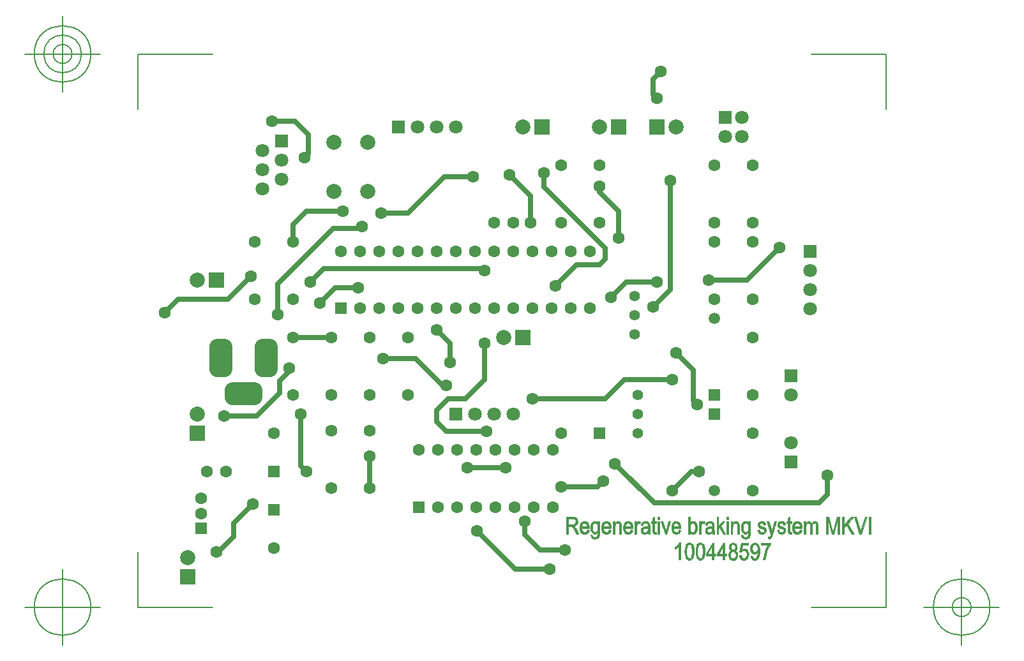
<source format=gbr>
G04 Generated by Ultiboard 14.2 *
%FSLAX34Y34*%
%MOMM*%

%ADD10C,0.0001*%
%ADD11C,0.7000*%
%ADD12C,0.0010*%
%ADD13C,0.1270*%
%ADD14R,2.0000X2.0000*%
%ADD15C,2.0000*%
%ADD16C,1.6000*%
%ADD17R,1.6000X1.6000*%
%ADD18C,1.5000*%
%ADD19R,1.5000X1.5000*%
%ADD20R,1.8000X1.8000*%
%ADD21C,1.8000*%
%ADD22C,1.4224*%
%ADD23R,1.0000X3.0000*%
%ADD24R,3.0000X1.0000*%


G04 ColorRGB 00FF00 for the following layer *
%LNCopper Top*%
%LPD*%
G54D10*
G54D11*
X447040Y99060D02*
X497840Y48260D01*
X543560Y48260D01*
X104140Y71120D02*
X101600Y71120D01*
X104140Y71120D02*
X124460Y91440D01*
X510540Y93980D02*
X530860Y73660D01*
X563880Y73660D01*
X124460Y91440D02*
X124460Y109220D01*
X510540Y93980D02*
X510540Y111760D01*
X124460Y109220D02*
X149860Y134620D01*
X681990Y135890D02*
X629920Y187960D01*
X681990Y135890D02*
X900430Y135890D01*
X911860Y147320D02*
X900430Y135890D01*
X911860Y172720D02*
X911860Y147320D01*
X304800Y155612D02*
X304800Y198120D01*
X558800Y157480D02*
X607060Y157480D01*
X614680Y165100D01*
X706120Y152400D02*
X731520Y177800D01*
X213360Y254000D02*
X213360Y185420D01*
X220980Y177800D01*
X434340Y182880D02*
X485140Y182880D01*
X731520Y177800D02*
X741680Y177800D01*
X459740Y231140D02*
X406400Y231140D01*
X393700Y243840D01*
X393700Y259080D01*
X154940Y251460D02*
X111760Y251460D01*
X185420Y281940D02*
X154940Y251460D01*
X393700Y259080D02*
X408940Y274320D01*
X739140Y266700D02*
X734060Y271780D01*
X408940Y274320D02*
X431800Y274320D01*
X457200Y299720D01*
X520700Y274320D02*
X617220Y274320D01*
X642620Y299720D01*
X734060Y271780D02*
X734060Y312420D01*
X365760Y327660D02*
X401320Y292100D01*
X406400Y292100D01*
X457200Y299720D02*
X457200Y347980D01*
X642620Y299720D02*
X706120Y299720D01*
X322580Y327660D02*
X365760Y327660D01*
X411480Y322580D02*
X411480Y347980D01*
X734060Y312420D02*
X711200Y335280D01*
X411480Y347980D02*
X393700Y365760D01*
X203200Y355600D02*
X254000Y355600D01*
X182880Y426720D02*
X182880Y386080D01*
X33020Y388620D02*
X50800Y406400D01*
X116840Y406400D01*
X147320Y436880D01*
X259080Y421640D02*
X238760Y401320D01*
X680720Y396240D02*
X703580Y419100D01*
X256540Y500380D02*
X182880Y426720D01*
X259080Y421640D02*
X289560Y421640D01*
X624840Y408940D02*
X645160Y429260D01*
X703580Y419100D02*
X703580Y563880D01*
X243840Y447040D02*
X226060Y429260D01*
X243840Y447040D02*
X454660Y447040D01*
X457200Y444500D01*
X645160Y429260D02*
X685800Y429260D01*
X754380Y431800D02*
X805180Y431800D01*
X848360Y474980D01*
X617220Y459740D02*
X609600Y452120D01*
X617220Y473928D02*
X617220Y459740D01*
X203200Y482600D02*
X203200Y505460D01*
X535940Y555208D02*
X617220Y473928D01*
X635000Y523240D02*
X635000Y487680D01*
X203200Y505460D02*
X220980Y523240D01*
X292100Y500380D02*
X256540Y500380D01*
X292100Y500380D02*
X294640Y502920D01*
X518160Y543560D02*
X518160Y508000D01*
X220980Y523240D02*
X269240Y523240D01*
X320040Y520700D02*
X355600Y520700D01*
X403860Y568960D01*
X635000Y523240D02*
X609600Y548640D01*
X490220Y571500D02*
X518160Y543560D01*
X535940Y555208D02*
X535940Y574040D01*
X609600Y548640D02*
X609600Y556260D01*
X403860Y568960D02*
X441960Y568960D01*
X223520Y599440D02*
X218440Y594360D01*
X223520Y599440D02*
X223520Y624840D01*
X205740Y642620D01*
X175260Y642620D01*
X680720Y678180D02*
X680720Y698500D01*
X680720Y678180D02*
X685800Y673100D01*
X680720Y698500D02*
X690880Y708660D01*
X579120Y452120D02*
X551180Y424180D01*
X609600Y452120D02*
X579120Y452120D01*
X198120Y310624D02*
X185420Y297924D01*
X185420Y281940D01*
X198120Y310624D02*
X198120Y314960D01*
G54D12*
G36*
X716660Y60227D02*
X716660Y60227D01*
X714365Y78009D01*
X714365Y60227D01*
X716660Y60227D01*
D02*
G37*
X714365Y78009D01*
X714365Y60227D01*
X716660Y60227D01*
G36*
X714365Y78009D02*
X714365Y78009D01*
X716660Y60227D01*
X714367Y81539D01*
X714365Y78009D01*
D02*
G37*
X716660Y60227D01*
X714367Y81539D01*
X714365Y78009D01*
G36*
X714367Y81539D02*
X714367Y81539D01*
X713439Y77069D01*
X714365Y78009D01*
X714367Y81539D01*
D02*
G37*
X713439Y77069D01*
X714365Y78009D01*
X714367Y81539D01*
G36*
X713439Y77069D02*
X713439Y77069D01*
X714367Y81539D01*
X713133Y79993D01*
X713439Y77069D01*
D02*
G37*
X714367Y81539D01*
X713133Y79993D01*
X713439Y77069D01*
G36*
X713133Y79993D02*
X713133Y79993D01*
X712241Y76109D01*
X713439Y77069D01*
X713133Y79993D01*
D02*
G37*
X712241Y76109D01*
X713439Y77069D01*
X713133Y79993D01*
G36*
X712241Y76109D02*
X712241Y76109D01*
X713133Y79993D01*
X711573Y78547D01*
X712241Y76109D01*
D02*
G37*
X713133Y79993D01*
X711573Y78547D01*
X712241Y76109D01*
G36*
X711573Y78547D02*
X711573Y78547D01*
X710962Y75259D01*
X712241Y76109D01*
X711573Y78547D01*
D02*
G37*
X710962Y75259D01*
X712241Y76109D01*
X711573Y78547D01*
G36*
X710962Y75259D02*
X710962Y75259D01*
X711573Y78547D01*
X709792Y77342D01*
X710962Y75259D01*
D02*
G37*
X711573Y78547D01*
X709792Y77342D01*
X710962Y75259D01*
G36*
X709792Y77342D02*
X709792Y77342D01*
X709792Y74644D01*
X710962Y75259D01*
X709792Y77342D01*
D02*
G37*
X709792Y74644D01*
X710962Y75259D01*
X709792Y77342D01*
G36*
X715171Y83047D02*
X715171Y83047D01*
X714367Y81539D01*
X716660Y60227D01*
X715171Y83047D01*
D02*
G37*
X714367Y81539D01*
X716660Y60227D01*
X715171Y83047D01*
G36*
X715171Y83047D01*
X716660Y60227D01*
X716660Y83047D01*
X715171Y83047D01*
D02*
G37*
X716660Y60227D01*
X716660Y83047D01*
X715171Y83047D01*
G36*
X732333Y71443D02*
X732333Y71443D01*
X732814Y80660D01*
X732266Y73991D01*
X732333Y71443D01*
D02*
G37*
X732814Y80660D01*
X732266Y73991D01*
X732333Y71443D01*
G36*
X732814Y80660D02*
X732814Y80660D01*
X732333Y71443D01*
X733139Y62792D01*
X732814Y80660D01*
D02*
G37*
X732333Y71443D01*
X733139Y62792D01*
X732814Y80660D01*
G36*
X733139Y62792D02*
X733139Y62792D01*
X733627Y79002D01*
X732814Y80660D01*
X733139Y62792D01*
D02*
G37*
X733627Y79002D01*
X732814Y80660D01*
X733139Y62792D01*
G36*
X733627Y79002D02*
X733627Y79002D01*
X733139Y62792D01*
X733811Y64440D01*
X733627Y79002D01*
D02*
G37*
X733139Y62792D01*
X733811Y64440D01*
X733627Y79002D01*
G36*
X733811Y64440D02*
X733811Y64440D01*
X734558Y74390D01*
X733627Y79002D01*
X733811Y64440D01*
D02*
G37*
X734558Y74390D01*
X733627Y79002D01*
X733811Y64440D01*
G36*
X734558Y74390D02*
X734558Y74390D01*
X733811Y64440D01*
X734578Y68762D01*
X734558Y74390D01*
D02*
G37*
X733811Y64440D01*
X734578Y68762D01*
X734558Y74390D01*
G36*
X734578Y68762D02*
X734578Y68762D01*
X734674Y71435D01*
X734558Y74390D01*
X734578Y68762D01*
D02*
G37*
X734674Y71435D01*
X734558Y74390D01*
X734578Y68762D01*
G36*
X731975Y81704D02*
X731975Y81704D01*
X729875Y82898D01*
X730697Y79697D01*
X731975Y81704D01*
D02*
G37*
X729875Y82898D01*
X730697Y79697D01*
X731975Y81704D01*
G36*
X731975Y81704D01*
X730697Y79697D01*
X731269Y78875D01*
X731975Y81704D01*
D02*
G37*
X730697Y79697D01*
X731269Y78875D01*
X731975Y81704D01*
G36*
X731975Y81704D01*
X731269Y78875D01*
X731734Y77707D01*
X731975Y81704D01*
D02*
G37*
X731269Y78875D01*
X731734Y77707D01*
X731975Y81704D01*
G36*
X731975Y81704D01*
X731734Y77707D01*
X732266Y73991D01*
X731975Y81704D01*
D02*
G37*
X731734Y77707D01*
X732266Y73991D01*
X731975Y81704D01*
G36*
X731975Y81704D01*
X732266Y73991D01*
X732814Y80660D01*
X731975Y81704D01*
D02*
G37*
X732266Y73991D01*
X732814Y80660D01*
X731975Y81704D01*
G36*
X728511Y80753D02*
X728511Y80753D01*
X728612Y83047D01*
X727766Y80633D01*
X728511Y80753D01*
D02*
G37*
X728612Y83047D01*
X727766Y80633D01*
X728511Y80753D01*
G36*
X728612Y83047D02*
X728612Y83047D01*
X728511Y80753D01*
X729319Y80635D01*
X728612Y83047D01*
D02*
G37*
X728511Y80753D01*
X729319Y80635D01*
X728612Y83047D01*
G36*
X729319Y80635D02*
X729319Y80635D01*
X729875Y82898D01*
X728612Y83047D01*
X729319Y80635D01*
D02*
G37*
X729875Y82898D01*
X728612Y83047D01*
X729319Y80635D01*
G36*
X729875Y82898D02*
X729875Y82898D01*
X729319Y80635D01*
X730697Y79697D01*
X729875Y82898D01*
D02*
G37*
X729319Y80635D01*
X730697Y79697D01*
X729875Y82898D01*
G36*
X727200Y82863D02*
X727200Y82863D01*
X724925Y81390D01*
X725450Y77666D01*
X727200Y82863D01*
D02*
G37*
X724925Y81390D01*
X725450Y77666D01*
X727200Y82863D01*
G36*
X727200Y82863D01*
X725450Y77666D01*
X725909Y78844D01*
X727200Y82863D01*
D02*
G37*
X725450Y77666D01*
X725909Y78844D01*
X727200Y82863D01*
G36*
X727200Y82863D01*
X725909Y78844D01*
X726465Y79679D01*
X727200Y82863D01*
D02*
G37*
X725909Y78844D01*
X726465Y79679D01*
X727200Y82863D01*
G36*
X727200Y82863D01*
X726465Y79679D01*
X727766Y80633D01*
X727200Y82863D01*
D02*
G37*
X726465Y79679D01*
X727766Y80633D01*
X727200Y82863D01*
G36*
X727200Y82863D01*
X727766Y80633D01*
X728612Y83047D01*
X727200Y82863D01*
D02*
G37*
X727766Y80633D01*
X728612Y83047D01*
X727200Y82863D01*
G36*
X725925Y64019D02*
X725925Y64019D01*
X727309Y60002D01*
X726494Y63194D01*
X725925Y64019D01*
D02*
G37*
X727309Y60002D01*
X726494Y63194D01*
X725925Y64019D01*
G36*
X727309Y60002D02*
X727309Y60002D01*
X725925Y64019D01*
X725459Y65190D01*
X727309Y60002D01*
D02*
G37*
X725925Y64019D01*
X725459Y65190D01*
X727309Y60002D01*
G36*
X725459Y65190D02*
X725459Y65190D01*
X725127Y61304D01*
X727309Y60002D01*
X725459Y65190D01*
D02*
G37*
X725127Y61304D01*
X727309Y60002D01*
X725459Y65190D01*
G36*
X725127Y61304D02*
X725127Y61304D01*
X725459Y65190D01*
X724927Y68902D01*
X725127Y61304D01*
D02*
G37*
X725459Y65190D01*
X724927Y68902D01*
X725127Y61304D01*
G36*
X724927Y68902D02*
X724927Y68902D01*
X724217Y62444D01*
X725127Y61304D01*
X724927Y68902D01*
D02*
G37*
X724217Y62444D01*
X725127Y61304D01*
X724927Y68902D01*
G36*
X724217Y62444D02*
X724217Y62444D01*
X724927Y68902D01*
X724861Y71443D01*
X724217Y62444D01*
D02*
G37*
X724927Y68902D01*
X724861Y71443D01*
X724217Y62444D01*
G36*
X724861Y71443D02*
X724861Y71443D01*
X724925Y81390D01*
X724217Y62444D01*
X724861Y71443D01*
D02*
G37*
X724925Y81390D01*
X724217Y62444D01*
X724861Y71443D01*
G36*
X724925Y81390D02*
X724925Y81390D01*
X724861Y71443D01*
X724926Y73965D01*
X724925Y81390D01*
D02*
G37*
X724861Y71443D01*
X724926Y73965D01*
X724925Y81390D01*
G36*
X724926Y73965D02*
X724926Y73965D01*
X725450Y77666D01*
X724925Y81390D01*
X724926Y73965D01*
D02*
G37*
X725450Y77666D01*
X724925Y81390D01*
X724926Y73965D01*
G36*
X722626Y68478D02*
X722626Y68478D01*
X723387Y78455D01*
X722616Y74122D01*
X722626Y68478D01*
D02*
G37*
X723387Y78455D01*
X722616Y74122D01*
X722626Y68478D01*
G36*
X723387Y78455D02*
X723387Y78455D01*
X722626Y68478D01*
X723475Y63982D01*
X723387Y78455D01*
D02*
G37*
X722626Y68478D01*
X723475Y63982D01*
X723387Y78455D01*
G36*
X723475Y63982D02*
X723475Y63982D01*
X724062Y80101D01*
X723387Y78455D01*
X723475Y63982D01*
D02*
G37*
X724062Y80101D01*
X723387Y78455D01*
X723475Y63982D01*
G36*
X724062Y80101D02*
X724062Y80101D01*
X723475Y63982D01*
X724217Y62444D01*
X724062Y80101D01*
D02*
G37*
X723475Y63982D01*
X724217Y62444D01*
X724062Y80101D01*
G36*
X724217Y62444D02*
X724217Y62444D01*
X724925Y81390D01*
X724062Y80101D01*
X724217Y62444D01*
D02*
G37*
X724925Y81390D01*
X724062Y80101D01*
X724217Y62444D01*
G36*
X732279Y61500D02*
X732279Y61500D01*
X733139Y62792D01*
X732333Y71443D01*
X732279Y61500D01*
D02*
G37*
X733139Y62792D01*
X732333Y71443D01*
X732279Y61500D01*
G36*
X732279Y61500D01*
X732333Y71443D01*
X732267Y68921D01*
X732279Y61500D01*
D02*
G37*
X732333Y71443D01*
X732267Y68921D01*
X732279Y61500D01*
G36*
X732279Y61500D01*
X732267Y68921D01*
X731739Y65220D01*
X732279Y61500D01*
D02*
G37*
X732267Y68921D01*
X731739Y65220D01*
X732279Y61500D01*
G36*
X732279Y61500D01*
X731739Y65220D01*
X731277Y64042D01*
X732279Y61500D01*
D02*
G37*
X731739Y65220D01*
X731277Y64042D01*
X732279Y61500D01*
G36*
X732279Y61500D01*
X731277Y64042D01*
X730716Y63207D01*
X732279Y61500D01*
D02*
G37*
X731277Y64042D01*
X730716Y63207D01*
X732279Y61500D01*
G36*
X732279Y61500D01*
X730716Y63207D01*
X730000Y60024D01*
X732279Y61500D01*
D02*
G37*
X730716Y63207D01*
X730000Y60024D01*
X732279Y61500D01*
G36*
X727309Y60002D02*
X727309Y60002D01*
X727857Y62251D01*
X726494Y63194D01*
X727309Y60002D01*
D02*
G37*
X727857Y62251D01*
X726494Y63194D01*
X727309Y60002D01*
G36*
X727857Y62251D02*
X727857Y62251D01*
X727309Y60002D01*
X728581Y59839D01*
X727857Y62251D01*
D02*
G37*
X727309Y60002D01*
X728581Y59839D01*
X727857Y62251D01*
G36*
X728581Y59839D02*
X728581Y59839D01*
X728651Y62134D01*
X727857Y62251D01*
X728581Y59839D01*
D02*
G37*
X728651Y62134D01*
X727857Y62251D01*
X728581Y59839D01*
G36*
X728651Y62134D02*
X728651Y62134D01*
X728581Y59839D01*
X730000Y60024D01*
X728651Y62134D01*
D02*
G37*
X728581Y59839D01*
X730000Y60024D01*
X728651Y62134D01*
G36*
X730000Y60024D02*
X730000Y60024D01*
X729404Y62253D01*
X728651Y62134D01*
X730000Y60024D01*
D02*
G37*
X729404Y62253D01*
X728651Y62134D01*
X730000Y60024D01*
G36*
X729404Y62253D02*
X729404Y62253D01*
X730000Y60024D01*
X730716Y63207D01*
X729404Y62253D01*
D02*
G37*
X730000Y60024D01*
X730716Y63207D01*
X729404Y62253D01*
G36*
X722626Y68478D02*
X722626Y68478D01*
X722616Y74122D01*
X722520Y71435D01*
X722626Y68478D01*
D02*
G37*
X722616Y74122D01*
X722520Y71435D01*
X722626Y68478D01*
G36*
X746813Y71443D02*
X746813Y71443D01*
X747293Y80660D01*
X746746Y73991D01*
X746813Y71443D01*
D02*
G37*
X747293Y80660D01*
X746746Y73991D01*
X746813Y71443D01*
G36*
X747293Y80660D02*
X747293Y80660D01*
X746813Y71443D01*
X747619Y62792D01*
X747293Y80660D01*
D02*
G37*
X746813Y71443D01*
X747619Y62792D01*
X747293Y80660D01*
G36*
X747619Y62792D02*
X747619Y62792D01*
X748107Y79002D01*
X747293Y80660D01*
X747619Y62792D01*
D02*
G37*
X748107Y79002D01*
X747293Y80660D01*
X747619Y62792D01*
G36*
X748107Y79002D02*
X748107Y79002D01*
X747619Y62792D01*
X748290Y64440D01*
X748107Y79002D01*
D02*
G37*
X747619Y62792D01*
X748290Y64440D01*
X748107Y79002D01*
G36*
X748290Y64440D02*
X748290Y64440D01*
X749037Y74390D01*
X748107Y79002D01*
X748290Y64440D01*
D02*
G37*
X749037Y74390D01*
X748107Y79002D01*
X748290Y64440D01*
G36*
X749037Y74390D02*
X749037Y74390D01*
X748290Y64440D01*
X749058Y68762D01*
X749037Y74390D01*
D02*
G37*
X748290Y64440D01*
X749058Y68762D01*
X749037Y74390D01*
G36*
X749058Y68762D02*
X749058Y68762D01*
X749154Y71435D01*
X749037Y74390D01*
X749058Y68762D01*
D02*
G37*
X749154Y71435D01*
X749037Y74390D01*
X749058Y68762D01*
G36*
X746455Y81704D02*
X746455Y81704D01*
X744355Y82898D01*
X745177Y79697D01*
X746455Y81704D01*
D02*
G37*
X744355Y82898D01*
X745177Y79697D01*
X746455Y81704D01*
G36*
X746455Y81704D01*
X745177Y79697D01*
X745749Y78875D01*
X746455Y81704D01*
D02*
G37*
X745177Y79697D01*
X745749Y78875D01*
X746455Y81704D01*
G36*
X746455Y81704D01*
X745749Y78875D01*
X746214Y77707D01*
X746455Y81704D01*
D02*
G37*
X745749Y78875D01*
X746214Y77707D01*
X746455Y81704D01*
G36*
X746455Y81704D01*
X746214Y77707D01*
X746746Y73991D01*
X746455Y81704D01*
D02*
G37*
X746214Y77707D01*
X746746Y73991D01*
X746455Y81704D01*
G36*
X746455Y81704D01*
X746746Y73991D01*
X747293Y80660D01*
X746455Y81704D01*
D02*
G37*
X746746Y73991D01*
X747293Y80660D01*
X746455Y81704D01*
G36*
X742991Y80753D02*
X742991Y80753D01*
X743092Y83047D01*
X742246Y80633D01*
X742991Y80753D01*
D02*
G37*
X743092Y83047D01*
X742246Y80633D01*
X742991Y80753D01*
G36*
X743092Y83047D02*
X743092Y83047D01*
X742991Y80753D01*
X743798Y80635D01*
X743092Y83047D01*
D02*
G37*
X742991Y80753D01*
X743798Y80635D01*
X743092Y83047D01*
G36*
X743798Y80635D02*
X743798Y80635D01*
X744355Y82898D01*
X743092Y83047D01*
X743798Y80635D01*
D02*
G37*
X744355Y82898D01*
X743092Y83047D01*
X743798Y80635D01*
G36*
X744355Y82898D02*
X744355Y82898D01*
X743798Y80635D01*
X745177Y79697D01*
X744355Y82898D01*
D02*
G37*
X743798Y80635D01*
X745177Y79697D01*
X744355Y82898D01*
G36*
X741680Y82863D02*
X741680Y82863D01*
X739405Y81390D01*
X739930Y77666D01*
X741680Y82863D01*
D02*
G37*
X739405Y81390D01*
X739930Y77666D01*
X741680Y82863D01*
G36*
X741680Y82863D01*
X739930Y77666D01*
X740389Y78844D01*
X741680Y82863D01*
D02*
G37*
X739930Y77666D01*
X740389Y78844D01*
X741680Y82863D01*
G36*
X741680Y82863D01*
X740389Y78844D01*
X740945Y79679D01*
X741680Y82863D01*
D02*
G37*
X740389Y78844D01*
X740945Y79679D01*
X741680Y82863D01*
G36*
X741680Y82863D01*
X740945Y79679D01*
X742246Y80633D01*
X741680Y82863D01*
D02*
G37*
X740945Y79679D01*
X742246Y80633D01*
X741680Y82863D01*
G36*
X741680Y82863D01*
X742246Y80633D01*
X743092Y83047D01*
X741680Y82863D01*
D02*
G37*
X742246Y80633D01*
X743092Y83047D01*
X741680Y82863D01*
G36*
X740404Y64019D02*
X740404Y64019D01*
X741788Y60002D01*
X740974Y63194D01*
X740404Y64019D01*
D02*
G37*
X741788Y60002D01*
X740974Y63194D01*
X740404Y64019D01*
G36*
X741788Y60002D02*
X741788Y60002D01*
X740404Y64019D01*
X739939Y65190D01*
X741788Y60002D01*
D02*
G37*
X740404Y64019D01*
X739939Y65190D01*
X741788Y60002D01*
G36*
X739939Y65190D02*
X739939Y65190D01*
X739606Y61304D01*
X741788Y60002D01*
X739939Y65190D01*
D02*
G37*
X739606Y61304D01*
X741788Y60002D01*
X739939Y65190D01*
G36*
X739606Y61304D02*
X739606Y61304D01*
X739939Y65190D01*
X739407Y68902D01*
X739606Y61304D01*
D02*
G37*
X739939Y65190D01*
X739407Y68902D01*
X739606Y61304D01*
G36*
X739407Y68902D02*
X739407Y68902D01*
X738697Y62444D01*
X739606Y61304D01*
X739407Y68902D01*
D02*
G37*
X738697Y62444D01*
X739606Y61304D01*
X739407Y68902D01*
G36*
X738697Y62444D02*
X738697Y62444D01*
X739407Y68902D01*
X739340Y71443D01*
X738697Y62444D01*
D02*
G37*
X739407Y68902D01*
X739340Y71443D01*
X738697Y62444D01*
G36*
X739340Y71443D02*
X739340Y71443D01*
X739405Y81390D01*
X738697Y62444D01*
X739340Y71443D01*
D02*
G37*
X739405Y81390D01*
X738697Y62444D01*
X739340Y71443D01*
G36*
X739405Y81390D02*
X739405Y81390D01*
X739340Y71443D01*
X739406Y73965D01*
X739405Y81390D01*
D02*
G37*
X739340Y71443D01*
X739406Y73965D01*
X739405Y81390D01*
G36*
X739406Y73965D02*
X739406Y73965D01*
X739930Y77666D01*
X739405Y81390D01*
X739406Y73965D01*
D02*
G37*
X739930Y77666D01*
X739405Y81390D01*
X739406Y73965D01*
G36*
X737105Y68478D02*
X737105Y68478D01*
X737867Y78455D01*
X737096Y74122D01*
X737105Y68478D01*
D02*
G37*
X737867Y78455D01*
X737096Y74122D01*
X737105Y68478D01*
G36*
X737867Y78455D02*
X737867Y78455D01*
X737105Y68478D01*
X737954Y63982D01*
X737867Y78455D01*
D02*
G37*
X737105Y68478D01*
X737954Y63982D01*
X737867Y78455D01*
G36*
X737954Y63982D02*
X737954Y63982D01*
X738542Y80101D01*
X737867Y78455D01*
X737954Y63982D01*
D02*
G37*
X738542Y80101D01*
X737867Y78455D01*
X737954Y63982D01*
G36*
X738542Y80101D02*
X738542Y80101D01*
X737954Y63982D01*
X738697Y62444D01*
X738542Y80101D01*
D02*
G37*
X737954Y63982D01*
X738697Y62444D01*
X738542Y80101D01*
G36*
X738697Y62444D02*
X738697Y62444D01*
X739405Y81390D01*
X738542Y80101D01*
X738697Y62444D01*
D02*
G37*
X739405Y81390D01*
X738542Y80101D01*
X738697Y62444D01*
G36*
X746758Y61500D02*
X746758Y61500D01*
X747619Y62792D01*
X746813Y71443D01*
X746758Y61500D01*
D02*
G37*
X747619Y62792D01*
X746813Y71443D01*
X746758Y61500D01*
G36*
X746758Y61500D01*
X746813Y71443D01*
X746747Y68921D01*
X746758Y61500D01*
D02*
G37*
X746813Y71443D01*
X746747Y68921D01*
X746758Y61500D01*
G36*
X746758Y61500D01*
X746747Y68921D01*
X746219Y65220D01*
X746758Y61500D01*
D02*
G37*
X746747Y68921D01*
X746219Y65220D01*
X746758Y61500D01*
G36*
X746758Y61500D01*
X746219Y65220D01*
X745756Y64042D01*
X746758Y61500D01*
D02*
G37*
X746219Y65220D01*
X745756Y64042D01*
X746758Y61500D01*
G36*
X746758Y61500D01*
X745756Y64042D01*
X745196Y63207D01*
X746758Y61500D01*
D02*
G37*
X745756Y64042D01*
X745196Y63207D01*
X746758Y61500D01*
G36*
X746758Y61500D01*
X745196Y63207D01*
X744480Y60024D01*
X746758Y61500D01*
D02*
G37*
X745196Y63207D01*
X744480Y60024D01*
X746758Y61500D01*
G36*
X741788Y60002D02*
X741788Y60002D01*
X742337Y62251D01*
X740974Y63194D01*
X741788Y60002D01*
D02*
G37*
X742337Y62251D01*
X740974Y63194D01*
X741788Y60002D01*
G36*
X742337Y62251D02*
X742337Y62251D01*
X741788Y60002D01*
X743061Y59839D01*
X742337Y62251D01*
D02*
G37*
X741788Y60002D01*
X743061Y59839D01*
X742337Y62251D01*
G36*
X743061Y59839D02*
X743061Y59839D01*
X743131Y62134D01*
X742337Y62251D01*
X743061Y59839D01*
D02*
G37*
X743131Y62134D01*
X742337Y62251D01*
X743061Y59839D01*
G36*
X743131Y62134D02*
X743131Y62134D01*
X743061Y59839D01*
X744480Y60024D01*
X743131Y62134D01*
D02*
G37*
X743061Y59839D01*
X744480Y60024D01*
X743131Y62134D01*
G36*
X744480Y60024D02*
X744480Y60024D01*
X743883Y62253D01*
X743131Y62134D01*
X744480Y60024D01*
D02*
G37*
X743883Y62253D01*
X743131Y62134D01*
X744480Y60024D01*
G36*
X743883Y62253D02*
X743883Y62253D01*
X744480Y60024D01*
X745196Y63207D01*
X743883Y62253D01*
D02*
G37*
X744480Y60024D01*
X745196Y63207D01*
X743883Y62253D01*
G36*
X737105Y68478D02*
X737105Y68478D01*
X737096Y74122D01*
X736999Y71435D01*
X737105Y68478D01*
D02*
G37*
X737096Y74122D01*
X736999Y71435D01*
X737105Y68478D01*
G36*
X758812Y65668D02*
X758812Y65668D01*
X750735Y68226D01*
X750735Y65668D01*
X758812Y65668D01*
D02*
G37*
X750735Y68226D01*
X750735Y65668D01*
X758812Y65668D01*
G36*
X750735Y68226D02*
X750735Y68226D01*
X758812Y65668D01*
X752988Y68226D01*
X750735Y68226D01*
D02*
G37*
X758812Y65668D01*
X752988Y68226D01*
X750735Y68226D01*
G36*
X752988Y68226D02*
X752988Y68226D01*
X759229Y82954D01*
X750735Y68226D01*
X752988Y68226D01*
D02*
G37*
X759229Y82954D01*
X750735Y68226D01*
X752988Y68226D01*
G36*
X759229Y82954D02*
X759229Y82954D01*
X752988Y68226D01*
X758812Y78474D01*
X759229Y82954D01*
D02*
G37*
X752988Y68226D01*
X758812Y78474D01*
X759229Y82954D01*
G36*
X758812Y78474D02*
X758812Y78474D01*
X761106Y60227D01*
X759229Y82954D01*
X758812Y78474D01*
D02*
G37*
X761106Y60227D01*
X759229Y82954D01*
X758812Y78474D01*
G36*
X761106Y60227D02*
X761106Y60227D01*
X758812Y78474D01*
X758812Y68226D01*
X761106Y60227D01*
D02*
G37*
X758812Y78474D01*
X758812Y68226D01*
X761106Y60227D01*
G36*
X758812Y68226D02*
X758812Y68226D01*
X758812Y65668D01*
X761106Y60227D01*
X758812Y68226D01*
D02*
G37*
X758812Y65668D01*
X761106Y60227D01*
X758812Y68226D01*
G36*
X758812Y65668D02*
X758812Y65668D01*
X758812Y68226D01*
X752988Y68226D01*
X758812Y65668D01*
D02*
G37*
X758812Y68226D01*
X752988Y68226D01*
X758812Y65668D01*
G36*
X761106Y60227D02*
X761106Y60227D01*
X761106Y82954D01*
X759229Y82954D01*
X761106Y60227D01*
D02*
G37*
X761106Y82954D01*
X759229Y82954D01*
X761106Y60227D01*
G36*
X761106Y82954D02*
X761106Y82954D01*
X761106Y60227D01*
X761106Y65668D01*
X761106Y82954D01*
D02*
G37*
X761106Y60227D01*
X761106Y65668D01*
X761106Y82954D01*
G36*
X761106Y65668D02*
X761106Y65668D01*
X761106Y82954D01*
X761106Y65668D01*
D02*
G37*
X761106Y82954D01*
X761106Y65668D01*
G36*
X761106Y68226D02*
X761106Y68226D01*
X761106Y65668D01*
X763633Y65668D01*
X761106Y68226D01*
D02*
G37*
X761106Y65668D01*
X763633Y65668D01*
X761106Y68226D01*
G36*
X763633Y65668D02*
X763633Y65668D01*
X763633Y68226D01*
X761106Y68226D01*
X763633Y65668D01*
D02*
G37*
X763633Y68226D01*
X761106Y68226D01*
X763633Y65668D01*
G36*
X761106Y60227D02*
X761106Y60227D01*
X758812Y65668D01*
X758812Y60227D01*
X761106Y60227D01*
D02*
G37*
X758812Y65668D01*
X758812Y60227D01*
X761106Y60227D01*
G36*
X773292Y65668D02*
X773292Y65668D01*
X765215Y68226D01*
X765215Y65668D01*
X773292Y65668D01*
D02*
G37*
X765215Y68226D01*
X765215Y65668D01*
X773292Y65668D01*
G36*
X765215Y68226D02*
X765215Y68226D01*
X773292Y65668D01*
X767468Y68226D01*
X765215Y68226D01*
D02*
G37*
X773292Y65668D01*
X767468Y68226D01*
X765215Y68226D01*
G36*
X767468Y68226D02*
X767468Y68226D01*
X773709Y82954D01*
X765215Y68226D01*
X767468Y68226D01*
D02*
G37*
X773709Y82954D01*
X765215Y68226D01*
X767468Y68226D01*
G36*
X773709Y82954D02*
X773709Y82954D01*
X767468Y68226D01*
X773292Y78474D01*
X773709Y82954D01*
D02*
G37*
X767468Y68226D01*
X773292Y78474D01*
X773709Y82954D01*
G36*
X773292Y78474D02*
X773292Y78474D01*
X775586Y60227D01*
X773709Y82954D01*
X773292Y78474D01*
D02*
G37*
X775586Y60227D01*
X773709Y82954D01*
X773292Y78474D01*
G36*
X775586Y60227D02*
X775586Y60227D01*
X773292Y78474D01*
X773292Y68226D01*
X775586Y60227D01*
D02*
G37*
X773292Y78474D01*
X773292Y68226D01*
X775586Y60227D01*
G36*
X773292Y68226D02*
X773292Y68226D01*
X773292Y65668D01*
X775586Y60227D01*
X773292Y68226D01*
D02*
G37*
X773292Y65668D01*
X775586Y60227D01*
X773292Y68226D01*
G36*
X773292Y65668D02*
X773292Y65668D01*
X773292Y68226D01*
X767468Y68226D01*
X773292Y65668D01*
D02*
G37*
X773292Y68226D01*
X767468Y68226D01*
X773292Y65668D01*
G36*
X775586Y60227D02*
X775586Y60227D01*
X775586Y82954D01*
X773709Y82954D01*
X775586Y60227D01*
D02*
G37*
X775586Y82954D01*
X773709Y82954D01*
X775586Y60227D01*
G36*
X775586Y82954D02*
X775586Y82954D01*
X775586Y60227D01*
X775586Y65668D01*
X775586Y82954D01*
D02*
G37*
X775586Y60227D01*
X775586Y65668D01*
X775586Y82954D01*
G36*
X775586Y65668D02*
X775586Y65668D01*
X775586Y82954D01*
X775586Y65668D01*
D02*
G37*
X775586Y82954D01*
X775586Y65668D01*
G36*
X775586Y68226D02*
X775586Y68226D01*
X775586Y65668D01*
X778113Y65668D01*
X775586Y68226D01*
D02*
G37*
X775586Y65668D01*
X778113Y65668D01*
X775586Y68226D01*
G36*
X778113Y65668D02*
X778113Y65668D01*
X778113Y68226D01*
X775586Y68226D01*
X778113Y65668D01*
D02*
G37*
X778113Y68226D01*
X775586Y68226D01*
X778113Y65668D01*
G36*
X775586Y60227D02*
X775586Y60227D01*
X773292Y65668D01*
X773292Y60227D01*
X775586Y60227D01*
D02*
G37*
X773292Y65668D01*
X773292Y60227D01*
X775586Y60227D01*
G36*
X791846Y78363D02*
X791846Y78363D01*
X791077Y80501D01*
X791260Y74334D01*
X791846Y78363D01*
D02*
G37*
X791077Y80501D01*
X791260Y74334D01*
X791846Y78363D01*
G36*
X791846Y78363D01*
X791260Y74334D01*
X791771Y75598D01*
X791846Y78363D01*
D02*
G37*
X791260Y74334D01*
X791771Y75598D01*
X791846Y78363D01*
G36*
X791846Y78363D01*
X791771Y75598D01*
X791942Y77114D01*
X791846Y78363D01*
D02*
G37*
X791771Y75598D01*
X791942Y77114D01*
X791846Y78363D01*
G36*
X790404Y81390D02*
X790404Y81390D01*
X789586Y82115D01*
X789601Y77133D01*
X790404Y81390D01*
D02*
G37*
X789586Y82115D01*
X789601Y77133D01*
X790404Y81390D01*
G36*
X790404Y81390D01*
X789601Y77133D01*
X790404Y73321D01*
X790404Y81390D01*
D02*
G37*
X789601Y77133D01*
X790404Y73321D01*
X790404Y81390D01*
G36*
X790404Y81390D01*
X790404Y73321D01*
X791260Y74334D01*
X790404Y81390D01*
D02*
G37*
X790404Y73321D01*
X791260Y74334D01*
X790404Y81390D01*
G36*
X790404Y81390D01*
X791260Y74334D01*
X791077Y80501D01*
X790404Y81390D01*
D02*
G37*
X791260Y74334D01*
X791077Y80501D01*
X790404Y81390D01*
G36*
X789586Y82115D02*
X789586Y82115D01*
X787657Y82943D01*
X788223Y80183D01*
X789586Y82115D01*
D02*
G37*
X787657Y82943D01*
X788223Y80183D01*
X789586Y82115D01*
G36*
X789586Y82115D01*
X788223Y80183D01*
X788696Y79739D01*
X789586Y82115D01*
D02*
G37*
X788223Y80183D01*
X788696Y79739D01*
X789586Y82115D01*
G36*
X789586Y82115D01*
X788696Y79739D01*
X789092Y79196D01*
X789586Y82115D01*
D02*
G37*
X788696Y79739D01*
X789092Y79196D01*
X789586Y82115D01*
G36*
X789586Y82115D01*
X789092Y79196D01*
X789544Y77893D01*
X789586Y82115D01*
D02*
G37*
X789092Y79196D01*
X789544Y77893D01*
X789586Y82115D01*
G36*
X789586Y82115D01*
X789544Y77893D01*
X789601Y77133D01*
X789586Y82115D01*
D02*
G37*
X789544Y77893D01*
X789601Y77133D01*
X789586Y82115D01*
G36*
X784895Y80196D02*
X784895Y80196D01*
X785444Y82945D01*
X784428Y79763D01*
X784895Y80196D01*
D02*
G37*
X785444Y82945D01*
X784428Y79763D01*
X784895Y80196D01*
G36*
X785444Y82945D02*
X785444Y82945D01*
X784895Y80196D01*
X785958Y80691D01*
X785444Y82945D01*
D02*
G37*
X784895Y80196D01*
X785958Y80691D01*
X785444Y82945D01*
G36*
X785958Y80691D02*
X785958Y80691D01*
X786547Y83047D01*
X785444Y82945D01*
X785958Y80691D01*
D02*
G37*
X786547Y83047D01*
X785444Y82945D01*
X785958Y80691D01*
G36*
X786547Y83047D02*
X786547Y83047D01*
X785958Y80691D01*
X786554Y80753D01*
X786547Y83047D01*
D02*
G37*
X785958Y80691D01*
X786554Y80753D01*
X786547Y83047D01*
G36*
X786554Y80753D02*
X786554Y80753D01*
X787657Y82943D01*
X786547Y83047D01*
X786554Y80753D01*
D02*
G37*
X787657Y82943D01*
X786547Y83047D01*
X786554Y80753D01*
G36*
X787657Y82943D02*
X787657Y82943D01*
X786554Y80753D01*
X787152Y80689D01*
X787657Y82943D01*
D02*
G37*
X786554Y80753D01*
X787152Y80689D01*
X787657Y82943D01*
G36*
X787152Y80689D02*
X787152Y80689D01*
X788223Y80183D01*
X787657Y82943D01*
X787152Y80689D01*
D02*
G37*
X788223Y80183D01*
X787657Y82943D01*
X787152Y80689D01*
G36*
X783595Y77999D02*
X783595Y77999D01*
X783531Y82132D01*
X783539Y77287D01*
X783595Y77999D01*
D02*
G37*
X783531Y82132D01*
X783539Y77287D01*
X783595Y77999D01*
G36*
X783531Y82132D02*
X783531Y82132D01*
X783595Y77999D01*
X784039Y79237D01*
X783531Y82132D01*
D02*
G37*
X783595Y77999D01*
X784039Y79237D01*
X783531Y82132D01*
G36*
X784039Y79237D02*
X784039Y79237D01*
X785444Y82945D01*
X783531Y82132D01*
X784039Y79237D01*
D02*
G37*
X785444Y82945D01*
X783531Y82132D01*
X784039Y79237D01*
G36*
X785444Y82945D02*
X785444Y82945D01*
X784039Y79237D01*
X784428Y79763D01*
X785444Y82945D01*
D02*
G37*
X784039Y79237D01*
X784428Y79763D01*
X785444Y82945D01*
G36*
X787285Y71262D02*
X787285Y71262D01*
X788256Y74185D01*
X787189Y73698D01*
X787285Y71262D01*
D02*
G37*
X788256Y74185D01*
X787189Y73698D01*
X787285Y71262D01*
G36*
X788256Y74185D02*
X788256Y74185D01*
X787285Y71262D01*
X788638Y70623D01*
X788256Y74185D01*
D02*
G37*
X787285Y71262D01*
X788638Y70623D01*
X788256Y74185D01*
G36*
X788638Y70623D02*
X788638Y70623D01*
X788720Y74611D01*
X788256Y74185D01*
X788638Y70623D01*
D02*
G37*
X788720Y74611D01*
X788256Y74185D01*
X788638Y70623D01*
G36*
X788720Y74611D02*
X788720Y74611D01*
X788638Y70623D01*
X789231Y70063D01*
X788720Y74611D01*
D02*
G37*
X788638Y70623D01*
X789231Y70063D01*
X788720Y74611D01*
G36*
X789231Y70063D02*
X789231Y70063D01*
X789105Y75134D01*
X788720Y74611D01*
X789231Y70063D01*
D02*
G37*
X789105Y75134D01*
X788720Y74611D01*
X789231Y70063D01*
G36*
X789105Y75134D02*
X789105Y75134D01*
X789231Y70063D01*
X789199Y72560D01*
X789105Y75134D01*
D02*
G37*
X789231Y70063D01*
X789199Y72560D01*
X789105Y75134D01*
G36*
X789199Y72560D02*
X789199Y72560D01*
X789546Y76395D01*
X789105Y75134D01*
X789199Y72560D01*
D02*
G37*
X789546Y76395D01*
X789105Y75134D01*
X789199Y72560D01*
G36*
X789546Y76395D02*
X789546Y76395D01*
X789199Y72560D01*
X790404Y73321D01*
X789546Y76395D01*
D02*
G37*
X789199Y72560D01*
X790404Y73321D01*
X789546Y76395D01*
G36*
X790404Y73321D02*
X790404Y73321D01*
X789601Y77133D01*
X789546Y76395D01*
X790404Y73321D01*
D02*
G37*
X789601Y77133D01*
X789546Y76395D01*
X790404Y73321D01*
G36*
X792592Y65261D02*
X792592Y65261D01*
X792701Y66711D01*
X792645Y67768D01*
X792592Y65261D01*
D02*
G37*
X792701Y66711D01*
X792645Y67768D01*
X792592Y65261D01*
G36*
X792592Y65261D01*
X792645Y67768D01*
X792191Y69614D01*
X792592Y65261D01*
D02*
G37*
X792645Y67768D01*
X792191Y69614D01*
X792592Y65261D01*
G36*
X792592Y65261D01*
X792191Y69614D01*
X791795Y70403D01*
X792592Y65261D01*
D02*
G37*
X792191Y69614D01*
X791795Y70403D01*
X792592Y65261D01*
G36*
X792592Y65261D01*
X791795Y70403D01*
X791713Y62783D01*
X792592Y65261D01*
D02*
G37*
X791795Y70403D01*
X791713Y62783D01*
X792592Y65261D01*
G36*
X791292Y71097D02*
X791292Y71097D01*
X789994Y72175D01*
X790290Y67687D01*
X791292Y71097D01*
D02*
G37*
X789994Y72175D01*
X790290Y67687D01*
X791292Y71097D01*
G36*
X791292Y71097D01*
X790290Y67687D01*
X790360Y66691D01*
X791292Y71097D01*
D02*
G37*
X790290Y67687D01*
X790360Y66691D01*
X791292Y71097D01*
G36*
X791292Y71097D01*
X790360Y66691D01*
X790944Y61755D01*
X791292Y71097D01*
D02*
G37*
X790360Y66691D01*
X790944Y61755D01*
X791292Y71097D01*
G36*
X791292Y71097D01*
X790944Y61755D01*
X791713Y62783D01*
X791292Y71097D01*
D02*
G37*
X790944Y61755D01*
X791713Y62783D01*
X791292Y71097D01*
G36*
X791292Y71097D01*
X791713Y62783D01*
X791795Y70403D01*
X791292Y71097D01*
D02*
G37*
X791713Y62783D01*
X791795Y70403D01*
X791292Y71097D01*
G36*
X789994Y72175D02*
X789994Y72175D01*
X789199Y72560D01*
X789231Y70063D01*
X789994Y72175D01*
D02*
G37*
X789199Y72560D01*
X789231Y70063D01*
X789994Y72175D01*
G36*
X789994Y72175D01*
X789231Y70063D01*
X789725Y69373D01*
X789994Y72175D01*
D02*
G37*
X789231Y70063D01*
X789725Y69373D01*
X789994Y72175D01*
G36*
X789994Y72175D01*
X789725Y69373D01*
X790290Y67687D01*
X789994Y72175D01*
D02*
G37*
X789725Y69373D01*
X790290Y67687D01*
X789994Y72175D01*
G36*
X784445Y70627D02*
X784445Y70627D01*
X784886Y74194D01*
X784421Y74627D01*
X784445Y70627D01*
D02*
G37*
X784886Y74194D01*
X784421Y74627D01*
X784445Y70627D01*
G36*
X784886Y74194D02*
X784886Y74194D01*
X784445Y70627D01*
X785772Y71263D01*
X784886Y74194D01*
D02*
G37*
X784445Y70627D01*
X785772Y71263D01*
X784886Y74194D01*
G36*
X785772Y71263D02*
X785772Y71263D01*
X785969Y73699D01*
X784886Y74194D01*
X785772Y71263D01*
D02*
G37*
X785969Y73699D01*
X784886Y74194D01*
X785772Y71263D01*
G36*
X785969Y73699D02*
X785969Y73699D01*
X785772Y71263D01*
X786523Y71342D01*
X785969Y73699D01*
D02*
G37*
X785772Y71263D01*
X786523Y71342D01*
X785969Y73699D01*
G36*
X786523Y71342D02*
X786523Y71342D01*
X786585Y73637D01*
X785969Y73699D01*
X786523Y71342D01*
D02*
G37*
X786585Y73637D01*
X785969Y73699D01*
X786523Y71342D01*
G36*
X786585Y73637D02*
X786585Y73637D01*
X786523Y71342D01*
X787285Y71262D01*
X786585Y73637D01*
D02*
G37*
X786523Y71342D01*
X787285Y71262D01*
X786585Y73637D01*
G36*
X787285Y71262D02*
X787285Y71262D01*
X787189Y73698D01*
X786585Y73637D01*
X787285Y71262D01*
D02*
G37*
X787189Y73698D01*
X786585Y73637D01*
X787285Y71262D01*
G36*
X782768Y73313D02*
X782768Y73313D01*
X783594Y76495D01*
X783539Y77287D01*
X782768Y73313D01*
D02*
G37*
X783594Y76495D01*
X783539Y77287D01*
X782768Y73313D01*
G36*
X783594Y76495D02*
X783594Y76495D01*
X782768Y73313D01*
X783972Y72560D01*
X783594Y76495D01*
D02*
G37*
X782768Y73313D01*
X783972Y72560D01*
X783594Y76495D01*
G36*
X783972Y72560D02*
X783972Y72560D01*
X784035Y75164D01*
X783594Y76495D01*
X783972Y72560D01*
D02*
G37*
X784035Y75164D01*
X783594Y76495D01*
X783972Y72560D01*
G36*
X784035Y75164D02*
X784035Y75164D01*
X783972Y72560D01*
X784445Y70627D01*
X784035Y75164D01*
D02*
G37*
X783972Y72560D01*
X784445Y70627D01*
X784035Y75164D01*
G36*
X784445Y70627D02*
X784445Y70627D01*
X784421Y74627D01*
X784035Y75164D01*
X784445Y70627D01*
D02*
G37*
X784421Y74627D01*
X784035Y75164D01*
X784445Y70627D01*
G36*
X782850Y65789D02*
X782850Y65789D01*
X783129Y60917D01*
X783411Y64103D01*
X782850Y65789D01*
D02*
G37*
X783129Y60917D01*
X783411Y64103D01*
X782850Y65789D01*
G36*
X783129Y60917D02*
X783129Y60917D01*
X782850Y65789D01*
X782780Y66784D01*
X783129Y60917D01*
D02*
G37*
X782850Y65789D01*
X782780Y66784D01*
X783129Y60917D01*
G36*
X782780Y66784D02*
X782780Y66784D01*
X782196Y61755D01*
X783129Y60917D01*
X782780Y66784D01*
D02*
G37*
X782196Y61755D01*
X783129Y60917D01*
X782780Y66784D01*
G36*
X782196Y61755D02*
X782196Y61755D01*
X782780Y66784D01*
X782848Y67746D01*
X782196Y61755D01*
D02*
G37*
X782780Y66784D01*
X782848Y67746D01*
X782196Y61755D01*
G36*
X782848Y67746D02*
X782848Y67746D01*
X783188Y72236D01*
X782196Y61755D01*
X782848Y67746D01*
D02*
G37*
X783188Y72236D01*
X782196Y61755D01*
X782848Y67746D01*
G36*
X783188Y72236D02*
X783188Y72236D01*
X782848Y67746D01*
X783393Y69389D01*
X783188Y72236D01*
D02*
G37*
X782848Y67746D01*
X783393Y69389D01*
X783188Y72236D01*
G36*
X783393Y69389D02*
X783393Y69389D01*
X783972Y72560D01*
X783188Y72236D01*
X783393Y69389D01*
D02*
G37*
X783972Y72560D01*
X783188Y72236D01*
X783393Y69389D01*
G36*
X783972Y72560D02*
X783972Y72560D01*
X783393Y69389D01*
X783870Y70071D01*
X783972Y72560D01*
D02*
G37*
X783393Y69389D01*
X783870Y70071D01*
X783972Y72560D01*
G36*
X783870Y70071D02*
X783870Y70071D01*
X784445Y70627D01*
X783972Y72560D01*
X783870Y70071D01*
D02*
G37*
X784445Y70627D01*
X783972Y72560D01*
X783870Y70071D01*
G36*
X781890Y71232D02*
X781890Y71232D01*
X781376Y70551D01*
X781427Y62788D01*
X781890Y71232D01*
D02*
G37*
X781376Y70551D01*
X781427Y62788D01*
X781890Y71232D01*
G36*
X781890Y71232D01*
X781427Y62788D01*
X782196Y61755D01*
X781890Y71232D01*
D02*
G37*
X781427Y62788D01*
X782196Y61755D01*
X781890Y71232D01*
G36*
X781890Y71232D01*
X782196Y61755D01*
X783188Y72236D01*
X781890Y71232D01*
D02*
G37*
X782196Y61755D01*
X783188Y72236D01*
X781890Y71232D01*
G36*
X780966Y69760D02*
X780966Y69760D01*
X780497Y67879D01*
X780548Y65305D01*
X780966Y69760D01*
D02*
G37*
X780497Y67879D01*
X780548Y65305D01*
X780966Y69760D01*
G36*
X780966Y69760D01*
X780548Y65305D01*
X781427Y62788D01*
X780966Y69760D01*
D02*
G37*
X780548Y65305D01*
X781427Y62788D01*
X780966Y69760D01*
G36*
X780966Y69760D01*
X781427Y62788D01*
X781376Y70551D01*
X780966Y69760D01*
D02*
G37*
X781427Y62788D01*
X781376Y70551D01*
X780966Y69760D01*
G36*
X790292Y65705D02*
X790292Y65705D01*
X789743Y64046D01*
X790013Y60917D01*
X790292Y65705D01*
D02*
G37*
X789743Y64046D01*
X790013Y60917D01*
X790292Y65705D01*
G36*
X790292Y65705D01*
X790013Y60917D01*
X790944Y61755D01*
X790292Y65705D01*
D02*
G37*
X790013Y60917D01*
X790944Y61755D01*
X790292Y65705D01*
G36*
X790292Y65705D01*
X790944Y61755D01*
X790360Y66691D01*
X790292Y65705D01*
D02*
G37*
X790944Y61755D01*
X790360Y66691D01*
X790292Y65705D01*
G36*
X789262Y63374D02*
X789262Y63374D01*
X790013Y60917D01*
X789743Y64046D01*
X789262Y63374D01*
D02*
G37*
X790013Y60917D01*
X789743Y64046D01*
X789262Y63374D01*
G36*
X790013Y60917D02*
X790013Y60917D01*
X789262Y63374D01*
X788683Y62831D01*
X790013Y60917D01*
D02*
G37*
X789262Y63374D01*
X788683Y62831D01*
X790013Y60917D01*
G36*
X788683Y62831D02*
X788683Y62831D01*
X787833Y59959D01*
X790013Y60917D01*
X788683Y62831D01*
D02*
G37*
X787833Y59959D01*
X790013Y60917D01*
X788683Y62831D01*
G36*
X787833Y59959D02*
X787833Y59959D01*
X788683Y62831D01*
X787345Y62211D01*
X787833Y59959D01*
D02*
G37*
X788683Y62831D01*
X787345Y62211D01*
X787833Y59959D01*
G36*
X787345Y62211D02*
X787345Y62211D01*
X786585Y62134D01*
X787833Y59959D01*
X787345Y62211D01*
D02*
G37*
X786585Y62134D01*
X787833Y59959D01*
X787345Y62211D01*
G36*
X786585Y62134D02*
X786585Y62134D01*
X786585Y59839D01*
X787833Y59959D01*
X786585Y62134D01*
D02*
G37*
X786585Y59839D01*
X787833Y59959D01*
X786585Y62134D01*
G36*
X786585Y59839D02*
X786585Y59839D01*
X786585Y62134D01*
X785832Y62214D01*
X786585Y59839D01*
D02*
G37*
X786585Y62134D01*
X785832Y62214D01*
X786585Y59839D01*
G36*
X785832Y62214D02*
X785832Y62214D01*
X785324Y59959D01*
X786585Y59839D01*
X785832Y62214D01*
D02*
G37*
X785324Y59959D01*
X786585Y59839D01*
X785832Y62214D01*
G36*
X785324Y59959D02*
X785324Y59959D01*
X785832Y62214D01*
X784490Y62853D01*
X785324Y59959D01*
D02*
G37*
X785832Y62214D01*
X784490Y62853D01*
X785324Y59959D01*
G36*
X784490Y62853D02*
X784490Y62853D01*
X783901Y63413D01*
X785324Y59959D01*
X784490Y62853D01*
D02*
G37*
X783901Y63413D01*
X785324Y59959D01*
X784490Y62853D01*
G36*
X783411Y64103D02*
X783411Y64103D01*
X783129Y60917D01*
X785324Y59959D01*
X783411Y64103D01*
D02*
G37*
X783129Y60917D01*
X785324Y59959D01*
X783411Y64103D01*
G36*
X783411Y64103D01*
X785324Y59959D01*
X783901Y63413D01*
X783411Y64103D01*
D02*
G37*
X785324Y59959D01*
X783901Y63413D01*
X783411Y64103D01*
G36*
X782768Y73313D02*
X782768Y73313D01*
X783539Y77287D01*
X783531Y82132D01*
X782768Y73313D01*
D02*
G37*
X783539Y77287D01*
X783531Y82132D01*
X782768Y73313D01*
G36*
X782768Y73313D01*
X783531Y82132D01*
X782721Y81421D01*
X782768Y73313D01*
D02*
G37*
X783531Y82132D01*
X782721Y81421D01*
X782768Y73313D01*
G36*
X782768Y73313D01*
X782721Y81421D01*
X782055Y80547D01*
X782768Y73313D01*
D02*
G37*
X782721Y81421D01*
X782055Y80547D01*
X782768Y73313D01*
G36*
X782768Y73313D01*
X782055Y80547D01*
X781899Y74334D01*
X782768Y73313D01*
D02*
G37*
X782055Y80547D01*
X781899Y74334D01*
X782768Y73313D01*
G36*
X781374Y75629D02*
X781374Y75629D01*
X781899Y74334D01*
X782055Y80547D01*
X781374Y75629D01*
D02*
G37*
X781899Y74334D01*
X782055Y80547D01*
X781374Y75629D01*
G36*
X781374Y75629D01*
X782055Y80547D01*
X781293Y78441D01*
X781374Y75629D01*
D02*
G37*
X782055Y80547D01*
X781293Y78441D01*
X781374Y75629D01*
G36*
X781374Y75629D01*
X781293Y78441D01*
X781198Y77207D01*
X781374Y75629D01*
D02*
G37*
X781293Y78441D01*
X781198Y77207D01*
X781374Y75629D01*
G36*
X780548Y65305D02*
X780548Y65305D01*
X780497Y67879D01*
X780439Y66789D01*
X780548Y65305D01*
D02*
G37*
X780497Y67879D01*
X780439Y66789D01*
X780548Y65305D01*
G36*
X806390Y82659D02*
X806390Y82659D01*
X798953Y79993D01*
X806390Y79993D01*
X806390Y82659D01*
D02*
G37*
X798953Y79993D01*
X806390Y79993D01*
X806390Y82659D01*
G36*
X798953Y79993D02*
X798953Y79993D01*
X806390Y82659D01*
X797135Y82659D01*
X798953Y79993D01*
D02*
G37*
X806390Y82659D01*
X797135Y82659D01*
X798953Y79993D01*
G36*
X797135Y82659D02*
X797135Y82659D01*
X797956Y73878D01*
X798953Y79993D01*
X797135Y82659D01*
D02*
G37*
X797956Y73878D01*
X798953Y79993D01*
X797135Y82659D01*
G36*
X797956Y73878D02*
X797956Y73878D01*
X797135Y82659D01*
X797476Y70639D01*
X797956Y73878D01*
D02*
G37*
X797135Y82659D01*
X797476Y70639D01*
X797956Y73878D01*
G36*
X797476Y70639D02*
X797476Y70639D01*
X798098Y71566D01*
X797956Y73878D01*
X797476Y70639D01*
D02*
G37*
X798098Y71566D01*
X797956Y73878D01*
X797476Y70639D01*
G36*
X807166Y69545D02*
X807166Y69545D01*
X807166Y66331D01*
X807274Y67940D01*
X807166Y69545D01*
D02*
G37*
X807166Y66331D01*
X807274Y67940D01*
X807166Y69545D01*
G36*
X807166Y66331D02*
X807166Y66331D01*
X807166Y69545D01*
X806302Y72233D01*
X807166Y66331D01*
D02*
G37*
X807166Y69545D01*
X806302Y72233D01*
X807166Y66331D01*
G36*
X806302Y72233D02*
X806302Y72233D01*
X806302Y63472D01*
X807166Y66331D01*
X806302Y72233D01*
D02*
G37*
X806302Y63472D01*
X807166Y66331D01*
X806302Y72233D01*
G36*
X806302Y63472D02*
X806302Y63472D01*
X806302Y72233D01*
X805546Y73317D01*
X806302Y63472D01*
D02*
G37*
X806302Y72233D01*
X805546Y73317D01*
X806302Y63472D01*
G36*
X805546Y73317D02*
X805546Y73317D01*
X805546Y62221D01*
X806302Y63472D01*
X805546Y73317D01*
D02*
G37*
X805546Y62221D01*
X806302Y63472D01*
X805546Y73317D01*
G36*
X805546Y62221D02*
X805546Y62221D01*
X805546Y73317D01*
X804856Y67723D01*
X805546Y62221D01*
D02*
G37*
X805546Y73317D01*
X804856Y67723D01*
X805546Y62221D01*
G36*
X804856Y67723D02*
X804856Y67723D01*
X804782Y66495D01*
X805546Y62221D01*
X804856Y67723D01*
D02*
G37*
X804782Y66495D01*
X805546Y62221D01*
X804856Y67723D01*
G36*
X804215Y70763D02*
X804215Y70763D01*
X804643Y74189D01*
X803716Y71503D01*
X804215Y70763D01*
D02*
G37*
X804643Y74189D01*
X803716Y71503D01*
X804215Y70763D01*
G36*
X804643Y74189D02*
X804643Y74189D01*
X804215Y70763D01*
X804784Y68873D01*
X804643Y74189D01*
D02*
G37*
X804215Y70763D01*
X804784Y68873D01*
X804643Y74189D01*
G36*
X804784Y68873D02*
X804784Y68873D01*
X805546Y73317D01*
X804643Y74189D01*
X804784Y68873D01*
D02*
G37*
X805546Y73317D01*
X804643Y74189D01*
X804784Y68873D01*
G36*
X805546Y73317D02*
X805546Y73317D01*
X804784Y68873D01*
X804856Y67723D01*
X805546Y73317D01*
D02*
G37*
X804784Y68873D01*
X804856Y67723D01*
X805546Y73317D01*
G36*
X799850Y72700D02*
X799850Y72700D01*
X800558Y75221D01*
X798910Y72263D01*
X799850Y72700D01*
D02*
G37*
X800558Y75221D01*
X798910Y72263D01*
X799850Y72700D01*
G36*
X800558Y75221D02*
X800558Y75221D01*
X799850Y72700D01*
X800856Y72846D01*
X800558Y75221D01*
D02*
G37*
X799850Y72700D01*
X800856Y72846D01*
X800558Y75221D01*
G36*
X800856Y72846D02*
X800856Y72846D01*
X801476Y75311D01*
X800558Y75221D01*
X800856Y72846D01*
D02*
G37*
X801476Y75311D01*
X800558Y75221D01*
X800856Y72846D01*
G36*
X801476Y75311D02*
X801476Y75311D01*
X800856Y72846D01*
X801680Y72762D01*
X801476Y75311D01*
D02*
G37*
X800856Y72846D01*
X801680Y72762D01*
X801476Y75311D01*
G36*
X801680Y72762D02*
X801680Y72762D01*
X802608Y75186D01*
X801476Y75311D01*
X801680Y72762D01*
D02*
G37*
X802608Y75186D01*
X801476Y75311D01*
X801680Y72762D01*
G36*
X802608Y75186D02*
X802608Y75186D01*
X801680Y72762D01*
X803110Y72091D01*
X802608Y75186D01*
D02*
G37*
X801680Y72762D01*
X803110Y72091D01*
X802608Y75186D01*
G36*
X803110Y72091D02*
X803110Y72091D01*
X804643Y74189D01*
X802608Y75186D01*
X803110Y72091D01*
D02*
G37*
X804643Y74189D01*
X802608Y75186D01*
X803110Y72091D01*
G36*
X804643Y74189D02*
X804643Y74189D01*
X803110Y72091D01*
X803716Y71503D01*
X804643Y74189D01*
D02*
G37*
X803110Y72091D01*
X803716Y71503D01*
X804643Y74189D01*
G36*
X798798Y74505D02*
X798798Y74505D01*
X797956Y73878D01*
X798098Y71566D01*
X798798Y74505D01*
D02*
G37*
X797956Y73878D01*
X798098Y71566D01*
X798798Y74505D01*
G36*
X798798Y74505D01*
X798098Y71566D01*
X798910Y72263D01*
X798798Y74505D01*
D02*
G37*
X798098Y71566D01*
X798910Y72263D01*
X798798Y74505D01*
G36*
X798798Y74505D01*
X798910Y72263D01*
X800558Y75221D01*
X798798Y74505D01*
D02*
G37*
X798910Y72263D01*
X800558Y75221D01*
X798798Y74505D01*
G36*
X804607Y61179D02*
X804607Y61179D01*
X805546Y62221D01*
X804782Y66495D01*
X804607Y61179D01*
D02*
G37*
X805546Y62221D01*
X804782Y66495D01*
X804607Y61179D01*
G36*
X804607Y61179D01*
X804782Y66495D01*
X804193Y64449D01*
X804607Y61179D01*
D02*
G37*
X804782Y66495D01*
X804193Y64449D01*
X804607Y61179D01*
G36*
X804607Y61179D01*
X804193Y64449D01*
X803677Y63632D01*
X804607Y61179D01*
D02*
G37*
X804193Y64449D01*
X803677Y63632D01*
X804607Y61179D01*
G36*
X804607Y61179D01*
X803677Y63632D01*
X803060Y62976D01*
X804607Y61179D01*
D02*
G37*
X803677Y63632D01*
X803060Y62976D01*
X804607Y61179D01*
G36*
X804607Y61179D01*
X803060Y62976D01*
X802286Y59988D01*
X804607Y61179D01*
D02*
G37*
X803060Y62976D01*
X802286Y59988D01*
X804607Y61179D01*
G36*
X801657Y62227D02*
X801657Y62227D01*
X800871Y62134D01*
X800902Y59839D01*
X801657Y62227D01*
D02*
G37*
X800871Y62134D01*
X800902Y59839D01*
X801657Y62227D01*
G36*
X801657Y62227D01*
X800902Y59839D01*
X802286Y59988D01*
X801657Y62227D01*
D02*
G37*
X800902Y59839D01*
X802286Y59988D01*
X801657Y62227D01*
G36*
X801657Y62227D01*
X802286Y59988D01*
X803060Y62976D01*
X801657Y62227D01*
D02*
G37*
X802286Y59988D01*
X803060Y62976D01*
X801657Y62227D01*
G36*
X800240Y62200D02*
X800240Y62200D01*
X799097Y62731D01*
X799740Y59944D01*
X800240Y62200D01*
D02*
G37*
X799097Y62731D01*
X799740Y59944D01*
X800240Y62200D01*
G36*
X800240Y62200D01*
X799740Y59944D01*
X800902Y59839D01*
X800240Y62200D01*
D02*
G37*
X799740Y59944D01*
X800902Y59839D01*
X800240Y62200D01*
G36*
X800240Y62200D01*
X800902Y59839D01*
X800871Y62134D01*
X800240Y62200D01*
D02*
G37*
X800902Y59839D01*
X800871Y62134D01*
X800240Y62200D01*
G36*
X798585Y63196D02*
X798585Y63196D01*
X799740Y59944D01*
X799097Y62731D01*
X798585Y63196D01*
D02*
G37*
X799740Y59944D01*
X799097Y62731D01*
X798585Y63196D01*
G36*
X799740Y59944D02*
X799740Y59944D01*
X798585Y63196D01*
X798137Y63796D01*
X799740Y59944D01*
D02*
G37*
X798585Y63196D01*
X798137Y63796D01*
X799740Y59944D01*
G36*
X798137Y63796D02*
X798137Y63796D01*
X797698Y60785D01*
X799740Y59944D01*
X798137Y63796D01*
D02*
G37*
X797698Y60785D01*
X799740Y59944D01*
X798137Y63796D01*
G36*
X797698Y60785D02*
X797698Y60785D01*
X798137Y63796D01*
X797505Y65412D01*
X797698Y60785D01*
D02*
G37*
X798137Y63796D01*
X797505Y65412D01*
X797698Y60785D01*
G36*
X797505Y65412D02*
X797505Y65412D01*
X797321Y66428D01*
X797698Y60785D01*
X797505Y65412D01*
D02*
G37*
X797321Y66428D01*
X797698Y60785D01*
X797505Y65412D01*
G36*
X797321Y66428D02*
X797321Y66428D01*
X794918Y66180D01*
X795124Y64772D01*
X797321Y66428D01*
D02*
G37*
X794918Y66180D01*
X795124Y64772D01*
X797321Y66428D01*
G36*
X797321Y66428D01*
X795124Y64772D01*
X796074Y62443D01*
X797321Y66428D01*
D02*
G37*
X795124Y64772D01*
X796074Y62443D01*
X797321Y66428D01*
G36*
X797321Y66428D01*
X796074Y62443D01*
X796817Y61521D01*
X797321Y66428D01*
D02*
G37*
X796074Y62443D01*
X796817Y61521D01*
X797321Y66428D01*
G36*
X797321Y66428D01*
X796817Y61521D01*
X797698Y60785D01*
X797321Y66428D01*
D02*
G37*
X796817Y61521D01*
X797698Y60785D01*
X797321Y66428D01*
G36*
X797476Y70639D02*
X797476Y70639D01*
X797135Y82659D01*
X795321Y70981D01*
X797476Y70639D01*
D02*
G37*
X797135Y82659D01*
X795321Y70981D01*
X797476Y70639D01*
G36*
X818507Y78592D02*
X818507Y78592D01*
X818514Y81900D01*
X818031Y79355D01*
X818507Y78592D01*
D02*
G37*
X818514Y81900D01*
X818031Y79355D01*
X818507Y78592D01*
G36*
X818514Y81900D02*
X818514Y81900D01*
X818507Y78592D01*
X819050Y76674D01*
X818514Y81900D01*
D02*
G37*
X818507Y78592D01*
X819050Y76674D01*
X818514Y81900D01*
G36*
X819050Y76674D02*
X819050Y76674D01*
X819223Y81258D01*
X818514Y81900D01*
X819050Y76674D01*
D02*
G37*
X819223Y81258D01*
X818514Y81900D01*
X819050Y76674D01*
G36*
X819223Y81258D02*
X819223Y81258D01*
X819050Y76674D01*
X819118Y75520D01*
X819223Y81258D01*
D02*
G37*
X819050Y76674D01*
X819118Y75520D01*
X819223Y81258D01*
G36*
X819118Y75520D02*
X819118Y75520D01*
X819366Y70924D01*
X819223Y81258D01*
X819118Y75520D01*
D02*
G37*
X819366Y70924D01*
X819223Y81258D01*
X819118Y75520D01*
G36*
X819366Y70924D02*
X819366Y70924D01*
X819118Y75520D01*
X819052Y74364D01*
X819366Y70924D01*
D02*
G37*
X819118Y75520D01*
X819052Y74364D01*
X819366Y70924D01*
G36*
X819052Y74364D02*
X819052Y74364D01*
X818529Y69688D01*
X819366Y70924D01*
X819052Y74364D01*
D02*
G37*
X818529Y69688D01*
X819366Y70924D01*
X819052Y74364D01*
G36*
X818529Y69688D02*
X818529Y69688D01*
X819052Y74364D01*
X818524Y72470D01*
X818529Y69688D01*
D02*
G37*
X819052Y74364D01*
X818524Y72470D01*
X818529Y69688D01*
G36*
X818524Y72470D02*
X818524Y72470D01*
X818062Y71732D01*
X818529Y69688D01*
X818524Y72470D01*
D02*
G37*
X818062Y71732D01*
X818529Y69688D01*
X818524Y72470D01*
G36*
X817747Y82402D02*
X817747Y82402D01*
X816127Y82975D01*
X816216Y80665D01*
X817747Y82402D01*
D02*
G37*
X816127Y82975D01*
X816216Y80665D01*
X817747Y82402D01*
G36*
X817747Y82402D01*
X816216Y80665D01*
X817467Y79967D01*
X817747Y82402D01*
D02*
G37*
X816216Y80665D01*
X817467Y79967D01*
X817747Y82402D01*
G36*
X817747Y82402D01*
X817467Y79967D01*
X818031Y79355D01*
X817747Y82402D01*
D02*
G37*
X817467Y79967D01*
X818031Y79355D01*
X817747Y82402D01*
G36*
X817747Y82402D01*
X818031Y79355D01*
X818514Y81900D01*
X817747Y82402D01*
D02*
G37*
X818031Y79355D01*
X818514Y81900D01*
X817747Y82402D01*
G36*
X813495Y79914D02*
X813495Y79914D01*
X814095Y82919D01*
X812896Y79262D01*
X813495Y79914D01*
D02*
G37*
X814095Y82919D01*
X812896Y79262D01*
X813495Y79914D01*
G36*
X814095Y82919D02*
X814095Y82919D01*
X813495Y79914D01*
X814812Y80659D01*
X814095Y82919D01*
D02*
G37*
X813495Y79914D01*
X814812Y80659D01*
X814095Y82919D01*
G36*
X814812Y80659D02*
X814812Y80659D01*
X815274Y83047D01*
X814095Y82919D01*
X814812Y80659D01*
D02*
G37*
X815274Y83047D01*
X814095Y82919D01*
X814812Y80659D01*
G36*
X815274Y83047D02*
X815274Y83047D01*
X814812Y80659D01*
X815530Y80753D01*
X815274Y83047D01*
D02*
G37*
X814812Y80659D01*
X815530Y80753D01*
X815274Y83047D01*
G36*
X815530Y80753D02*
X815530Y80753D01*
X816127Y82975D01*
X815274Y83047D01*
X815530Y80753D01*
D02*
G37*
X816127Y82975D01*
X815274Y83047D01*
X815530Y80753D01*
G36*
X816127Y82975D02*
X816127Y82975D01*
X815530Y80753D01*
X816216Y80665D01*
X816127Y82975D01*
D02*
G37*
X815530Y80753D01*
X816216Y80665D01*
X816127Y82975D01*
G36*
X811811Y76467D02*
X811811Y76467D01*
X812014Y81892D01*
X811739Y75287D01*
X811811Y76467D01*
D02*
G37*
X812014Y81892D01*
X811739Y75287D01*
X811811Y76467D01*
G36*
X812014Y81892D02*
X812014Y81892D01*
X811811Y76467D01*
X812390Y78455D01*
X812014Y81892D01*
D02*
G37*
X811811Y76467D01*
X812390Y78455D01*
X812014Y81892D01*
G36*
X812390Y78455D02*
X812390Y78455D01*
X814095Y82919D01*
X812014Y81892D01*
X812390Y78455D01*
D02*
G37*
X814095Y82919D01*
X812014Y81892D01*
X812390Y78455D01*
G36*
X814095Y82919D02*
X814095Y82919D01*
X812390Y78455D01*
X812896Y79262D01*
X814095Y82919D01*
D02*
G37*
X812390Y78455D01*
X812896Y79262D01*
X814095Y82919D01*
G36*
X811111Y80993D02*
X811111Y80993D01*
X810362Y79871D01*
X811049Y69924D01*
X811111Y80993D01*
D02*
G37*
X810362Y79871D01*
X811049Y69924D01*
X811111Y80993D01*
G36*
X811111Y80993D01*
X811049Y69924D01*
X811914Y69052D01*
X811111Y80993D01*
D02*
G37*
X811049Y69924D01*
X811914Y69052D01*
X811111Y80993D01*
G36*
X811111Y80993D01*
X811914Y69052D01*
X811739Y75287D01*
X811111Y80993D01*
D02*
G37*
X811914Y69052D01*
X811739Y75287D01*
X811111Y80993D01*
G36*
X811111Y80993D01*
X811739Y75287D01*
X812014Y81892D01*
X811111Y80993D01*
D02*
G37*
X811739Y75287D01*
X812014Y81892D01*
X811111Y80993D01*
G36*
X821610Y74064D02*
X821610Y74064D01*
X821606Y69876D01*
X821661Y72086D01*
X821610Y74064D01*
D02*
G37*
X821606Y69876D01*
X821661Y72086D01*
X821610Y74064D01*
G36*
X821606Y69876D02*
X821606Y69876D01*
X821610Y74064D01*
X821199Y77281D01*
X821606Y69876D01*
D02*
G37*
X821610Y74064D01*
X821199Y77281D01*
X821606Y69876D01*
G36*
X821199Y77281D02*
X821199Y77281D01*
X821164Y66241D01*
X821606Y69876D01*
X821199Y77281D01*
D02*
G37*
X821164Y66241D01*
X821606Y69876D01*
X821199Y77281D01*
G36*
X821164Y66241D02*
X821164Y66241D01*
X821199Y77281D01*
X820839Y78520D01*
X821164Y66241D01*
D02*
G37*
X821199Y77281D01*
X820839Y78520D01*
X821164Y66241D01*
G36*
X820839Y78520D02*
X820839Y78520D01*
X820777Y64816D01*
X821164Y66241D01*
X820839Y78520D01*
D02*
G37*
X820777Y64816D01*
X821164Y66241D01*
X820839Y78520D01*
G36*
X820777Y64816D02*
X820777Y64816D01*
X820839Y78520D01*
X820386Y79569D01*
X820777Y64816D01*
D02*
G37*
X820839Y78520D01*
X820386Y79569D01*
X820777Y64816D01*
G36*
X820386Y79569D02*
X820386Y79569D01*
X820296Y63608D01*
X820777Y64816D01*
X820386Y79569D01*
D02*
G37*
X820296Y63608D01*
X820777Y64816D01*
X820386Y79569D01*
G36*
X820296Y63608D02*
X820296Y63608D01*
X820386Y79569D01*
X819366Y70924D01*
X820296Y63608D01*
D02*
G37*
X820386Y79569D01*
X819366Y70924D01*
X820296Y63608D01*
G36*
X819366Y70924D02*
X819366Y70924D01*
X819366Y70366D01*
X820296Y63608D01*
X819366Y70924D01*
D02*
G37*
X819366Y70366D01*
X820296Y63608D01*
X819366Y70924D01*
G36*
X817505Y71148D02*
X817505Y71148D01*
X816215Y70480D01*
X816223Y68133D01*
X817505Y71148D01*
D02*
G37*
X816215Y70480D01*
X816223Y68133D01*
X817505Y71148D01*
G36*
X817505Y71148D01*
X816223Y68133D01*
X817444Y68738D01*
X817505Y71148D01*
D02*
G37*
X816223Y68133D01*
X817444Y68738D01*
X817505Y71148D01*
G36*
X817505Y71148D01*
X817444Y68738D01*
X818529Y69688D01*
X817505Y71148D01*
D02*
G37*
X817444Y68738D01*
X818529Y69688D01*
X817505Y71148D01*
G36*
X817505Y71148D01*
X818529Y69688D01*
X818062Y71732D01*
X817505Y71148D01*
D02*
G37*
X818529Y69688D01*
X818062Y71732D01*
X817505Y71148D01*
G36*
X813879Y68056D02*
X813879Y68056D01*
X814741Y70480D01*
X813421Y71143D01*
X813879Y68056D01*
D02*
G37*
X814741Y70480D01*
X813421Y71143D01*
X813879Y68056D01*
G36*
X814741Y70480D02*
X814741Y70480D01*
X813879Y68056D01*
X814979Y67932D01*
X814741Y70480D01*
D02*
G37*
X813879Y68056D01*
X814979Y67932D01*
X814741Y70480D01*
G36*
X814979Y67932D02*
X814979Y67932D01*
X815483Y70397D01*
X814741Y70480D01*
X814979Y67932D01*
D02*
G37*
X815483Y70397D01*
X814741Y70480D01*
X814979Y67932D01*
G36*
X815483Y70397D02*
X815483Y70397D01*
X814979Y67932D01*
X816223Y68133D01*
X815483Y70397D01*
D02*
G37*
X814979Y67932D01*
X816223Y68133D01*
X815483Y70397D01*
G36*
X816223Y68133D02*
X816223Y68133D01*
X816215Y70480D01*
X815483Y70397D01*
X816223Y68133D01*
D02*
G37*
X816215Y70480D01*
X815483Y70397D01*
X816223Y68133D01*
G36*
X812842Y71724D02*
X812842Y71724D01*
X813879Y68056D01*
X813421Y71143D01*
X812842Y71724D01*
D02*
G37*
X813879Y68056D01*
X813421Y71143D01*
X812842Y71724D01*
G36*
X813879Y68056D02*
X813879Y68056D01*
X812842Y71724D01*
X812359Y72445D01*
X813879Y68056D01*
D02*
G37*
X812842Y71724D01*
X812359Y72445D01*
X813879Y68056D01*
G36*
X812359Y72445D02*
X812359Y72445D01*
X811914Y69052D01*
X813879Y68056D01*
X812359Y72445D01*
D02*
G37*
X811914Y69052D01*
X813879Y68056D01*
X812359Y72445D01*
G36*
X811914Y69052D02*
X811914Y69052D01*
X812359Y72445D01*
X811808Y74226D01*
X811914Y69052D01*
D02*
G37*
X812359Y72445D01*
X811808Y74226D01*
X811914Y69052D01*
G36*
X811808Y74226D02*
X811808Y74226D01*
X811739Y75287D01*
X811914Y69052D01*
X811808Y74226D01*
D02*
G37*
X811739Y75287D01*
X811914Y69052D01*
X811808Y74226D01*
G36*
X809501Y73736D02*
X809501Y73736D01*
X809505Y77061D01*
X809398Y75373D01*
X809501Y73736D01*
D02*
G37*
X809505Y77061D01*
X809398Y75373D01*
X809501Y73736D01*
G36*
X809505Y77061D02*
X809505Y77061D01*
X809501Y73736D01*
X810327Y71011D01*
X809505Y77061D01*
D02*
G37*
X809501Y73736D01*
X810327Y71011D01*
X809505Y77061D01*
G36*
X810327Y71011D02*
X810327Y71011D01*
X810362Y79871D01*
X809505Y77061D01*
X810327Y71011D01*
D02*
G37*
X810362Y79871D01*
X809505Y77061D01*
X810327Y71011D01*
G36*
X810362Y79871D02*
X810362Y79871D01*
X810327Y71011D01*
X811049Y69924D01*
X810362Y79871D01*
D02*
G37*
X810327Y71011D01*
X811049Y69924D01*
X810362Y79871D01*
G36*
X817603Y60511D02*
X817603Y60511D01*
X817992Y64004D01*
X817126Y62917D01*
X817603Y60511D01*
D02*
G37*
X817992Y64004D01*
X817126Y62917D01*
X817603Y60511D01*
G36*
X817992Y64004D02*
X817992Y64004D01*
X817603Y60511D01*
X818382Y61033D01*
X817992Y64004D01*
D02*
G37*
X817603Y60511D01*
X818382Y61033D01*
X817992Y64004D01*
G36*
X818382Y61033D02*
X818382Y61033D01*
X818715Y65700D01*
X817992Y64004D01*
X818382Y61033D01*
D02*
G37*
X818715Y65700D01*
X817992Y64004D01*
X818382Y61033D01*
G36*
X818715Y65700D02*
X818715Y65700D01*
X818382Y61033D01*
X819099Y61717D01*
X818715Y65700D01*
D02*
G37*
X818382Y61033D01*
X819099Y61717D01*
X818715Y65700D01*
G36*
X819099Y61717D02*
X819099Y61717D01*
X819204Y67866D01*
X818715Y65700D01*
X819099Y61717D01*
D02*
G37*
X819204Y67866D01*
X818715Y65700D01*
X819099Y61717D01*
G36*
X819204Y67866D02*
X819204Y67866D01*
X819099Y61717D01*
X820296Y63608D01*
X819204Y67866D01*
D02*
G37*
X819099Y61717D01*
X820296Y63608D01*
X819204Y67866D01*
G36*
X820296Y63608D02*
X820296Y63608D01*
X819366Y70366D01*
X819204Y67866D01*
X820296Y63608D01*
D02*
G37*
X819366Y70366D01*
X819204Y67866D01*
X820296Y63608D01*
G36*
X813976Y59930D02*
X813976Y59930D01*
X814430Y62190D01*
X813399Y62639D01*
X813976Y59930D01*
D02*
G37*
X814430Y62190D01*
X813399Y62639D01*
X813976Y59930D01*
G36*
X814430Y62190D02*
X814430Y62190D01*
X813976Y59930D01*
X814995Y59839D01*
X814430Y62190D01*
D02*
G37*
X813976Y59930D01*
X814995Y59839D01*
X814430Y62190D01*
G36*
X814995Y59839D02*
X814995Y59839D01*
X815041Y62134D01*
X814430Y62190D01*
X814995Y59839D01*
D02*
G37*
X815041Y62134D01*
X814430Y62190D01*
X814995Y59839D01*
G36*
X815041Y62134D02*
X815041Y62134D01*
X814995Y59839D01*
X815910Y59914D01*
X815041Y62134D01*
D02*
G37*
X814995Y59839D01*
X815910Y59914D01*
X815041Y62134D01*
G36*
X815910Y59914D02*
X815910Y59914D01*
X816136Y62329D01*
X815041Y62134D01*
X815910Y59914D01*
D02*
G37*
X816136Y62329D01*
X815041Y62134D01*
X815910Y59914D01*
G36*
X816136Y62329D02*
X816136Y62329D01*
X815910Y59914D01*
X817603Y60511D01*
X816136Y62329D01*
D02*
G37*
X815910Y59914D01*
X817603Y60511D01*
X816136Y62329D01*
G36*
X817603Y60511D02*
X817603Y60511D01*
X817126Y62917D01*
X816136Y62329D01*
X817603Y60511D01*
D02*
G37*
X817126Y62917D01*
X816136Y62329D01*
X817603Y60511D01*
G36*
X811444Y61289D02*
X811444Y61289D01*
X811941Y65730D01*
X810803Y62094D01*
X811444Y61289D01*
D02*
G37*
X811941Y65730D01*
X810803Y62094D01*
X811444Y61289D01*
G36*
X811941Y65730D02*
X811941Y65730D01*
X811444Y61289D01*
X812201Y60655D01*
X811941Y65730D01*
D02*
G37*
X811444Y61289D01*
X812201Y60655D01*
X811941Y65730D01*
G36*
X812201Y60655D02*
X812201Y60655D01*
X812332Y64157D01*
X811941Y65730D01*
X812201Y60655D01*
D02*
G37*
X812332Y64157D01*
X811941Y65730D01*
X812201Y60655D01*
G36*
X812332Y64157D02*
X812332Y64157D01*
X812201Y60655D01*
X813976Y59930D01*
X812332Y64157D01*
D02*
G37*
X812201Y60655D01*
X813976Y59930D01*
X812332Y64157D01*
G36*
X813976Y59930D02*
X813976Y59930D01*
X813399Y62639D01*
X812332Y64157D01*
X813976Y59930D01*
D02*
G37*
X813399Y62639D01*
X812332Y64157D01*
X813976Y59930D01*
G36*
X811941Y65730D02*
X811941Y65730D01*
X809739Y65482D01*
X809950Y64191D01*
X811941Y65730D01*
D02*
G37*
X809739Y65482D01*
X809950Y64191D01*
X811941Y65730D01*
G36*
X811941Y65730D01*
X809950Y64191D01*
X810803Y62094D01*
X811941Y65730D01*
D02*
G37*
X809950Y64191D01*
X810803Y62094D01*
X811941Y65730D01*
G36*
X819223Y81258D02*
X819223Y81258D01*
X819366Y70924D01*
X820386Y79569D01*
X819223Y81258D01*
D02*
G37*
X819366Y70924D01*
X820386Y79569D01*
X819223Y81258D01*
G36*
X831335Y71366D02*
X831335Y71366D01*
X831459Y77303D01*
X830420Y68562D01*
X831335Y71366D01*
D02*
G37*
X831459Y77303D01*
X830420Y68562D01*
X831335Y71366D01*
G36*
X831459Y77303D02*
X831459Y77303D01*
X831335Y71366D01*
X832399Y74043D01*
X831459Y77303D01*
D02*
G37*
X831335Y71366D01*
X832399Y74043D01*
X831459Y77303D01*
G36*
X832399Y74043D02*
X832399Y74043D01*
X833133Y79977D01*
X831459Y77303D01*
X832399Y74043D01*
D02*
G37*
X833133Y79977D01*
X831459Y77303D01*
X832399Y74043D01*
G36*
X833133Y79977D02*
X833133Y79977D01*
X832399Y74043D01*
X834771Y78605D01*
X833133Y79977D01*
D02*
G37*
X832399Y74043D01*
X834771Y78605D01*
X833133Y79977D01*
G36*
X834771Y78605D02*
X834771Y78605D01*
X836079Y82659D01*
X833133Y79977D01*
X834771Y78605D01*
D02*
G37*
X836079Y82659D01*
X833133Y79977D01*
X834771Y78605D01*
G36*
X836079Y82659D02*
X836079Y82659D01*
X834771Y78605D01*
X836079Y80489D01*
X836079Y82659D01*
D02*
G37*
X834771Y78605D01*
X836079Y80489D01*
X836079Y82659D01*
G36*
X824033Y82659D02*
X824033Y82659D01*
X824033Y79977D01*
X833133Y79977D01*
X824033Y82659D01*
D02*
G37*
X824033Y79977D01*
X833133Y79977D01*
X824033Y82659D01*
G36*
X824033Y82659D01*
X833133Y79977D01*
X836079Y82659D01*
X824033Y82659D01*
D02*
G37*
X833133Y79977D01*
X836079Y82659D01*
X824033Y82659D01*
G36*
X829901Y74117D02*
X829901Y74117D01*
X828561Y70587D01*
X828978Y60227D01*
X829901Y74117D01*
D02*
G37*
X828561Y70587D01*
X828978Y60227D01*
X829901Y74117D01*
G36*
X829901Y74117D01*
X828978Y60227D01*
X829242Y62993D01*
X829901Y74117D01*
D02*
G37*
X828978Y60227D01*
X829242Y62993D01*
X829901Y74117D01*
G36*
X829901Y74117D01*
X829242Y62993D01*
X830420Y68562D01*
X829901Y74117D01*
D02*
G37*
X829242Y62993D01*
X830420Y68562D01*
X829901Y74117D01*
G36*
X829901Y74117D01*
X830420Y68562D01*
X831459Y77303D01*
X829901Y74117D01*
D02*
G37*
X830420Y68562D01*
X831459Y77303D01*
X829901Y74117D01*
G36*
X828978Y60227D02*
X828978Y60227D01*
X828561Y70587D01*
X827542Y66877D01*
X828978Y60227D01*
D02*
G37*
X828561Y70587D01*
X827542Y66877D01*
X828978Y60227D01*
G36*
X828978Y60227D01*
X827542Y66877D01*
X826887Y63316D01*
X828978Y60227D01*
D02*
G37*
X827542Y66877D01*
X826887Y63316D01*
X828978Y60227D01*
G36*
X828978Y60227D01*
X826887Y63316D01*
X826637Y60227D01*
X828978Y60227D01*
D02*
G37*
X826887Y63316D01*
X826637Y60227D01*
X828978Y60227D01*
G36*
X578310Y106349D02*
X578310Y106349D01*
X578706Y115943D01*
X577856Y111223D01*
X578310Y106349D01*
D02*
G37*
X578706Y115943D01*
X577856Y111223D01*
X578310Y106349D01*
G36*
X578706Y115943D02*
X578706Y115943D01*
X578310Y106349D01*
X579057Y107075D01*
X578706Y115943D01*
D02*
G37*
X578310Y106349D01*
X579057Y107075D01*
X578706Y115943D01*
G36*
X579057Y107075D02*
X579057Y107075D01*
X579607Y114674D01*
X578706Y115943D01*
X579057Y107075D01*
D02*
G37*
X579607Y114674D01*
X578706Y115943D01*
X579057Y107075D01*
G36*
X579607Y114674D02*
X579607Y114674D01*
X579057Y107075D01*
X579644Y107934D01*
X579607Y114674D01*
D02*
G37*
X579057Y107075D01*
X579644Y107934D01*
X579607Y114674D01*
G36*
X579644Y107934D02*
X579644Y107934D01*
X580200Y113076D01*
X579607Y114674D01*
X579644Y107934D01*
D02*
G37*
X580200Y113076D01*
X579607Y114674D01*
X579644Y107934D01*
G36*
X580200Y113076D02*
X580200Y113076D01*
X579644Y107934D01*
X580314Y110017D01*
X580200Y113076D01*
D02*
G37*
X579644Y107934D01*
X580314Y110017D01*
X580200Y113076D01*
G36*
X580314Y110017D02*
X580314Y110017D01*
X580398Y111242D01*
X580200Y113076D01*
X580314Y110017D01*
D02*
G37*
X580398Y111242D01*
X580200Y113076D01*
X580314Y110017D01*
G36*
X577289Y113390D02*
X577289Y113390D01*
X577584Y116789D01*
X576848Y113928D01*
X577289Y113390D01*
D02*
G37*
X577584Y116789D01*
X576848Y113928D01*
X577289Y113390D01*
G36*
X577584Y116789D02*
X577584Y116789D01*
X577289Y113390D01*
X577793Y112037D01*
X577584Y116789D01*
D02*
G37*
X577289Y113390D01*
X577793Y112037D01*
X577584Y116789D01*
G36*
X577793Y112037D02*
X577793Y112037D01*
X578706Y115943D01*
X577584Y116789D01*
X577793Y112037D01*
D02*
G37*
X578706Y115943D01*
X577584Y116789D01*
X577793Y112037D01*
G36*
X578706Y115943D02*
X578706Y115943D01*
X577793Y112037D01*
X577856Y111223D01*
X578706Y115943D01*
D02*
G37*
X577793Y112037D01*
X577856Y111223D01*
X578706Y115943D01*
G36*
X574787Y114851D02*
X574787Y114851D01*
X576013Y117265D01*
X573856Y114913D01*
X574787Y114851D01*
D02*
G37*
X576013Y117265D01*
X573856Y114913D01*
X574787Y114851D01*
G36*
X576013Y117265D02*
X576013Y117265D01*
X574787Y114851D01*
X576283Y114359D01*
X576013Y117265D01*
D02*
G37*
X574787Y114851D01*
X576283Y114359D01*
X576013Y117265D01*
G36*
X576283Y114359D02*
X576283Y114359D01*
X577584Y116789D01*
X576013Y117265D01*
X576283Y114359D01*
D02*
G37*
X577584Y116789D01*
X576013Y117265D01*
X576283Y114359D01*
G36*
X577584Y116789D02*
X577584Y116789D01*
X576283Y114359D01*
X576848Y113928D01*
X577584Y116789D01*
D02*
G37*
X576283Y114359D01*
X576848Y113928D01*
X577584Y116789D01*
G36*
X567965Y94697D02*
X567965Y94697D01*
X565500Y117424D01*
X565500Y94697D01*
X567965Y94697D01*
D02*
G37*
X565500Y117424D01*
X565500Y94697D01*
X567965Y94697D01*
G36*
X565500Y117424D02*
X565500Y117424D01*
X567965Y94697D01*
X567965Y114913D01*
X565500Y117424D01*
D02*
G37*
X567965Y94697D01*
X567965Y114913D01*
X565500Y117424D01*
G36*
X567965Y114913D02*
X567965Y114913D01*
X573763Y117424D01*
X565500Y117424D01*
X567965Y114913D01*
D02*
G37*
X573763Y117424D01*
X565500Y117424D01*
X567965Y114913D01*
G36*
X573763Y117424D02*
X573763Y117424D01*
X567965Y114913D01*
X573856Y114913D01*
X573763Y117424D01*
D02*
G37*
X567965Y114913D01*
X573856Y114913D01*
X573763Y117424D01*
G36*
X573856Y114913D02*
X573856Y114913D01*
X576013Y117265D01*
X573763Y117424D01*
X573856Y114913D01*
D02*
G37*
X576013Y117265D01*
X573763Y117424D01*
X573856Y114913D01*
G36*
X567965Y104789D02*
X567965Y104789D01*
X567965Y114913D01*
X567965Y104789D01*
D02*
G37*
X567965Y114913D01*
X567965Y104789D01*
G36*
X567965Y107394D02*
X567965Y107394D01*
X567965Y104789D01*
X570814Y104789D01*
X567965Y107394D01*
D02*
G37*
X567965Y104789D01*
X570814Y104789D01*
X567965Y107394D01*
G36*
X570814Y104789D02*
X570814Y104789D01*
X573267Y107394D01*
X567965Y107394D01*
X570814Y104789D01*
D02*
G37*
X573267Y107394D01*
X567965Y107394D01*
X570814Y104789D01*
G36*
X573267Y107394D02*
X573267Y107394D01*
X570814Y104789D01*
X571916Y104706D01*
X573267Y107394D01*
D02*
G37*
X570814Y104789D01*
X571916Y104706D01*
X573267Y107394D01*
G36*
X571916Y104706D02*
X571916Y104706D01*
X572742Y104455D01*
X573267Y107394D01*
X571916Y104706D01*
D02*
G37*
X572742Y104455D01*
X573267Y107394D01*
X571916Y104706D01*
G36*
X578310Y106349D02*
X578310Y106349D01*
X577856Y111223D01*
X577724Y110103D01*
X578310Y106349D01*
D02*
G37*
X577856Y111223D01*
X577724Y110103D01*
X578310Y106349D01*
G36*
X578310Y106349D01*
X577724Y110103D01*
X577328Y109130D01*
X578310Y106349D01*
D02*
G37*
X577724Y110103D01*
X577328Y109130D01*
X578310Y106349D01*
G36*
X578310Y106349D01*
X577328Y109130D01*
X576708Y108351D01*
X578310Y106349D01*
D02*
G37*
X577328Y109130D01*
X576708Y108351D01*
X578310Y106349D01*
G36*
X578310Y106349D01*
X576708Y108351D01*
X576361Y105335D01*
X578310Y106349D01*
D02*
G37*
X576708Y108351D01*
X576361Y105335D01*
X578310Y106349D01*
G36*
X575080Y101743D02*
X575080Y101743D01*
X574794Y107498D01*
X574167Y103159D01*
X575080Y101743D01*
D02*
G37*
X574794Y107498D01*
X574167Y103159D01*
X575080Y101743D01*
G36*
X574794Y107498D02*
X574794Y107498D01*
X575080Y101743D01*
X575158Y105045D01*
X574794Y107498D01*
D02*
G37*
X575080Y101743D01*
X575158Y105045D01*
X574794Y107498D01*
G36*
X575158Y105045D02*
X575158Y105045D01*
X575902Y107812D01*
X574794Y107498D01*
X575158Y105045D01*
D02*
G37*
X575902Y107812D01*
X574794Y107498D01*
X575158Y105045D01*
G36*
X575902Y107812D02*
X575902Y107812D01*
X575158Y105045D01*
X576361Y105335D01*
X575902Y107812D01*
D02*
G37*
X575158Y105045D01*
X576361Y105335D01*
X575902Y107812D01*
G36*
X576361Y105335D02*
X576361Y105335D01*
X576708Y108351D01*
X575902Y107812D01*
X576361Y105335D01*
D02*
G37*
X576708Y108351D01*
X575902Y107812D01*
X576361Y105335D01*
G36*
X573443Y103964D02*
X573443Y103964D01*
X574167Y103159D01*
X574794Y107498D01*
X573443Y103964D01*
D02*
G37*
X574167Y103159D01*
X574794Y107498D01*
X573443Y103964D01*
G36*
X573443Y103964D01*
X574794Y107498D01*
X573267Y107394D01*
X573443Y103964D01*
D02*
G37*
X574794Y107498D01*
X573267Y107394D01*
X573443Y103964D01*
G36*
X573443Y103964D01*
X573267Y107394D01*
X572742Y104455D01*
X573443Y103964D01*
D02*
G37*
X573267Y107394D01*
X572742Y104455D01*
X573443Y103964D01*
G36*
X578832Y94697D02*
X578832Y94697D01*
X581933Y94697D01*
X578677Y100883D01*
X578832Y94697D01*
D02*
G37*
X581933Y94697D01*
X578677Y100883D01*
X578832Y94697D01*
G36*
X578832Y94697D01*
X578677Y100883D01*
X577774Y102406D01*
X578832Y94697D01*
D02*
G37*
X578677Y100883D01*
X577774Y102406D01*
X578832Y94697D01*
G36*
X578832Y94697D01*
X577774Y102406D01*
X576739Y103782D01*
X578832Y94697D01*
D02*
G37*
X577774Y102406D01*
X576739Y103782D01*
X578832Y94697D01*
G36*
X578832Y94697D01*
X576739Y103782D01*
X576347Y99423D01*
X578832Y94697D01*
D02*
G37*
X576739Y103782D01*
X576347Y99423D01*
X578832Y94697D01*
G36*
X576347Y99423D02*
X576347Y99423D01*
X576739Y103782D01*
X576073Y104417D01*
X576347Y99423D01*
D02*
G37*
X576739Y103782D01*
X576073Y104417D01*
X576347Y99423D01*
G36*
X576347Y99423D01*
X576073Y104417D01*
X575158Y105045D01*
X576347Y99423D01*
D02*
G37*
X576073Y104417D01*
X575158Y105045D01*
X576347Y99423D01*
G36*
X576347Y99423D01*
X575158Y105045D01*
X575080Y101743D01*
X576347Y99423D01*
D02*
G37*
X575158Y105045D01*
X575080Y101743D01*
X576347Y99423D01*
G36*
X567965Y114913D02*
X567965Y114913D01*
X567965Y94697D01*
X567965Y104789D01*
X567965Y114913D01*
D02*
G37*
X567965Y94697D01*
X567965Y104789D01*
X567965Y114913D01*
G36*
X594652Y108108D02*
X594652Y108108D01*
X595622Y102216D01*
X595528Y104922D01*
X594652Y108108D01*
D02*
G37*
X595622Y102216D01*
X595528Y104922D01*
X594652Y108108D01*
G36*
X595622Y102216D02*
X595622Y102216D01*
X594652Y108108D01*
X593886Y109332D01*
X595622Y102216D01*
D02*
G37*
X594652Y108108D01*
X593886Y109332D01*
X595622Y102216D01*
G36*
X593886Y109332D02*
X593886Y109332D01*
X593219Y104510D01*
X595622Y102216D01*
X593886Y109332D01*
D02*
G37*
X593219Y104510D01*
X595622Y102216D01*
X593886Y109332D01*
G36*
X593219Y104510D02*
X593219Y104510D01*
X593886Y109332D01*
X592955Y110295D01*
X593219Y104510D01*
D02*
G37*
X593886Y109332D01*
X592955Y110295D01*
X593219Y104510D01*
G36*
X592955Y110295D02*
X592955Y110295D01*
X592913Y106378D01*
X593219Y104510D01*
X592955Y110295D01*
D02*
G37*
X592913Y106378D01*
X593219Y104510D01*
X592955Y110295D01*
G36*
X592913Y106378D02*
X592913Y106378D01*
X592955Y110295D01*
X592304Y107704D01*
X592913Y106378D01*
D02*
G37*
X592955Y110295D01*
X592304Y107704D01*
X592913Y106378D01*
G36*
X589498Y109239D02*
X589498Y109239D01*
X589514Y111533D01*
X588759Y109159D01*
X589498Y109239D01*
D02*
G37*
X589514Y111533D01*
X588759Y109159D01*
X589498Y109239D01*
G36*
X589514Y111533D02*
X589514Y111533D01*
X589498Y109239D01*
X590313Y109143D01*
X589514Y111533D01*
D02*
G37*
X589498Y109239D01*
X590313Y109143D01*
X589514Y111533D01*
G36*
X590313Y109143D02*
X590313Y109143D01*
X590770Y111395D01*
X589514Y111533D01*
X590313Y109143D01*
D02*
G37*
X590770Y111395D01*
X589514Y111533D01*
X590313Y109143D01*
G36*
X590770Y111395D02*
X590770Y111395D01*
X590313Y109143D01*
X591716Y108375D01*
X590770Y111395D01*
D02*
G37*
X590313Y109143D01*
X591716Y108375D01*
X590770Y111395D01*
G36*
X591716Y108375D02*
X591716Y108375D01*
X592955Y110295D01*
X590770Y111395D01*
X591716Y108375D01*
D02*
G37*
X592955Y110295D01*
X590770Y111395D01*
X591716Y108375D01*
G36*
X592955Y110295D02*
X592955Y110295D01*
X591716Y108375D01*
X592304Y107704D01*
X592955Y110295D01*
D02*
G37*
X591716Y108375D01*
X592304Y107704D01*
X592955Y110295D01*
G36*
X588201Y111393D02*
X588201Y111393D01*
X585934Y110273D01*
X586397Y107264D01*
X588201Y111393D01*
D02*
G37*
X585934Y110273D01*
X586397Y107264D01*
X588201Y111393D01*
G36*
X588201Y111393D01*
X586397Y107264D01*
X586878Y107960D01*
X588201Y111393D01*
D02*
G37*
X586397Y107264D01*
X586878Y107960D01*
X588201Y111393D01*
G36*
X588201Y111393D01*
X586878Y107960D01*
X587449Y108519D01*
X588201Y111393D01*
D02*
G37*
X586878Y107960D01*
X587449Y108519D01*
X588201Y111393D01*
G36*
X588201Y111393D01*
X587449Y108519D01*
X588759Y109159D01*
X588201Y111393D01*
D02*
G37*
X587449Y108519D01*
X588759Y109159D01*
X588201Y111393D01*
G36*
X588201Y111393D01*
X588759Y109159D01*
X589514Y111533D01*
X588201Y111393D01*
D02*
G37*
X588759Y109159D01*
X589514Y111533D01*
X588201Y111393D01*
G36*
X585934Y110273D02*
X585934Y110273D01*
X584979Y109293D01*
X585545Y102216D01*
X585934Y110273D01*
D02*
G37*
X584979Y109293D01*
X585545Y102216D01*
X585934Y110273D01*
G36*
X585934Y110273D01*
X585545Y102216D01*
X585685Y104510D01*
X585934Y110273D01*
D02*
G37*
X585545Y102216D01*
X585685Y104510D01*
X585934Y110273D01*
G36*
X585934Y110273D01*
X585685Y104510D01*
X585800Y105540D01*
X585934Y110273D01*
D02*
G37*
X585685Y104510D01*
X585800Y105540D01*
X585934Y110273D01*
G36*
X585934Y110273D01*
X585800Y105540D01*
X586397Y107264D01*
X585934Y110273D01*
D02*
G37*
X585800Y105540D01*
X586397Y107264D01*
X585934Y110273D01*
G36*
X585685Y104510D02*
X585685Y104510D01*
X585545Y102216D01*
X595622Y102216D01*
X585685Y104510D01*
D02*
G37*
X585545Y102216D01*
X595622Y102216D01*
X585685Y104510D01*
G36*
X585685Y104510D01*
X595622Y102216D01*
X593219Y104510D01*
X585685Y104510D01*
D02*
G37*
X595622Y102216D01*
X593219Y104510D01*
X585685Y104510D01*
G36*
X592611Y95079D02*
X592611Y95079D01*
X593203Y99999D01*
X592602Y98520D01*
X592611Y95079D01*
D02*
G37*
X593203Y99999D01*
X592602Y98520D01*
X592611Y95079D01*
G36*
X593203Y99999D02*
X593203Y99999D01*
X592611Y95079D01*
X593428Y95666D01*
X593203Y99999D01*
D02*
G37*
X592611Y95079D01*
X593428Y95666D01*
X593203Y99999D01*
G36*
X593428Y95666D02*
X593428Y95666D01*
X595560Y99642D01*
X593203Y99999D01*
X593428Y95666D01*
D02*
G37*
X595560Y99642D01*
X593203Y99999D01*
X593428Y95666D01*
G36*
X595560Y99642D02*
X595560Y99642D01*
X593428Y95666D01*
X594140Y96417D01*
X595560Y99642D01*
D02*
G37*
X593428Y95666D01*
X594140Y96417D01*
X595560Y99642D01*
G36*
X594140Y96417D02*
X594140Y96417D01*
X595206Y98405D01*
X595560Y99642D01*
X594140Y96417D01*
D02*
G37*
X595206Y98405D01*
X595560Y99642D01*
X594140Y96417D01*
G36*
X588241Y94461D02*
X588241Y94461D01*
X588832Y96707D01*
X587436Y97413D01*
X588241Y94461D01*
D02*
G37*
X588832Y96707D01*
X587436Y97413D01*
X588241Y94461D01*
G36*
X588832Y96707D02*
X588832Y96707D01*
X588241Y94461D01*
X589607Y94325D01*
X588832Y96707D01*
D02*
G37*
X588241Y94461D01*
X589607Y94325D01*
X588832Y96707D01*
G36*
X589607Y94325D02*
X589607Y94325D01*
X589622Y96619D01*
X588832Y96707D01*
X589607Y94325D01*
D02*
G37*
X589622Y96619D01*
X588832Y96707D01*
X589607Y94325D01*
G36*
X589622Y96619D02*
X589622Y96619D01*
X589607Y94325D01*
X590700Y94409D01*
X589622Y96619D01*
D02*
G37*
X589607Y94325D01*
X590700Y94409D01*
X589622Y96619D01*
G36*
X590700Y94409D02*
X590700Y94409D01*
X590811Y96830D01*
X589622Y96619D01*
X590700Y94409D01*
D02*
G37*
X590811Y96830D01*
X589622Y96619D01*
X590700Y94409D01*
G36*
X590811Y96830D02*
X590811Y96830D01*
X590700Y94409D01*
X592611Y95079D01*
X590811Y96830D01*
D02*
G37*
X590700Y94409D01*
X592611Y95079D01*
X590811Y96830D01*
G36*
X592611Y95079D02*
X592611Y95079D01*
X592602Y98520D01*
X590811Y96830D01*
X592611Y95079D01*
D02*
G37*
X592602Y98520D01*
X590811Y96830D01*
X592611Y95079D01*
G36*
X586832Y98030D02*
X586832Y98030D01*
X588241Y94461D01*
X587436Y97413D01*
X586832Y98030D01*
D02*
G37*
X588241Y94461D01*
X587436Y97413D01*
X586832Y98030D01*
G36*
X588241Y94461D02*
X588241Y94461D01*
X586832Y98030D01*
X586321Y98821D01*
X588241Y94461D01*
D02*
G37*
X586832Y98030D01*
X586321Y98821D01*
X588241Y94461D01*
G36*
X586321Y98821D02*
X586321Y98821D01*
X585920Y95550D01*
X588241Y94461D01*
X586321Y98821D01*
D02*
G37*
X585920Y95550D01*
X588241Y94461D01*
X586321Y98821D01*
G36*
X585920Y95550D02*
X585920Y95550D01*
X586321Y98821D01*
X585678Y100914D01*
X585920Y95550D01*
D02*
G37*
X586321Y98821D01*
X585678Y100914D01*
X585920Y95550D01*
G36*
X585678Y100914D02*
X585678Y100914D01*
X585545Y102216D01*
X585920Y95550D01*
X585678Y100914D01*
D02*
G37*
X585545Y102216D01*
X585920Y95550D01*
X585678Y100914D01*
G36*
X583300Y100856D02*
X583300Y100856D01*
X583300Y104795D01*
X583189Y102789D01*
X583300Y100856D01*
D02*
G37*
X583300Y104795D01*
X583189Y102789D01*
X583300Y100856D01*
G36*
X583300Y104795D02*
X583300Y104795D01*
X583300Y100856D01*
X584187Y97713D01*
X583300Y104795D01*
D02*
G37*
X583300Y100856D01*
X584187Y97713D01*
X583300Y104795D01*
G36*
X584187Y97713D02*
X584187Y97713D01*
X584196Y108046D01*
X583300Y104795D01*
X584187Y97713D01*
D02*
G37*
X584196Y108046D01*
X583300Y104795D01*
X584187Y97713D01*
G36*
X584196Y108046D02*
X584196Y108046D01*
X584187Y97713D01*
X584964Y96503D01*
X584196Y108046D01*
D02*
G37*
X584187Y97713D01*
X584964Y96503D01*
X584196Y108046D01*
G36*
X584964Y96503D02*
X584964Y96503D01*
X584979Y109293D01*
X584196Y108046D01*
X584964Y96503D01*
D02*
G37*
X584979Y109293D01*
X584196Y108046D01*
X584964Y96503D01*
G36*
X584979Y109293D02*
X584979Y109293D01*
X584964Y96503D01*
X585920Y95550D01*
X584979Y109293D01*
D02*
G37*
X584964Y96503D01*
X585920Y95550D01*
X584979Y109293D01*
G36*
X585920Y95550D02*
X585920Y95550D01*
X585545Y102216D01*
X584979Y109293D01*
X585920Y95550D01*
D02*
G37*
X585545Y102216D01*
X584979Y109293D01*
X585920Y95550D01*
G36*
X595528Y104922D02*
X595528Y104922D01*
X595622Y102216D01*
X595637Y102960D01*
X595528Y104922D01*
D02*
G37*
X595622Y102216D01*
X595637Y102960D01*
X595528Y104922D01*
G36*
X607257Y104554D02*
X607257Y104554D01*
X607342Y109192D01*
X606698Y106866D01*
X607257Y104554D01*
D02*
G37*
X607342Y109192D01*
X606698Y106866D01*
X607257Y104554D01*
G36*
X607342Y109192D02*
X607342Y109192D01*
X607257Y104554D01*
X607327Y103099D01*
X607342Y109192D01*
D02*
G37*
X607257Y104554D01*
X607327Y103099D01*
X607342Y109192D01*
G36*
X607327Y103099D02*
X607327Y103099D01*
X607456Y89465D01*
X607342Y109192D01*
X607327Y103099D01*
D02*
G37*
X607456Y89465D01*
X607342Y109192D01*
X607327Y103099D01*
G36*
X607456Y89465D02*
X607456Y89465D01*
X607327Y103099D01*
X607259Y101614D01*
X607456Y89465D01*
D02*
G37*
X607327Y103099D01*
X607259Y101614D01*
X607456Y89465D01*
G36*
X607259Y101614D02*
X607259Y101614D01*
X607141Y96837D01*
X607456Y89465D01*
X607259Y101614D01*
D02*
G37*
X607141Y96837D01*
X607456Y89465D01*
X607259Y101614D01*
G36*
X607141Y96837D02*
X607141Y96837D01*
X607259Y101614D01*
X606715Y99291D01*
X607141Y96837D01*
D02*
G37*
X607259Y101614D01*
X606715Y99291D01*
X607141Y96837D01*
G36*
X606715Y99291D02*
X606715Y99291D01*
X606350Y95906D01*
X607141Y96837D01*
X606715Y99291D01*
D02*
G37*
X606350Y95906D01*
X607141Y96837D01*
X606715Y99291D01*
G36*
X606350Y95906D02*
X606350Y95906D01*
X606715Y99291D01*
X606239Y98452D01*
X606350Y95906D01*
D02*
G37*
X606715Y99291D01*
X606239Y98452D01*
X606350Y95906D01*
G36*
X606239Y98452D02*
X606239Y98452D01*
X605666Y97813D01*
X606350Y95906D01*
X606239Y98452D01*
D02*
G37*
X605666Y97813D01*
X606350Y95906D01*
X606239Y98452D01*
G36*
X605666Y97813D02*
X605666Y97813D01*
X604346Y97083D01*
X604486Y94832D01*
X605666Y97813D01*
D02*
G37*
X604346Y97083D01*
X604486Y94832D01*
X605666Y97813D01*
G36*
X605666Y97813D01*
X604486Y94832D01*
X605466Y95236D01*
X605666Y97813D01*
D02*
G37*
X604486Y94832D01*
X605466Y95236D01*
X605666Y97813D01*
G36*
X605666Y97813D01*
X605466Y95236D01*
X606350Y95906D01*
X605666Y97813D01*
D02*
G37*
X605466Y95236D01*
X606350Y95906D01*
X605666Y97813D01*
G36*
X602247Y94825D02*
X602247Y94825D01*
X602851Y97085D01*
X601539Y97831D01*
X602247Y94825D01*
D02*
G37*
X602851Y97085D01*
X601539Y97831D01*
X602247Y94825D01*
G36*
X602851Y97085D02*
X602851Y97085D01*
X602247Y94825D01*
X603404Y94697D01*
X602851Y97085D01*
D02*
G37*
X602247Y94825D01*
X603404Y94697D01*
X602851Y97085D01*
G36*
X603404Y94697D02*
X603404Y94697D01*
X603598Y96991D01*
X602851Y97085D01*
X603404Y94697D01*
D02*
G37*
X603598Y96991D01*
X602851Y97085D01*
X603404Y94697D01*
G36*
X603598Y96991D02*
X603598Y96991D01*
X603404Y94697D01*
X604486Y94832D01*
X603598Y96991D01*
D02*
G37*
X603404Y94697D01*
X604486Y94832D01*
X603598Y96991D01*
G36*
X604486Y94832D02*
X604486Y94832D01*
X604346Y97083D01*
X603598Y96991D01*
X604486Y94832D01*
D02*
G37*
X604346Y97083D01*
X603598Y96991D01*
X604486Y94832D01*
G36*
X600973Y98483D02*
X600973Y98483D01*
X602247Y94825D01*
X601539Y97831D01*
X600973Y98483D01*
D02*
G37*
X602247Y94825D01*
X601539Y97831D01*
X600973Y98483D01*
G36*
X602247Y94825D02*
X602247Y94825D01*
X600973Y98483D01*
X600504Y99339D01*
X602247Y94825D01*
D02*
G37*
X600973Y98483D01*
X600504Y99339D01*
X602247Y94825D01*
G36*
X600504Y99339D02*
X600504Y99339D01*
X600239Y95848D01*
X602247Y94825D01*
X600504Y99339D01*
D02*
G37*
X600239Y95848D01*
X602247Y94825D01*
X600504Y99339D01*
G36*
X600239Y95848D02*
X600239Y95848D01*
X600504Y99339D01*
X599968Y101709D01*
X600239Y95848D01*
D02*
G37*
X600504Y99339D01*
X599968Y101709D01*
X600239Y95848D01*
G36*
X599968Y101709D02*
X599968Y101709D01*
X599389Y96743D01*
X600239Y95848D01*
X599968Y101709D01*
D02*
G37*
X599389Y96743D01*
X600239Y95848D01*
X599968Y101709D01*
G36*
X599389Y96743D02*
X599389Y96743D01*
X599968Y101709D01*
X599901Y103224D01*
X599389Y96743D01*
D02*
G37*
X599968Y101709D01*
X599901Y103224D01*
X599389Y96743D01*
G36*
X599901Y103224D02*
X599901Y103224D01*
X599859Y110072D01*
X599389Y96743D01*
X599901Y103224D01*
D02*
G37*
X599859Y110072D01*
X599389Y96743D01*
X599901Y103224D01*
G36*
X599859Y110072D02*
X599859Y110072D01*
X599901Y103224D01*
X599968Y104624D01*
X599859Y110072D01*
D02*
G37*
X599901Y103224D01*
X599968Y104624D01*
X599859Y110072D01*
G36*
X599968Y104624D02*
X599968Y104624D01*
X600482Y110603D01*
X599859Y110072D01*
X599968Y104624D01*
D02*
G37*
X600482Y110603D01*
X599859Y110072D01*
X599968Y104624D01*
G36*
X600482Y110603D02*
X600482Y110603D01*
X599968Y104624D01*
X600508Y106874D01*
X600482Y110603D01*
D02*
G37*
X599968Y104624D01*
X600508Y106874D01*
X600482Y110603D01*
G36*
X600508Y106874D02*
X600508Y106874D01*
X601872Y111300D01*
X600482Y110603D01*
X600508Y106874D01*
D02*
G37*
X601872Y111300D01*
X600482Y110603D01*
X600508Y106874D01*
G36*
X601872Y111300D02*
X601872Y111300D01*
X600508Y106874D01*
X600981Y107723D01*
X601872Y111300D01*
D02*
G37*
X600508Y106874D01*
X600981Y107723D01*
X601872Y111300D01*
G36*
X600981Y107723D02*
X600981Y107723D01*
X601542Y108386D01*
X601872Y111300D01*
X600981Y107723D01*
D02*
G37*
X601542Y108386D01*
X601872Y111300D01*
X600981Y107723D01*
G36*
X598801Y108615D02*
X598801Y108615D01*
X598366Y107688D01*
X598589Y98021D01*
X598801Y108615D01*
D02*
G37*
X598366Y107688D01*
X598589Y98021D01*
X598801Y108615D01*
G36*
X598801Y108615D01*
X598589Y98021D01*
X599389Y96743D01*
X598801Y108615D01*
D02*
G37*
X598589Y98021D01*
X599389Y96743D01*
X598801Y108615D01*
G36*
X598801Y108615D01*
X599389Y96743D01*
X599859Y110072D01*
X598801Y108615D01*
D02*
G37*
X599389Y96743D01*
X599859Y110072D01*
X598801Y108615D01*
G36*
X597761Y105537D02*
X597761Y105537D01*
X597560Y103053D01*
X597674Y101176D01*
X597761Y105537D01*
D02*
G37*
X597560Y103053D01*
X597674Y101176D01*
X597761Y105537D01*
G36*
X597761Y105537D01*
X597674Y101176D01*
X598589Y98021D01*
X597761Y105537D01*
D02*
G37*
X597674Y101176D01*
X598589Y98021D01*
X597761Y105537D01*
G36*
X597761Y105537D01*
X598589Y98021D01*
X598366Y107688D01*
X597761Y105537D01*
D02*
G37*
X598589Y98021D01*
X598366Y107688D01*
X597761Y105537D01*
G36*
X606526Y110216D02*
X606526Y110216D01*
X605598Y110948D01*
X605619Y108386D01*
X606526Y110216D01*
D02*
G37*
X605598Y110948D01*
X605619Y108386D01*
X606526Y110216D01*
G36*
X606526Y110216D01*
X605619Y108386D01*
X606208Y107723D01*
X606526Y110216D01*
D02*
G37*
X605619Y108386D01*
X606208Y107723D01*
X606526Y110216D01*
G36*
X606526Y110216D01*
X606208Y107723D01*
X606698Y106866D01*
X606526Y110216D01*
D02*
G37*
X606208Y107723D01*
X606698Y106866D01*
X606526Y110216D01*
G36*
X606526Y110216D01*
X606698Y106866D01*
X607342Y109192D01*
X606526Y110216D01*
D02*
G37*
X606698Y106866D01*
X607342Y109192D01*
X606526Y110216D01*
G36*
X604561Y111387D02*
X604561Y111387D01*
X603420Y111533D01*
X603489Y109239D01*
X604561Y111387D01*
D02*
G37*
X603420Y111533D01*
X603489Y109239D01*
X604561Y111387D01*
G36*
X604561Y111387D01*
X603489Y109239D01*
X604259Y109144D01*
X604561Y111387D01*
D02*
G37*
X603489Y109239D01*
X604259Y109144D01*
X604561Y111387D01*
G36*
X604561Y111387D01*
X604259Y109144D01*
X605619Y108386D01*
X604561Y111387D01*
D02*
G37*
X604259Y109144D01*
X605619Y108386D01*
X604561Y111387D01*
G36*
X604561Y111387D01*
X605619Y108386D01*
X605598Y110948D01*
X604561Y111387D01*
D02*
G37*
X605619Y108386D01*
X605598Y110948D01*
X604561Y111387D01*
G36*
X602797Y109144D02*
X602797Y109144D01*
X603489Y109239D01*
X603420Y111533D01*
X602797Y109144D01*
D02*
G37*
X603489Y109239D01*
X603420Y111533D01*
X602797Y109144D01*
G36*
X602797Y109144D01*
X603420Y111533D01*
X601872Y111300D01*
X602797Y109144D01*
D02*
G37*
X603420Y111533D01*
X601872Y111300D01*
X602797Y109144D01*
G36*
X602797Y109144D01*
X601872Y111300D01*
X601542Y108386D01*
X602797Y109144D01*
D02*
G37*
X601872Y111300D01*
X601542Y108386D01*
X602797Y109144D01*
G36*
X609451Y111161D02*
X609451Y111161D01*
X607342Y111161D01*
X607456Y89465D01*
X609451Y111161D01*
D02*
G37*
X607342Y111161D01*
X607456Y89465D01*
X609451Y111161D01*
G36*
X609451Y111161D01*
X607456Y89465D01*
X608471Y90744D01*
X609451Y111161D01*
D02*
G37*
X607456Y89465D01*
X608471Y90744D01*
X609451Y111161D01*
G36*
X609451Y111161D01*
X608471Y90744D01*
X608830Y91511D01*
X609451Y111161D01*
D02*
G37*
X608471Y90744D01*
X608830Y91511D01*
X609451Y111161D01*
G36*
X609451Y111161D01*
X608830Y91511D01*
X609296Y93676D01*
X609451Y111161D01*
D02*
G37*
X608830Y91511D01*
X609296Y93676D01*
X609451Y111161D01*
G36*
X609451Y111161D01*
X609296Y93676D01*
X609451Y96929D01*
X609451Y111161D01*
D02*
G37*
X609296Y93676D01*
X609451Y96929D01*
X609451Y111161D01*
G36*
X607090Y94527D02*
X607090Y94527D01*
X607456Y89465D01*
X607141Y96837D01*
X607090Y94527D01*
D02*
G37*
X607456Y89465D01*
X607141Y96837D01*
X607090Y94527D01*
G36*
X607456Y89465D02*
X607456Y89465D01*
X607090Y94527D01*
X606939Y93178D01*
X607456Y89465D01*
D02*
G37*
X607090Y94527D01*
X606939Y93178D01*
X607456Y89465D01*
G36*
X606939Y93178D02*
X606939Y93178D01*
X606800Y88953D01*
X607456Y89465D01*
X606939Y93178D01*
D02*
G37*
X606800Y88953D01*
X607456Y89465D01*
X606939Y93178D01*
G36*
X606800Y88953D02*
X606800Y88953D01*
X606939Y93178D01*
X606472Y91928D01*
X606800Y88953D01*
D02*
G37*
X606939Y93178D01*
X606472Y91928D01*
X606800Y88953D01*
G36*
X606472Y91928D02*
X606472Y91928D01*
X606058Y88543D01*
X606800Y88953D01*
X606472Y91928D01*
D02*
G37*
X606058Y88543D01*
X606800Y88953D01*
X606472Y91928D01*
G36*
X606058Y88543D02*
X606058Y88543D01*
X606472Y91928D01*
X605722Y91031D01*
X606058Y88543D01*
D02*
G37*
X606472Y91928D01*
X605722Y91031D01*
X606058Y88543D01*
G36*
X605722Y91031D02*
X605722Y91031D01*
X604678Y90490D01*
X606058Y88543D01*
X605722Y91031D01*
D02*
G37*
X604678Y90490D01*
X606058Y88543D01*
X605722Y91031D01*
G36*
X602170Y88104D02*
X602170Y88104D01*
X603327Y90310D01*
X602098Y90472D01*
X602170Y88104D01*
D02*
G37*
X603327Y90310D01*
X602098Y90472D01*
X602170Y88104D01*
G36*
X603327Y90310D02*
X603327Y90310D01*
X602170Y88104D01*
X603404Y88015D01*
X603327Y90310D01*
D02*
G37*
X602170Y88104D01*
X603404Y88015D01*
X603327Y90310D01*
G36*
X603404Y88015D02*
X603404Y88015D01*
X604678Y90490D01*
X603327Y90310D01*
X603404Y88015D01*
D02*
G37*
X604678Y90490D01*
X603327Y90310D01*
X603404Y88015D01*
G36*
X604678Y90490D02*
X604678Y90490D01*
X603404Y88015D01*
X604361Y88074D01*
X604678Y90490D01*
D02*
G37*
X603404Y88015D01*
X604361Y88074D01*
X604678Y90490D01*
G36*
X604361Y88074D02*
X604361Y88074D01*
X606058Y88543D01*
X604678Y90490D01*
X604361Y88074D01*
D02*
G37*
X606058Y88543D01*
X604678Y90490D01*
X604361Y88074D01*
G36*
X599374Y89426D02*
X599374Y89426D01*
X600242Y92930D01*
X598759Y90199D01*
X599374Y89426D01*
D02*
G37*
X600242Y92930D01*
X598759Y90199D01*
X599374Y89426D01*
G36*
X600242Y92930D02*
X600242Y92930D01*
X599374Y89426D01*
X600155Y88809D01*
X600242Y92930D01*
D02*
G37*
X599374Y89426D01*
X600155Y88809D01*
X600242Y92930D01*
G36*
X600155Y88809D02*
X600155Y88809D01*
X600552Y91774D01*
X600242Y92930D01*
X600155Y88809D01*
D02*
G37*
X600552Y91774D01*
X600242Y92930D01*
X600155Y88809D01*
G36*
X600552Y91774D02*
X600552Y91774D01*
X600155Y88809D01*
X602170Y88104D01*
X600552Y91774D01*
D02*
G37*
X600155Y88809D01*
X602170Y88104D01*
X600552Y91774D01*
G36*
X602170Y88104D02*
X602170Y88104D01*
X601172Y90957D01*
X600552Y91774D01*
X602170Y88104D01*
D02*
G37*
X601172Y90957D01*
X600552Y91774D01*
X602170Y88104D01*
G36*
X601172Y90957D02*
X601172Y90957D01*
X602170Y88104D01*
X602098Y90472D01*
X601172Y90957D01*
D02*
G37*
X602170Y88104D01*
X602098Y90472D01*
X601172Y90957D01*
G36*
X600242Y92930D02*
X600242Y92930D01*
X598009Y93333D01*
X598077Y92153D01*
X600242Y92930D01*
D02*
G37*
X598009Y93333D01*
X598077Y92153D01*
X600242Y92930D01*
G36*
X600242Y92930D01*
X598077Y92153D01*
X598759Y90199D01*
X600242Y92930D01*
D02*
G37*
X598077Y92153D01*
X598759Y90199D01*
X600242Y92930D01*
G36*
X607342Y109192D02*
X607342Y109192D01*
X607456Y89465D01*
X607342Y111161D01*
X607342Y109192D01*
D02*
G37*
X607456Y89465D01*
X607342Y111161D01*
X607342Y109192D01*
G36*
X623612Y108108D02*
X623612Y108108D01*
X624581Y102216D01*
X624487Y104922D01*
X623612Y108108D01*
D02*
G37*
X624581Y102216D01*
X624487Y104922D01*
X623612Y108108D01*
G36*
X624581Y102216D02*
X624581Y102216D01*
X623612Y108108D01*
X622845Y109332D01*
X624581Y102216D01*
D02*
G37*
X623612Y108108D01*
X622845Y109332D01*
X624581Y102216D01*
G36*
X622845Y109332D02*
X622845Y109332D01*
X622178Y104510D01*
X624581Y102216D01*
X622845Y109332D01*
D02*
G37*
X622178Y104510D01*
X624581Y102216D01*
X622845Y109332D01*
G36*
X622178Y104510D02*
X622178Y104510D01*
X622845Y109332D01*
X621915Y110295D01*
X622178Y104510D01*
D02*
G37*
X622845Y109332D01*
X621915Y110295D01*
X622178Y104510D01*
G36*
X621915Y110295D02*
X621915Y110295D01*
X621872Y106378D01*
X622178Y104510D01*
X621915Y110295D01*
D02*
G37*
X621872Y106378D01*
X622178Y104510D01*
X621915Y110295D01*
G36*
X621872Y106378D02*
X621872Y106378D01*
X621915Y110295D01*
X621264Y107704D01*
X621872Y106378D01*
D02*
G37*
X621915Y110295D01*
X621264Y107704D01*
X621872Y106378D01*
G36*
X618458Y109239D02*
X618458Y109239D01*
X618473Y111533D01*
X617718Y109159D01*
X618458Y109239D01*
D02*
G37*
X618473Y111533D01*
X617718Y109159D01*
X618458Y109239D01*
G36*
X618473Y111533D02*
X618473Y111533D01*
X618458Y109239D01*
X619273Y109143D01*
X618473Y111533D01*
D02*
G37*
X618458Y109239D01*
X619273Y109143D01*
X618473Y111533D01*
G36*
X619273Y109143D02*
X619273Y109143D01*
X619729Y111395D01*
X618473Y111533D01*
X619273Y109143D01*
D02*
G37*
X619729Y111395D01*
X618473Y111533D01*
X619273Y109143D01*
G36*
X619729Y111395D02*
X619729Y111395D01*
X619273Y109143D01*
X620676Y108375D01*
X619729Y111395D01*
D02*
G37*
X619273Y109143D01*
X620676Y108375D01*
X619729Y111395D01*
G36*
X620676Y108375D02*
X620676Y108375D01*
X621915Y110295D01*
X619729Y111395D01*
X620676Y108375D01*
D02*
G37*
X621915Y110295D01*
X619729Y111395D01*
X620676Y108375D01*
G36*
X621915Y110295D02*
X621915Y110295D01*
X620676Y108375D01*
X621264Y107704D01*
X621915Y110295D01*
D02*
G37*
X620676Y108375D01*
X621264Y107704D01*
X621915Y110295D01*
G36*
X617161Y111393D02*
X617161Y111393D01*
X614894Y110273D01*
X615356Y107264D01*
X617161Y111393D01*
D02*
G37*
X614894Y110273D01*
X615356Y107264D01*
X617161Y111393D01*
G36*
X617161Y111393D01*
X615356Y107264D01*
X615838Y107960D01*
X617161Y111393D01*
D02*
G37*
X615356Y107264D01*
X615838Y107960D01*
X617161Y111393D01*
G36*
X617161Y111393D01*
X615838Y107960D01*
X616408Y108519D01*
X617161Y111393D01*
D02*
G37*
X615838Y107960D01*
X616408Y108519D01*
X617161Y111393D01*
G36*
X617161Y111393D01*
X616408Y108519D01*
X617718Y109159D01*
X617161Y111393D01*
D02*
G37*
X616408Y108519D01*
X617718Y109159D01*
X617161Y111393D01*
G36*
X617161Y111393D01*
X617718Y109159D01*
X618473Y111533D01*
X617161Y111393D01*
D02*
G37*
X617718Y109159D01*
X618473Y111533D01*
X617161Y111393D01*
G36*
X614894Y110273D02*
X614894Y110273D01*
X613939Y109293D01*
X614504Y102216D01*
X614894Y110273D01*
D02*
G37*
X613939Y109293D01*
X614504Y102216D01*
X614894Y110273D01*
G36*
X614894Y110273D01*
X614504Y102216D01*
X614644Y104510D01*
X614894Y110273D01*
D02*
G37*
X614504Y102216D01*
X614644Y104510D01*
X614894Y110273D01*
G36*
X614894Y110273D01*
X614644Y104510D01*
X614759Y105540D01*
X614894Y110273D01*
D02*
G37*
X614644Y104510D01*
X614759Y105540D01*
X614894Y110273D01*
G36*
X614894Y110273D01*
X614759Y105540D01*
X615356Y107264D01*
X614894Y110273D01*
D02*
G37*
X614759Y105540D01*
X615356Y107264D01*
X614894Y110273D01*
G36*
X614644Y104510D02*
X614644Y104510D01*
X614504Y102216D01*
X624581Y102216D01*
X614644Y104510D01*
D02*
G37*
X614504Y102216D01*
X624581Y102216D01*
X614644Y104510D01*
G36*
X614644Y104510D01*
X624581Y102216D01*
X622178Y104510D01*
X614644Y104510D01*
D02*
G37*
X624581Y102216D01*
X622178Y104510D01*
X614644Y104510D01*
G36*
X621570Y95079D02*
X621570Y95079D01*
X622163Y99999D01*
X621561Y98520D01*
X621570Y95079D01*
D02*
G37*
X622163Y99999D01*
X621561Y98520D01*
X621570Y95079D01*
G36*
X622163Y99999D02*
X622163Y99999D01*
X621570Y95079D01*
X622388Y95666D01*
X622163Y99999D01*
D02*
G37*
X621570Y95079D01*
X622388Y95666D01*
X622163Y99999D01*
G36*
X622388Y95666D02*
X622388Y95666D01*
X624519Y99642D01*
X622163Y99999D01*
X622388Y95666D01*
D02*
G37*
X624519Y99642D01*
X622163Y99999D01*
X622388Y95666D01*
G36*
X624519Y99642D02*
X624519Y99642D01*
X622388Y95666D01*
X623099Y96417D01*
X624519Y99642D01*
D02*
G37*
X622388Y95666D01*
X623099Y96417D01*
X624519Y99642D01*
G36*
X623099Y96417D02*
X623099Y96417D01*
X624165Y98405D01*
X624519Y99642D01*
X623099Y96417D01*
D02*
G37*
X624165Y98405D01*
X624519Y99642D01*
X623099Y96417D01*
G36*
X617201Y94461D02*
X617201Y94461D01*
X617791Y96707D01*
X616396Y97413D01*
X617201Y94461D01*
D02*
G37*
X617791Y96707D01*
X616396Y97413D01*
X617201Y94461D01*
G36*
X617791Y96707D02*
X617791Y96707D01*
X617201Y94461D01*
X618566Y94325D01*
X617791Y96707D01*
D02*
G37*
X617201Y94461D01*
X618566Y94325D01*
X617791Y96707D01*
G36*
X618566Y94325D02*
X618566Y94325D01*
X618582Y96619D01*
X617791Y96707D01*
X618566Y94325D01*
D02*
G37*
X618582Y96619D01*
X617791Y96707D01*
X618566Y94325D01*
G36*
X618582Y96619D02*
X618582Y96619D01*
X618566Y94325D01*
X619660Y94409D01*
X618582Y96619D01*
D02*
G37*
X618566Y94325D01*
X619660Y94409D01*
X618582Y96619D01*
G36*
X619660Y94409D02*
X619660Y94409D01*
X619771Y96830D01*
X618582Y96619D01*
X619660Y94409D01*
D02*
G37*
X619771Y96830D01*
X618582Y96619D01*
X619660Y94409D01*
G36*
X619771Y96830D02*
X619771Y96830D01*
X619660Y94409D01*
X621570Y95079D01*
X619771Y96830D01*
D02*
G37*
X619660Y94409D01*
X621570Y95079D01*
X619771Y96830D01*
G36*
X621570Y95079D02*
X621570Y95079D01*
X621561Y98520D01*
X619771Y96830D01*
X621570Y95079D01*
D02*
G37*
X621561Y98520D01*
X619771Y96830D01*
X621570Y95079D01*
G36*
X615791Y98030D02*
X615791Y98030D01*
X617201Y94461D01*
X616396Y97413D01*
X615791Y98030D01*
D02*
G37*
X617201Y94461D01*
X616396Y97413D01*
X615791Y98030D01*
G36*
X617201Y94461D02*
X617201Y94461D01*
X615791Y98030D01*
X615281Y98821D01*
X617201Y94461D01*
D02*
G37*
X615791Y98030D01*
X615281Y98821D01*
X617201Y94461D01*
G36*
X615281Y98821D02*
X615281Y98821D01*
X614879Y95550D01*
X617201Y94461D01*
X615281Y98821D01*
D02*
G37*
X614879Y95550D01*
X617201Y94461D01*
X615281Y98821D01*
G36*
X614879Y95550D02*
X614879Y95550D01*
X615281Y98821D01*
X614637Y100914D01*
X614879Y95550D01*
D02*
G37*
X615281Y98821D01*
X614637Y100914D01*
X614879Y95550D01*
G36*
X614637Y100914D02*
X614637Y100914D01*
X614504Y102216D01*
X614879Y95550D01*
X614637Y100914D01*
D02*
G37*
X614504Y102216D01*
X614879Y95550D01*
X614637Y100914D01*
G36*
X612259Y100856D02*
X612259Y100856D01*
X612260Y104795D01*
X612148Y102789D01*
X612259Y100856D01*
D02*
G37*
X612260Y104795D01*
X612148Y102789D01*
X612259Y100856D01*
G36*
X612260Y104795D02*
X612260Y104795D01*
X612259Y100856D01*
X613147Y97713D01*
X612260Y104795D01*
D02*
G37*
X612259Y100856D01*
X613147Y97713D01*
X612260Y104795D01*
G36*
X613147Y97713D02*
X613147Y97713D01*
X613155Y108046D01*
X612260Y104795D01*
X613147Y97713D01*
D02*
G37*
X613155Y108046D01*
X612260Y104795D01*
X613147Y97713D01*
G36*
X613155Y108046D02*
X613155Y108046D01*
X613147Y97713D01*
X613923Y96503D01*
X613155Y108046D01*
D02*
G37*
X613147Y97713D01*
X613923Y96503D01*
X613155Y108046D01*
G36*
X613923Y96503D02*
X613923Y96503D01*
X613939Y109293D01*
X613155Y108046D01*
X613923Y96503D01*
D02*
G37*
X613939Y109293D01*
X613155Y108046D01*
X613923Y96503D01*
G36*
X613939Y109293D02*
X613939Y109293D01*
X613923Y96503D01*
X614879Y95550D01*
X613939Y109293D01*
D02*
G37*
X613923Y96503D01*
X614879Y95550D01*
X613939Y109293D01*
G36*
X614879Y95550D02*
X614879Y95550D01*
X614504Y102216D01*
X613939Y109293D01*
X614879Y95550D01*
D02*
G37*
X614504Y102216D01*
X613939Y109293D01*
X614879Y95550D01*
G36*
X624487Y104922D02*
X624487Y104922D01*
X624581Y102216D01*
X624597Y102960D01*
X624487Y104922D01*
D02*
G37*
X624581Y102216D01*
X624597Y102960D01*
X624487Y104922D01*
G36*
X629480Y108835D02*
X629480Y108835D01*
X629480Y111161D01*
X627418Y111161D01*
X629480Y108835D01*
D02*
G37*
X629480Y111161D01*
X627418Y111161D01*
X629480Y108835D01*
G36*
X629480Y108835D01*
X627418Y111161D01*
X629697Y94697D01*
X629480Y108835D01*
D02*
G37*
X627418Y111161D01*
X629697Y94697D01*
X629480Y108835D01*
G36*
X629480Y108835D01*
X629697Y94697D01*
X629697Y103698D01*
X629480Y108835D01*
D02*
G37*
X629697Y94697D01*
X629697Y103698D01*
X629480Y108835D01*
G36*
X629480Y108835D01*
X629697Y103698D01*
X629758Y105079D01*
X629480Y108835D01*
D02*
G37*
X629697Y103698D01*
X629758Y105079D01*
X629480Y108835D01*
G36*
X629480Y108835D01*
X629758Y105079D01*
X630306Y110020D01*
X629480Y108835D01*
D02*
G37*
X629758Y105079D01*
X630306Y110020D01*
X629480Y108835D01*
G36*
X636603Y110614D02*
X636603Y110614D01*
X635771Y111107D01*
X635790Y107377D01*
X636603Y110614D01*
D02*
G37*
X635771Y111107D01*
X635790Y107377D01*
X636603Y110614D01*
G36*
X636603Y110614D01*
X635790Y107377D01*
X636023Y106294D01*
X636603Y110614D01*
D02*
G37*
X635790Y107377D01*
X636023Y106294D01*
X636603Y110614D01*
G36*
X636603Y110614D01*
X636023Y106294D01*
X636100Y104722D01*
X636603Y110614D01*
D02*
G37*
X636023Y106294D01*
X636100Y104722D01*
X636603Y110614D01*
G36*
X636603Y110614D01*
X636100Y104722D01*
X638379Y94697D01*
X636603Y110614D01*
D02*
G37*
X636100Y104722D01*
X638379Y94697D01*
X636603Y110614D01*
G36*
X636603Y110614D01*
X638379Y94697D01*
X637257Y109991D01*
X636603Y110614D01*
D02*
G37*
X638379Y94697D01*
X637257Y109991D01*
X636603Y110614D01*
G36*
X633294Y109130D02*
X633294Y109130D01*
X633767Y111533D01*
X632514Y109053D01*
X633294Y109130D01*
D02*
G37*
X633767Y111533D01*
X632514Y109053D01*
X633294Y109130D01*
G36*
X633767Y111533D02*
X633767Y111533D01*
X633294Y109130D01*
X634110Y109016D01*
X633767Y111533D01*
D02*
G37*
X633294Y109130D01*
X634110Y109016D01*
X633767Y111533D01*
G36*
X634110Y109016D02*
X634110Y109016D01*
X634810Y111426D01*
X633767Y111533D01*
X634110Y109016D01*
D02*
G37*
X634810Y111426D01*
X633767Y111533D01*
X634110Y109016D01*
G36*
X634810Y111426D02*
X634810Y111426D01*
X634110Y109016D01*
X634821Y108672D01*
X634810Y111426D01*
D02*
G37*
X634110Y109016D01*
X634821Y108672D01*
X634810Y111426D01*
G36*
X634821Y108672D02*
X634821Y108672D01*
X635771Y111107D01*
X634810Y111426D01*
X634821Y108672D01*
D02*
G37*
X635771Y111107D01*
X634810Y111426D01*
X634821Y108672D01*
G36*
X635771Y111107D02*
X635771Y111107D01*
X634821Y108672D01*
X635393Y108119D01*
X635771Y111107D01*
D02*
G37*
X634821Y108672D01*
X635393Y108119D01*
X635771Y111107D01*
G36*
X635393Y108119D02*
X635393Y108119D01*
X635790Y107377D01*
X635771Y111107D01*
X635393Y108119D01*
D02*
G37*
X635790Y107377D01*
X635771Y111107D01*
X635393Y108119D01*
G36*
X631204Y108440D02*
X631204Y108440D01*
X631299Y110863D01*
X630674Y107904D01*
X631204Y108440D01*
D02*
G37*
X631299Y110863D01*
X630674Y107904D01*
X631204Y108440D01*
G36*
X631299Y110863D02*
X631299Y110863D01*
X631204Y108440D01*
X632514Y109053D01*
X631299Y110863D01*
D02*
G37*
X631204Y108440D01*
X632514Y109053D01*
X631299Y110863D01*
G36*
X632514Y109053D02*
X632514Y109053D01*
X632454Y111365D01*
X631299Y110863D01*
X632514Y109053D01*
D02*
G37*
X632454Y111365D01*
X631299Y110863D01*
X632514Y109053D01*
G36*
X632454Y111365D02*
X632454Y111365D01*
X632514Y109053D01*
X633767Y111533D01*
X632454Y111365D01*
D02*
G37*
X632514Y109053D01*
X633767Y111533D01*
X632454Y111365D01*
G36*
X630306Y110020D02*
X630306Y110020D01*
X629758Y105079D01*
X630247Y107181D01*
X630306Y110020D01*
D02*
G37*
X629758Y105079D01*
X630247Y107181D01*
X630306Y110020D01*
G36*
X630306Y110020D01*
X630247Y107181D01*
X630674Y107904D01*
X630306Y110020D01*
D02*
G37*
X630247Y107181D01*
X630674Y107904D01*
X630306Y110020D01*
G36*
X630306Y110020D01*
X630674Y107904D01*
X631299Y110863D01*
X630306Y110020D01*
D02*
G37*
X630674Y107904D01*
X631299Y110863D01*
X630306Y110020D01*
G36*
X638379Y94697D02*
X638379Y94697D01*
X638379Y104820D01*
X638309Y106805D01*
X638379Y94697D01*
D02*
G37*
X638379Y104820D01*
X638309Y106805D01*
X638379Y94697D01*
G36*
X638379Y94697D01*
X638309Y106805D01*
X638100Y108200D01*
X638379Y94697D01*
D02*
G37*
X638309Y106805D01*
X638100Y108200D01*
X638379Y94697D01*
G36*
X638379Y94697D01*
X638100Y108200D01*
X637750Y109198D01*
X638379Y94697D01*
D02*
G37*
X638100Y108200D01*
X637750Y109198D01*
X638379Y94697D01*
G36*
X638379Y94697D01*
X637750Y109198D01*
X637257Y109991D01*
X638379Y94697D01*
D02*
G37*
X637750Y109198D01*
X637257Y109991D01*
X638379Y94697D01*
G36*
X638379Y94697D01*
X636100Y104722D01*
X636100Y94697D01*
X638379Y94697D01*
D02*
G37*
X636100Y104722D01*
X636100Y94697D01*
X638379Y94697D01*
G36*
X629697Y94697D02*
X629697Y94697D01*
X627418Y111161D01*
X627418Y94697D01*
X629697Y94697D01*
D02*
G37*
X627418Y111161D01*
X627418Y94697D01*
X629697Y94697D01*
G36*
X652571Y108108D02*
X652571Y108108D01*
X653541Y102216D01*
X653447Y104922D01*
X652571Y108108D01*
D02*
G37*
X653541Y102216D01*
X653447Y104922D01*
X652571Y108108D01*
G36*
X653541Y102216D02*
X653541Y102216D01*
X652571Y108108D01*
X651805Y109332D01*
X653541Y102216D01*
D02*
G37*
X652571Y108108D01*
X651805Y109332D01*
X653541Y102216D01*
G36*
X651805Y109332D02*
X651805Y109332D01*
X651138Y104510D01*
X653541Y102216D01*
X651805Y109332D01*
D02*
G37*
X651138Y104510D01*
X653541Y102216D01*
X651805Y109332D01*
G36*
X651138Y104510D02*
X651138Y104510D01*
X651805Y109332D01*
X650874Y110295D01*
X651138Y104510D01*
D02*
G37*
X651805Y109332D01*
X650874Y110295D01*
X651138Y104510D01*
G36*
X650874Y110295D02*
X650874Y110295D01*
X650832Y106378D01*
X651138Y104510D01*
X650874Y110295D01*
D02*
G37*
X650832Y106378D01*
X651138Y104510D01*
X650874Y110295D01*
G36*
X650832Y106378D02*
X650832Y106378D01*
X650874Y110295D01*
X650223Y107704D01*
X650832Y106378D01*
D02*
G37*
X650874Y110295D01*
X650223Y107704D01*
X650832Y106378D01*
G36*
X647417Y109239D02*
X647417Y109239D01*
X647433Y111533D01*
X646678Y109159D01*
X647417Y109239D01*
D02*
G37*
X647433Y111533D01*
X646678Y109159D01*
X647417Y109239D01*
G36*
X647433Y111533D02*
X647433Y111533D01*
X647417Y109239D01*
X648232Y109143D01*
X647433Y111533D01*
D02*
G37*
X647417Y109239D01*
X648232Y109143D01*
X647433Y111533D01*
G36*
X648232Y109143D02*
X648232Y109143D01*
X648688Y111395D01*
X647433Y111533D01*
X648232Y109143D01*
D02*
G37*
X648688Y111395D01*
X647433Y111533D01*
X648232Y109143D01*
G36*
X648688Y111395D02*
X648688Y111395D01*
X648232Y109143D01*
X649635Y108375D01*
X648688Y111395D01*
D02*
G37*
X648232Y109143D01*
X649635Y108375D01*
X648688Y111395D01*
G36*
X649635Y108375D02*
X649635Y108375D01*
X650874Y110295D01*
X648688Y111395D01*
X649635Y108375D01*
D02*
G37*
X650874Y110295D01*
X648688Y111395D01*
X649635Y108375D01*
G36*
X650874Y110295D02*
X650874Y110295D01*
X649635Y108375D01*
X650223Y107704D01*
X650874Y110295D01*
D02*
G37*
X649635Y108375D01*
X650223Y107704D01*
X650874Y110295D01*
G36*
X646120Y111393D02*
X646120Y111393D01*
X643853Y110273D01*
X644316Y107264D01*
X646120Y111393D01*
D02*
G37*
X643853Y110273D01*
X644316Y107264D01*
X646120Y111393D01*
G36*
X646120Y111393D01*
X644316Y107264D01*
X644797Y107960D01*
X646120Y111393D01*
D02*
G37*
X644316Y107264D01*
X644797Y107960D01*
X646120Y111393D01*
G36*
X646120Y111393D01*
X644797Y107960D01*
X645368Y108519D01*
X646120Y111393D01*
D02*
G37*
X644797Y107960D01*
X645368Y108519D01*
X646120Y111393D01*
G36*
X646120Y111393D01*
X645368Y108519D01*
X646678Y109159D01*
X646120Y111393D01*
D02*
G37*
X645368Y108519D01*
X646678Y109159D01*
X646120Y111393D01*
G36*
X646120Y111393D01*
X646678Y109159D01*
X647433Y111533D01*
X646120Y111393D01*
D02*
G37*
X646678Y109159D01*
X647433Y111533D01*
X646120Y111393D01*
G36*
X643853Y110273D02*
X643853Y110273D01*
X642898Y109293D01*
X643464Y102216D01*
X643853Y110273D01*
D02*
G37*
X642898Y109293D01*
X643464Y102216D01*
X643853Y110273D01*
G36*
X643853Y110273D01*
X643464Y102216D01*
X643603Y104510D01*
X643853Y110273D01*
D02*
G37*
X643464Y102216D01*
X643603Y104510D01*
X643853Y110273D01*
G36*
X643853Y110273D01*
X643603Y104510D01*
X643719Y105540D01*
X643853Y110273D01*
D02*
G37*
X643603Y104510D01*
X643719Y105540D01*
X643853Y110273D01*
G36*
X643853Y110273D01*
X643719Y105540D01*
X644316Y107264D01*
X643853Y110273D01*
D02*
G37*
X643719Y105540D01*
X644316Y107264D01*
X643853Y110273D01*
G36*
X643603Y104510D02*
X643603Y104510D01*
X643464Y102216D01*
X653541Y102216D01*
X643603Y104510D01*
D02*
G37*
X643464Y102216D01*
X653541Y102216D01*
X643603Y104510D01*
G36*
X643603Y104510D01*
X653541Y102216D01*
X651138Y104510D01*
X643603Y104510D01*
D02*
G37*
X653541Y102216D01*
X651138Y104510D01*
X643603Y104510D01*
G36*
X650530Y95079D02*
X650530Y95079D01*
X651122Y99999D01*
X650521Y98520D01*
X650530Y95079D01*
D02*
G37*
X651122Y99999D01*
X650521Y98520D01*
X650530Y95079D01*
G36*
X651122Y99999D02*
X651122Y99999D01*
X650530Y95079D01*
X651347Y95666D01*
X651122Y99999D01*
D02*
G37*
X650530Y95079D01*
X651347Y95666D01*
X651122Y99999D01*
G36*
X651347Y95666D02*
X651347Y95666D01*
X653479Y99642D01*
X651122Y99999D01*
X651347Y95666D01*
D02*
G37*
X653479Y99642D01*
X651122Y99999D01*
X651347Y95666D01*
G36*
X653479Y99642D02*
X653479Y99642D01*
X651347Y95666D01*
X652059Y96417D01*
X653479Y99642D01*
D02*
G37*
X651347Y95666D01*
X652059Y96417D01*
X653479Y99642D01*
G36*
X652059Y96417D02*
X652059Y96417D01*
X653125Y98405D01*
X653479Y99642D01*
X652059Y96417D01*
D02*
G37*
X653125Y98405D01*
X653479Y99642D01*
X652059Y96417D01*
G36*
X646160Y94461D02*
X646160Y94461D01*
X646751Y96707D01*
X645355Y97413D01*
X646160Y94461D01*
D02*
G37*
X646751Y96707D01*
X645355Y97413D01*
X646160Y94461D01*
G36*
X646751Y96707D02*
X646751Y96707D01*
X646160Y94461D01*
X647526Y94325D01*
X646751Y96707D01*
D02*
G37*
X646160Y94461D01*
X647526Y94325D01*
X646751Y96707D01*
G36*
X647526Y94325D02*
X647526Y94325D01*
X647541Y96619D01*
X646751Y96707D01*
X647526Y94325D01*
D02*
G37*
X647541Y96619D01*
X646751Y96707D01*
X647526Y94325D01*
G36*
X647541Y96619D02*
X647541Y96619D01*
X647526Y94325D01*
X648619Y94409D01*
X647541Y96619D01*
D02*
G37*
X647526Y94325D01*
X648619Y94409D01*
X647541Y96619D01*
G36*
X648619Y94409D02*
X648619Y94409D01*
X648730Y96830D01*
X647541Y96619D01*
X648619Y94409D01*
D02*
G37*
X648730Y96830D01*
X647541Y96619D01*
X648619Y94409D01*
G36*
X648730Y96830D02*
X648730Y96830D01*
X648619Y94409D01*
X650530Y95079D01*
X648730Y96830D01*
D02*
G37*
X648619Y94409D01*
X650530Y95079D01*
X648730Y96830D01*
G36*
X650530Y95079D02*
X650530Y95079D01*
X650521Y98520D01*
X648730Y96830D01*
X650530Y95079D01*
D02*
G37*
X650521Y98520D01*
X648730Y96830D01*
X650530Y95079D01*
G36*
X644751Y98030D02*
X644751Y98030D01*
X646160Y94461D01*
X645355Y97413D01*
X644751Y98030D01*
D02*
G37*
X646160Y94461D01*
X645355Y97413D01*
X644751Y98030D01*
G36*
X646160Y94461D02*
X646160Y94461D01*
X644751Y98030D01*
X644240Y98821D01*
X646160Y94461D01*
D02*
G37*
X644751Y98030D01*
X644240Y98821D01*
X646160Y94461D01*
G36*
X644240Y98821D02*
X644240Y98821D01*
X643838Y95550D01*
X646160Y94461D01*
X644240Y98821D01*
D02*
G37*
X643838Y95550D01*
X646160Y94461D01*
X644240Y98821D01*
G36*
X643838Y95550D02*
X643838Y95550D01*
X644240Y98821D01*
X643597Y100914D01*
X643838Y95550D01*
D02*
G37*
X644240Y98821D01*
X643597Y100914D01*
X643838Y95550D01*
G36*
X643597Y100914D02*
X643597Y100914D01*
X643464Y102216D01*
X643838Y95550D01*
X643597Y100914D01*
D02*
G37*
X643464Y102216D01*
X643838Y95550D01*
X643597Y100914D01*
G36*
X641218Y100856D02*
X641218Y100856D01*
X641219Y104795D01*
X641108Y102789D01*
X641218Y100856D01*
D02*
G37*
X641219Y104795D01*
X641108Y102789D01*
X641218Y100856D01*
G36*
X641219Y104795D02*
X641219Y104795D01*
X641218Y100856D01*
X642106Y97713D01*
X641219Y104795D01*
D02*
G37*
X641218Y100856D01*
X642106Y97713D01*
X641219Y104795D01*
G36*
X642106Y97713D02*
X642106Y97713D01*
X642115Y108046D01*
X641219Y104795D01*
X642106Y97713D01*
D02*
G37*
X642115Y108046D01*
X641219Y104795D01*
X642106Y97713D01*
G36*
X642115Y108046D02*
X642115Y108046D01*
X642106Y97713D01*
X642883Y96503D01*
X642115Y108046D01*
D02*
G37*
X642106Y97713D01*
X642883Y96503D01*
X642115Y108046D01*
G36*
X642883Y96503D02*
X642883Y96503D01*
X642898Y109293D01*
X642115Y108046D01*
X642883Y96503D01*
D02*
G37*
X642898Y109293D01*
X642115Y108046D01*
X642883Y96503D01*
G36*
X642898Y109293D02*
X642898Y109293D01*
X642883Y96503D01*
X643838Y95550D01*
X642898Y109293D01*
D02*
G37*
X642883Y96503D01*
X643838Y95550D01*
X642898Y109293D01*
G36*
X643838Y95550D02*
X643838Y95550D01*
X643464Y102216D01*
X642898Y109293D01*
X643838Y95550D01*
D02*
G37*
X643464Y102216D01*
X642898Y109293D01*
X643838Y95550D01*
G36*
X653447Y104922D02*
X653447Y104922D01*
X653541Y102216D01*
X653556Y102960D01*
X653447Y104922D01*
D02*
G37*
X653541Y102216D01*
X653556Y102960D01*
X653447Y104922D01*
G36*
X658440Y108665D02*
X658440Y108665D01*
X658440Y111161D01*
X656378Y111161D01*
X658440Y108665D01*
D02*
G37*
X658440Y111161D01*
X656378Y111161D01*
X658440Y108665D01*
G36*
X658440Y108665D01*
X656378Y111161D01*
X658657Y94697D01*
X658440Y108665D01*
D02*
G37*
X656378Y111161D01*
X658657Y94697D01*
X658440Y108665D01*
G36*
X658440Y108665D01*
X658657Y94697D01*
X658657Y103316D01*
X658440Y108665D01*
D02*
G37*
X658657Y94697D01*
X658657Y103316D01*
X658440Y108665D01*
G36*
X658440Y108665D01*
X658657Y103316D01*
X658765Y105064D01*
X658440Y108665D01*
D02*
G37*
X658657Y103316D01*
X658765Y105064D01*
X658440Y108665D01*
G36*
X658440Y108665D01*
X658765Y105064D01*
X659198Y110109D01*
X658440Y108665D01*
D02*
G37*
X658765Y105064D01*
X659198Y110109D01*
X658440Y108665D01*
G36*
X660579Y108522D02*
X660579Y108522D01*
X660589Y111392D01*
X659944Y108138D01*
X660579Y108522D01*
D02*
G37*
X660589Y111392D01*
X659944Y108138D01*
X660579Y108522D01*
G36*
X660589Y111392D02*
X660589Y111392D01*
X660579Y108522D01*
X661277Y108649D01*
X660589Y111392D01*
D02*
G37*
X660579Y108522D01*
X661277Y108649D01*
X660589Y111392D01*
G36*
X661277Y108649D02*
X661277Y108649D01*
X661370Y111533D01*
X660589Y111392D01*
X661277Y108649D01*
D02*
G37*
X661370Y111533D01*
X660589Y111392D01*
X661277Y108649D01*
G36*
X661370Y111533D02*
X661370Y111533D01*
X661277Y108649D01*
X662095Y108498D01*
X661370Y111533D01*
D02*
G37*
X661277Y108649D01*
X662095Y108498D01*
X661370Y111533D01*
G36*
X662095Y108498D02*
X662095Y108498D01*
X662529Y111308D01*
X661370Y111533D01*
X662095Y108498D01*
D02*
G37*
X662529Y111308D01*
X661370Y111533D01*
X662095Y108498D01*
G36*
X662529Y111308D02*
X662529Y111308D01*
X662095Y108498D01*
X662936Y108045D01*
X662529Y111308D01*
D02*
G37*
X662095Y108498D01*
X662936Y108045D01*
X662529Y111308D01*
G36*
X662936Y108045D02*
X662936Y108045D01*
X663711Y110634D01*
X662529Y111308D01*
X662936Y108045D01*
D02*
G37*
X663711Y110634D01*
X662529Y111308D01*
X662936Y108045D01*
G36*
X659091Y106712D02*
X659091Y106712D01*
X659198Y110109D01*
X658765Y105064D01*
X659091Y106712D01*
D02*
G37*
X659198Y110109D01*
X658765Y105064D01*
X659091Y106712D01*
G36*
X659198Y110109D02*
X659198Y110109D01*
X659091Y106712D01*
X659428Y107526D01*
X659198Y110109D01*
D02*
G37*
X659091Y106712D01*
X659428Y107526D01*
X659198Y110109D01*
G36*
X659428Y107526D02*
X659428Y107526D01*
X659889Y110967D01*
X659198Y110109D01*
X659428Y107526D01*
D02*
G37*
X659889Y110967D01*
X659198Y110109D01*
X659428Y107526D01*
G36*
X659889Y110967D02*
X659889Y110967D01*
X659428Y107526D01*
X659944Y108138D01*
X659889Y110967D01*
D02*
G37*
X659428Y107526D01*
X659944Y108138D01*
X659889Y110967D01*
G36*
X659944Y108138D02*
X659944Y108138D01*
X660589Y111392D01*
X659889Y110967D01*
X659944Y108138D01*
D02*
G37*
X660589Y111392D01*
X659889Y110967D01*
X659944Y108138D01*
G36*
X658657Y94697D02*
X658657Y94697D01*
X656378Y111161D01*
X656378Y94697D01*
X658657Y94697D01*
D02*
G37*
X656378Y111161D01*
X656378Y94697D01*
X658657Y94697D01*
G36*
X675879Y107308D02*
X675879Y107308D01*
X675640Y108758D01*
X675995Y98412D01*
X675879Y107308D01*
D02*
G37*
X675640Y108758D01*
X675995Y98412D01*
X675879Y107308D01*
G36*
X675879Y107308D01*
X675995Y98412D01*
X675958Y101596D01*
X675879Y107308D01*
D02*
G37*
X675995Y98412D01*
X675958Y101596D01*
X675879Y107308D01*
G36*
X675879Y107308D01*
X675958Y101596D01*
X675958Y105316D01*
X675879Y107308D01*
D02*
G37*
X675958Y101596D01*
X675958Y105316D01*
X675879Y107308D01*
G36*
X676324Y95672D02*
X676324Y95672D01*
X674299Y94697D01*
X676687Y94697D01*
X676324Y95672D01*
D02*
G37*
X674299Y94697D01*
X676687Y94697D01*
X676324Y95672D01*
G36*
X674299Y94697D02*
X674299Y94697D01*
X676324Y95672D01*
X676105Y96673D01*
X674299Y94697D01*
D02*
G37*
X676324Y95672D01*
X676105Y96673D01*
X674299Y94697D01*
G36*
X676105Y96673D02*
X676105Y96673D01*
X675100Y109841D01*
X674299Y94697D01*
X676105Y96673D01*
D02*
G37*
X675100Y109841D01*
X674299Y94697D01*
X676105Y96673D01*
G36*
X675100Y109841D02*
X675100Y109841D01*
X676105Y96673D01*
X675995Y98412D01*
X675100Y109841D01*
D02*
G37*
X676105Y96673D01*
X675995Y98412D01*
X675100Y109841D01*
G36*
X675995Y98412D02*
X675995Y98412D01*
X675640Y108758D01*
X675100Y109841D01*
X675995Y98412D01*
D02*
G37*
X675640Y108758D01*
X675100Y109841D01*
X675995Y98412D01*
G36*
X674113Y110735D02*
X674113Y110735D01*
X672675Y111333D01*
X673059Y108246D01*
X674113Y110735D01*
D02*
G37*
X672675Y111333D01*
X673059Y108246D01*
X674113Y110735D01*
G36*
X674113Y110735D01*
X673059Y108246D01*
X673513Y107312D01*
X674113Y110735D01*
D02*
G37*
X673059Y108246D01*
X673513Y107312D01*
X674113Y110735D01*
G36*
X674113Y110735D01*
X673513Y107312D01*
X673664Y105874D01*
X674113Y110735D01*
D02*
G37*
X673513Y107312D01*
X673664Y105874D01*
X674113Y110735D01*
G36*
X674113Y110735D01*
X673664Y105874D01*
X673834Y96728D01*
X674113Y110735D01*
D02*
G37*
X673664Y105874D01*
X673834Y96728D01*
X674113Y110735D01*
G36*
X674113Y110735D01*
X673834Y96728D01*
X674005Y95631D01*
X674113Y110735D01*
D02*
G37*
X673834Y96728D01*
X674005Y95631D01*
X674113Y110735D01*
G36*
X674113Y110735D01*
X674005Y95631D01*
X674299Y94697D01*
X674113Y110735D01*
D02*
G37*
X674005Y95631D01*
X674299Y94697D01*
X674113Y110735D01*
G36*
X674113Y110735D01*
X674299Y94697D01*
X675100Y109841D01*
X674113Y110735D01*
D02*
G37*
X674299Y94697D01*
X675100Y109841D01*
X674113Y110735D01*
G36*
X669044Y109073D02*
X669044Y109073D01*
X669495Y111457D01*
X668052Y108577D01*
X669044Y109073D01*
D02*
G37*
X669495Y111457D01*
X668052Y108577D01*
X669044Y109073D01*
G36*
X669495Y111457D02*
X669495Y111457D01*
X669044Y109073D01*
X670439Y109239D01*
X669495Y111457D01*
D02*
G37*
X669044Y109073D01*
X670439Y109239D01*
X669495Y111457D01*
G36*
X670439Y109239D02*
X670439Y109239D01*
X670780Y111533D01*
X669495Y111457D01*
X670439Y109239D01*
D02*
G37*
X670780Y111533D01*
X669495Y111457D01*
X670439Y109239D01*
G36*
X670780Y111533D02*
X670780Y111533D01*
X670439Y109239D01*
X671266Y109177D01*
X670780Y111533D01*
D02*
G37*
X670439Y109239D01*
X671266Y109177D01*
X670780Y111533D01*
G36*
X671266Y109177D02*
X671266Y109177D01*
X672675Y111333D01*
X670780Y111533D01*
X671266Y109177D01*
D02*
G37*
X672675Y111333D01*
X670780Y111533D01*
X671266Y109177D01*
G36*
X672675Y111333D02*
X672675Y111333D01*
X671266Y109177D01*
X672576Y108681D01*
X672675Y111333D01*
D02*
G37*
X671266Y109177D01*
X672576Y108681D01*
X672675Y111333D01*
G36*
X672576Y108681D02*
X672576Y108681D01*
X673059Y108246D01*
X672675Y111333D01*
X672576Y108681D01*
D02*
G37*
X673059Y108246D01*
X672675Y111333D01*
X672576Y108681D01*
G36*
X667398Y110853D02*
X667398Y110853D01*
X666587Y110324D01*
X666889Y106092D01*
X667398Y110853D01*
D02*
G37*
X666587Y110324D01*
X666889Y106092D01*
X667398Y110853D01*
G36*
X667398Y110853D01*
X666889Y106092D01*
X667366Y107624D01*
X667398Y110853D01*
D02*
G37*
X666889Y106092D01*
X667366Y107624D01*
X667398Y110853D01*
G36*
X667398Y110853D01*
X667366Y107624D01*
X668052Y108577D01*
X667398Y110853D01*
D02*
G37*
X667366Y107624D01*
X668052Y108577D01*
X667398Y110853D01*
G36*
X667398Y110853D01*
X668052Y108577D01*
X669495Y111457D01*
X667398Y110853D01*
D02*
G37*
X668052Y108577D01*
X669495Y111457D01*
X667398Y110853D01*
G36*
X666889Y106092D02*
X666889Y106092D01*
X666587Y110324D01*
X665916Y109629D01*
X666889Y106092D01*
D02*
G37*
X666587Y110324D01*
X665916Y109629D01*
X666889Y106092D01*
G36*
X666889Y106092D01*
X665916Y109629D01*
X664943Y107699D01*
X666889Y106092D01*
D02*
G37*
X665916Y109629D01*
X664943Y107699D01*
X666889Y106092D01*
G36*
X666889Y106092D01*
X664943Y107699D01*
X664641Y106464D01*
X666889Y106092D01*
D02*
G37*
X664943Y107699D01*
X664641Y106464D01*
X666889Y106092D01*
G36*
X668687Y101640D02*
X668687Y101640D01*
X669555Y104185D01*
X667897Y101340D01*
X668687Y101640D01*
D02*
G37*
X669555Y104185D01*
X667897Y101340D01*
X668687Y101640D01*
G36*
X669555Y104185D02*
X669555Y104185D01*
X668687Y101640D01*
X669912Y101906D01*
X669555Y104185D01*
D02*
G37*
X668687Y101640D01*
X669912Y101906D01*
X669555Y104185D01*
G36*
X669912Y101906D02*
X669912Y101906D01*
X671974Y104634D01*
X669555Y104185D01*
X669912Y101906D01*
D02*
G37*
X671974Y104634D01*
X669555Y104185D01*
X669912Y101906D01*
G36*
X671974Y104634D02*
X671974Y104634D01*
X669912Y101906D01*
X672086Y102386D01*
X671974Y104634D01*
D02*
G37*
X669912Y101906D01*
X672086Y102386D01*
X671974Y104634D01*
G36*
X672086Y102386D02*
X672086Y102386D01*
X673648Y105161D01*
X671974Y104634D01*
X672086Y102386D01*
D02*
G37*
X673648Y105161D01*
X671974Y104634D01*
X672086Y102386D01*
G36*
X673648Y105161D02*
X673648Y105161D01*
X672086Y102386D01*
X673648Y102960D01*
X673648Y105161D01*
D02*
G37*
X672086Y102386D01*
X673648Y102960D01*
X673648Y105161D01*
G36*
X673648Y102960D02*
X673648Y102960D01*
X673834Y96728D01*
X673648Y105161D01*
X673648Y102960D01*
D02*
G37*
X673834Y96728D01*
X673648Y105161D01*
X673648Y102960D01*
G36*
X673834Y96728D02*
X673834Y96728D01*
X673648Y102960D01*
X673648Y101937D01*
X673834Y96728D01*
D02*
G37*
X673648Y102960D01*
X673648Y101937D01*
X673834Y96728D01*
G36*
X673648Y101937D02*
X673648Y101937D01*
X673524Y100148D01*
X673834Y96728D01*
X673648Y101937D01*
D02*
G37*
X673524Y100148D01*
X673834Y96728D01*
X673648Y101937D01*
G36*
X667742Y103809D02*
X667742Y103809D01*
X666455Y103270D01*
X666767Y99815D01*
X667742Y103809D01*
D02*
G37*
X666455Y103270D01*
X666767Y99815D01*
X667742Y103809D01*
G36*
X667742Y103809D01*
X666767Y99815D01*
X667005Y100441D01*
X667742Y103809D01*
D02*
G37*
X666767Y99815D01*
X667005Y100441D01*
X667742Y103809D01*
G36*
X667742Y103809D01*
X667005Y100441D01*
X667387Y100956D01*
X667742Y103809D01*
D02*
G37*
X667005Y100441D01*
X667387Y100956D01*
X667742Y103809D01*
G36*
X667742Y103809D01*
X667387Y100956D01*
X667897Y101340D01*
X667742Y103809D01*
D02*
G37*
X667387Y100956D01*
X667897Y101340D01*
X667742Y103809D01*
G36*
X667742Y103809D01*
X667897Y101340D01*
X669555Y104185D01*
X667742Y103809D01*
D02*
G37*
X667897Y101340D01*
X669555Y104185D01*
X667742Y103809D01*
G36*
X667416Y97216D02*
X667416Y97216D01*
X667872Y94404D01*
X668284Y96687D01*
X667416Y97216D01*
D02*
G37*
X667872Y94404D01*
X668284Y96687D01*
X667416Y97216D01*
G36*
X667872Y94404D02*
X667872Y94404D01*
X667416Y97216D01*
X666870Y98040D01*
X667872Y94404D01*
D02*
G37*
X667416Y97216D01*
X666870Y98040D01*
X667872Y94404D01*
G36*
X666870Y98040D02*
X666870Y98040D01*
X666190Y95040D01*
X667872Y94404D01*
X666870Y98040D01*
D02*
G37*
X666190Y95040D01*
X667872Y94404D01*
X666870Y98040D01*
G36*
X666190Y95040D02*
X666190Y95040D01*
X666870Y98040D01*
X666687Y99100D01*
X666190Y95040D01*
D02*
G37*
X666870Y98040D01*
X666687Y99100D01*
X666190Y95040D01*
G36*
X666687Y99100D02*
X666687Y99100D01*
X666455Y103270D01*
X666190Y95040D01*
X666687Y99100D01*
D02*
G37*
X666455Y103270D01*
X666190Y95040D01*
X666687Y99100D01*
G36*
X666455Y103270D02*
X666455Y103270D01*
X666687Y99100D01*
X666767Y99815D01*
X666455Y103270D01*
D02*
G37*
X666687Y99100D01*
X666767Y99815D01*
X666455Y103270D01*
G36*
X673152Y98844D02*
X673152Y98844D01*
X672530Y97889D01*
X672664Y95682D01*
X673152Y98844D01*
D02*
G37*
X672530Y97889D01*
X672664Y95682D01*
X673152Y98844D01*
G36*
X673152Y98844D01*
X672664Y95682D01*
X673834Y96728D01*
X673152Y98844D01*
D02*
G37*
X672664Y95682D01*
X673834Y96728D01*
X673152Y98844D01*
G36*
X673152Y98844D01*
X673834Y96728D01*
X673524Y100148D01*
X673152Y98844D01*
D02*
G37*
X673834Y96728D01*
X673524Y100148D01*
X673152Y98844D01*
G36*
X668873Y94325D02*
X668873Y94325D01*
X669431Y96511D01*
X668284Y96687D01*
X668873Y94325D01*
D02*
G37*
X669431Y96511D01*
X668284Y96687D01*
X668873Y94325D01*
G36*
X669431Y96511D02*
X669431Y96511D01*
X668873Y94325D01*
X670183Y94476D01*
X669431Y96511D01*
D02*
G37*
X668873Y94325D01*
X670183Y94476D01*
X669431Y96511D01*
G36*
X670183Y94476D02*
X670183Y94476D01*
X670600Y96670D01*
X669431Y96511D01*
X670183Y94476D01*
D02*
G37*
X670600Y96670D01*
X669431Y96511D01*
X670183Y94476D01*
G36*
X670600Y96670D02*
X670600Y96670D01*
X670183Y94476D01*
X671447Y94930D01*
X670600Y96670D01*
D02*
G37*
X670183Y94476D01*
X671447Y94930D01*
X670600Y96670D01*
G36*
X671447Y94930D02*
X671447Y94930D01*
X671656Y97146D01*
X670600Y96670D01*
X671447Y94930D01*
D02*
G37*
X671656Y97146D01*
X670600Y96670D01*
X671447Y94930D01*
G36*
X671656Y97146D02*
X671656Y97146D01*
X671447Y94930D01*
X672664Y95682D01*
X671656Y97146D01*
D02*
G37*
X671447Y94930D01*
X672664Y95682D01*
X671656Y97146D01*
G36*
X672664Y95682D02*
X672664Y95682D01*
X672530Y97889D01*
X671656Y97146D01*
X672664Y95682D01*
D02*
G37*
X672530Y97889D01*
X671656Y97146D01*
X672664Y95682D01*
G36*
X665540Y102530D02*
X665540Y102530D01*
X664843Y101549D01*
X664960Y96287D01*
X665540Y102530D01*
D02*
G37*
X664843Y101549D01*
X664960Y96287D01*
X665540Y102530D01*
G36*
X665540Y102530D01*
X664960Y96287D01*
X665509Y95596D01*
X665540Y102530D01*
D02*
G37*
X664960Y96287D01*
X665509Y95596D01*
X665540Y102530D01*
G36*
X665540Y102530D01*
X665509Y95596D01*
X666190Y95040D01*
X665540Y102530D01*
D02*
G37*
X665509Y95596D01*
X666190Y95040D01*
X665540Y102530D01*
G36*
X665540Y102530D01*
X666190Y95040D01*
X666455Y103270D01*
X665540Y102530D01*
D02*
G37*
X666190Y95040D01*
X666455Y103270D01*
X665540Y102530D01*
G36*
X664401Y100367D02*
X664401Y100367D01*
X664253Y99022D01*
X664332Y98000D01*
X664401Y100367D01*
D02*
G37*
X664253Y99022D01*
X664332Y98000D01*
X664401Y100367D01*
G36*
X664401Y100367D01*
X664332Y98000D01*
X664960Y96287D01*
X664401Y100367D01*
D02*
G37*
X664332Y98000D01*
X664960Y96287D01*
X664401Y100367D01*
G36*
X664401Y100367D01*
X664960Y96287D01*
X664843Y101549D01*
X664401Y100367D01*
D02*
G37*
X664960Y96287D01*
X664843Y101549D01*
X664401Y100367D01*
G36*
X668284Y96687D02*
X668284Y96687D01*
X667872Y94404D01*
X668873Y94325D01*
X668284Y96687D01*
D02*
G37*
X667872Y94404D01*
X668873Y94325D01*
X668284Y96687D01*
G36*
X673648Y105161D02*
X673648Y105161D01*
X673834Y96728D01*
X673664Y105874D01*
X673648Y105161D01*
D02*
G37*
X673834Y96728D01*
X673664Y105874D01*
X673648Y105161D01*
G36*
X680020Y115238D02*
X680020Y115238D01*
X680088Y97476D01*
X682299Y116913D01*
X680020Y115238D01*
D02*
G37*
X680088Y97476D01*
X682299Y116913D01*
X680020Y115238D01*
G36*
X680088Y97476D02*
X680088Y97476D01*
X680020Y115238D01*
X680020Y111161D01*
X680088Y97476D01*
D02*
G37*
X680020Y115238D01*
X680020Y111161D01*
X680088Y97476D01*
G36*
X680020Y111161D02*
X680020Y111161D01*
X680020Y108991D01*
X680088Y97476D01*
X680020Y111161D01*
D02*
G37*
X680020Y108991D01*
X680088Y97476D01*
X680020Y111161D01*
G36*
X680020Y108991D02*
X680020Y108991D01*
X680020Y111161D01*
X678346Y111161D01*
X680020Y108991D01*
D02*
G37*
X680020Y111161D01*
X678346Y111161D01*
X680020Y108991D01*
G36*
X678346Y111161D02*
X678346Y111161D01*
X678346Y108991D01*
X680020Y108991D01*
X678346Y111161D01*
D02*
G37*
X678346Y108991D01*
X680020Y108991D01*
X678346Y111161D01*
G36*
X682500Y97642D02*
X682500Y97642D01*
X683213Y94480D01*
X682923Y97224D01*
X682500Y97642D01*
D02*
G37*
X683213Y94480D01*
X682923Y97224D01*
X682500Y97642D01*
G36*
X683213Y94480D02*
X683213Y94480D01*
X682500Y97642D01*
X682349Y98266D01*
X683213Y94480D01*
D02*
G37*
X682500Y97642D01*
X682349Y98266D01*
X683213Y94480D01*
G36*
X682349Y98266D02*
X682349Y98266D01*
X682136Y94598D01*
X683213Y94480D01*
X682349Y98266D01*
D02*
G37*
X682136Y94598D01*
X683213Y94480D01*
X682349Y98266D01*
G36*
X682136Y94598D02*
X682136Y94598D01*
X682349Y98266D01*
X682299Y99363D01*
X682136Y94598D01*
D02*
G37*
X682349Y98266D01*
X682299Y99363D01*
X682136Y94598D01*
G36*
X682299Y99363D02*
X682299Y99363D01*
X682299Y116913D01*
X682136Y94598D01*
X682299Y99363D01*
D02*
G37*
X682299Y116913D01*
X682136Y94598D01*
X682299Y99363D01*
G36*
X682299Y116913D02*
X682299Y116913D01*
X682299Y99363D01*
X682299Y108991D01*
X682299Y116913D01*
D02*
G37*
X682299Y99363D01*
X682299Y108991D01*
X682299Y116913D01*
G36*
X682299Y108991D02*
X682299Y108991D01*
X682299Y116913D01*
X682299Y108991D01*
D02*
G37*
X682299Y116913D01*
X682299Y108991D01*
G36*
X682299Y111161D02*
X682299Y111161D01*
X682299Y108991D01*
X684609Y108991D01*
X682299Y111161D01*
D02*
G37*
X682299Y108991D01*
X684609Y108991D01*
X682299Y111161D01*
G36*
X684609Y108991D02*
X684609Y108991D01*
X684609Y111161D01*
X682299Y111161D01*
X684609Y108991D01*
D02*
G37*
X684609Y111161D01*
X682299Y111161D01*
X684609Y108991D01*
G36*
X682299Y116913D02*
X682299Y116913D01*
X680088Y97476D01*
X680291Y96247D01*
X682299Y116913D01*
D02*
G37*
X680088Y97476D01*
X680291Y96247D01*
X682299Y116913D01*
G36*
X682299Y116913D01*
X680291Y96247D01*
X680677Y95513D01*
X682299Y116913D01*
D02*
G37*
X680291Y96247D01*
X680677Y95513D01*
X682299Y116913D01*
G36*
X682299Y116913D01*
X680677Y95513D01*
X681291Y94953D01*
X682299Y116913D01*
D02*
G37*
X680677Y95513D01*
X681291Y94953D01*
X682299Y116913D01*
G36*
X682299Y116913D01*
X681291Y94953D01*
X682136Y94598D01*
X682299Y116913D01*
D02*
G37*
X681291Y94953D01*
X682136Y94598D01*
X682299Y116913D01*
G36*
X683213Y94480D02*
X683213Y94480D01*
X683601Y97084D01*
X682923Y97224D01*
X683213Y94480D01*
D02*
G37*
X683601Y97084D01*
X682923Y97224D01*
X683213Y94480D01*
G36*
X683601Y97084D02*
X683601Y97084D01*
X683213Y94480D01*
X684020Y94542D01*
X683601Y97084D01*
D02*
G37*
X683213Y94480D01*
X684020Y94542D01*
X683601Y97084D01*
G36*
X684020Y94542D02*
X684020Y94542D01*
X684047Y97111D01*
X683601Y97084D01*
X684020Y94542D01*
D02*
G37*
X684047Y97111D01*
X683601Y97084D01*
X684020Y94542D01*
G36*
X684047Y97111D02*
X684047Y97111D01*
X684020Y94542D01*
X684919Y94728D01*
X684047Y97111D01*
D02*
G37*
X684020Y94542D01*
X684919Y94728D01*
X684047Y97111D01*
G36*
X684919Y94728D02*
X684919Y94728D01*
X684609Y97193D01*
X684047Y97111D01*
X684919Y94728D01*
D02*
G37*
X684609Y97193D01*
X684047Y97111D01*
X684919Y94728D01*
G36*
X680088Y97476D02*
X680088Y97476D01*
X680020Y108991D01*
X680020Y99518D01*
X680088Y97476D01*
D02*
G37*
X680020Y108991D01*
X680020Y99518D01*
X680088Y97476D01*
G36*
X686764Y117424D02*
X686764Y117424D01*
X686764Y114215D01*
X689043Y114215D01*
X686764Y117424D01*
D02*
G37*
X686764Y114215D01*
X689043Y114215D01*
X686764Y117424D01*
G36*
X686764Y117424D01*
X689043Y114215D01*
X689043Y117424D01*
X686764Y117424D01*
D02*
G37*
X689043Y114215D01*
X689043Y117424D01*
X686764Y117424D01*
G36*
X686764Y111161D02*
X686764Y111161D01*
X686764Y94697D01*
X689043Y94697D01*
X686764Y111161D01*
D02*
G37*
X686764Y94697D01*
X689043Y94697D01*
X686764Y111161D01*
G36*
X686764Y111161D01*
X689043Y94697D01*
X689043Y111161D01*
X686764Y111161D01*
D02*
G37*
X689043Y94697D01*
X689043Y111161D01*
X686764Y111161D01*
G36*
X698449Y94697D02*
X698449Y94697D01*
X703585Y111161D01*
X701228Y111161D01*
X698449Y94697D01*
D02*
G37*
X703585Y111161D01*
X701228Y111161D01*
X698449Y94697D01*
G36*
X698449Y94697D01*
X701228Y111161D01*
X698214Y101115D01*
X698449Y94697D01*
D02*
G37*
X701228Y111161D01*
X698214Y101115D01*
X698449Y94697D01*
G36*
X698449Y94697D01*
X698214Y101115D01*
X697733Y99418D01*
X698449Y94697D01*
D02*
G37*
X698214Y101115D01*
X697733Y99418D01*
X698449Y94697D01*
G36*
X698449Y94697D01*
X697733Y99418D01*
X697375Y97983D01*
X698449Y94697D01*
D02*
G37*
X697733Y99418D01*
X697375Y97983D01*
X698449Y94697D01*
G36*
X698449Y94697D01*
X697375Y97983D01*
X696318Y94697D01*
X698449Y94697D01*
D02*
G37*
X697375Y97983D01*
X696318Y94697D01*
X698449Y94697D01*
G36*
X696506Y101301D02*
X696506Y101301D01*
X693600Y111161D01*
X696318Y94697D01*
X696506Y101301D01*
D02*
G37*
X693600Y111161D01*
X696318Y94697D01*
X696506Y101301D01*
G36*
X696506Y101301D01*
X696318Y94697D01*
X697375Y97983D01*
X696506Y101301D01*
D02*
G37*
X696318Y94697D01*
X697375Y97983D01*
X696506Y101301D01*
G36*
X696506Y101301D01*
X697375Y97983D01*
X696972Y99635D01*
X696506Y101301D01*
D02*
G37*
X697375Y97983D01*
X696972Y99635D01*
X696506Y101301D01*
G36*
X696318Y94697D02*
X696318Y94697D01*
X693600Y111161D01*
X691182Y111161D01*
X696318Y94697D01*
D02*
G37*
X693600Y111161D01*
X691182Y111161D01*
X696318Y94697D01*
G36*
X716242Y108108D02*
X716242Y108108D01*
X717211Y102216D01*
X717117Y104922D01*
X716242Y108108D01*
D02*
G37*
X717211Y102216D01*
X717117Y104922D01*
X716242Y108108D01*
G36*
X717211Y102216D02*
X717211Y102216D01*
X716242Y108108D01*
X715475Y109332D01*
X717211Y102216D01*
D02*
G37*
X716242Y108108D01*
X715475Y109332D01*
X717211Y102216D01*
G36*
X715475Y109332D02*
X715475Y109332D01*
X714808Y104510D01*
X717211Y102216D01*
X715475Y109332D01*
D02*
G37*
X714808Y104510D01*
X717211Y102216D01*
X715475Y109332D01*
G36*
X714808Y104510D02*
X714808Y104510D01*
X715475Y109332D01*
X714545Y110295D01*
X714808Y104510D01*
D02*
G37*
X715475Y109332D01*
X714545Y110295D01*
X714808Y104510D01*
G36*
X714545Y110295D02*
X714545Y110295D01*
X714502Y106378D01*
X714808Y104510D01*
X714545Y110295D01*
D02*
G37*
X714502Y106378D01*
X714808Y104510D01*
X714545Y110295D01*
G36*
X714502Y106378D02*
X714502Y106378D01*
X714545Y110295D01*
X713894Y107704D01*
X714502Y106378D01*
D02*
G37*
X714545Y110295D01*
X713894Y107704D01*
X714502Y106378D01*
G36*
X711088Y109239D02*
X711088Y109239D01*
X711103Y111533D01*
X710348Y109159D01*
X711088Y109239D01*
D02*
G37*
X711103Y111533D01*
X710348Y109159D01*
X711088Y109239D01*
G36*
X711103Y111533D02*
X711103Y111533D01*
X711088Y109239D01*
X711903Y109143D01*
X711103Y111533D01*
D02*
G37*
X711088Y109239D01*
X711903Y109143D01*
X711103Y111533D01*
G36*
X711903Y109143D02*
X711903Y109143D01*
X712359Y111395D01*
X711103Y111533D01*
X711903Y109143D01*
D02*
G37*
X712359Y111395D01*
X711103Y111533D01*
X711903Y109143D01*
G36*
X712359Y111395D02*
X712359Y111395D01*
X711903Y109143D01*
X713306Y108375D01*
X712359Y111395D01*
D02*
G37*
X711903Y109143D01*
X713306Y108375D01*
X712359Y111395D01*
G36*
X713306Y108375D02*
X713306Y108375D01*
X714545Y110295D01*
X712359Y111395D01*
X713306Y108375D01*
D02*
G37*
X714545Y110295D01*
X712359Y111395D01*
X713306Y108375D01*
G36*
X714545Y110295D02*
X714545Y110295D01*
X713306Y108375D01*
X713894Y107704D01*
X714545Y110295D01*
D02*
G37*
X713306Y108375D01*
X713894Y107704D01*
X714545Y110295D01*
G36*
X709791Y111393D02*
X709791Y111393D01*
X707524Y110273D01*
X707986Y107264D01*
X709791Y111393D01*
D02*
G37*
X707524Y110273D01*
X707986Y107264D01*
X709791Y111393D01*
G36*
X709791Y111393D01*
X707986Y107264D01*
X708468Y107960D01*
X709791Y111393D01*
D02*
G37*
X707986Y107264D01*
X708468Y107960D01*
X709791Y111393D01*
G36*
X709791Y111393D01*
X708468Y107960D01*
X709038Y108519D01*
X709791Y111393D01*
D02*
G37*
X708468Y107960D01*
X709038Y108519D01*
X709791Y111393D01*
G36*
X709791Y111393D01*
X709038Y108519D01*
X710348Y109159D01*
X709791Y111393D01*
D02*
G37*
X709038Y108519D01*
X710348Y109159D01*
X709791Y111393D01*
G36*
X709791Y111393D01*
X710348Y109159D01*
X711103Y111533D01*
X709791Y111393D01*
D02*
G37*
X710348Y109159D01*
X711103Y111533D01*
X709791Y111393D01*
G36*
X707524Y110273D02*
X707524Y110273D01*
X706569Y109293D01*
X707135Y102216D01*
X707524Y110273D01*
D02*
G37*
X706569Y109293D01*
X707135Y102216D01*
X707524Y110273D01*
G36*
X707524Y110273D01*
X707135Y102216D01*
X707274Y104510D01*
X707524Y110273D01*
D02*
G37*
X707135Y102216D01*
X707274Y104510D01*
X707524Y110273D01*
G36*
X707524Y110273D01*
X707274Y104510D01*
X707389Y105540D01*
X707524Y110273D01*
D02*
G37*
X707274Y104510D01*
X707389Y105540D01*
X707524Y110273D01*
G36*
X707524Y110273D01*
X707389Y105540D01*
X707986Y107264D01*
X707524Y110273D01*
D02*
G37*
X707389Y105540D01*
X707986Y107264D01*
X707524Y110273D01*
G36*
X707274Y104510D02*
X707274Y104510D01*
X707135Y102216D01*
X717211Y102216D01*
X707274Y104510D01*
D02*
G37*
X707135Y102216D01*
X717211Y102216D01*
X707274Y104510D01*
G36*
X707274Y104510D01*
X717211Y102216D01*
X714808Y104510D01*
X707274Y104510D01*
D02*
G37*
X717211Y102216D01*
X714808Y104510D01*
X707274Y104510D01*
G36*
X714200Y95079D02*
X714200Y95079D01*
X714793Y99999D01*
X714191Y98520D01*
X714200Y95079D01*
D02*
G37*
X714793Y99999D01*
X714191Y98520D01*
X714200Y95079D01*
G36*
X714793Y99999D02*
X714793Y99999D01*
X714200Y95079D01*
X715018Y95666D01*
X714793Y99999D01*
D02*
G37*
X714200Y95079D01*
X715018Y95666D01*
X714793Y99999D01*
G36*
X715018Y95666D02*
X715018Y95666D01*
X717149Y99642D01*
X714793Y99999D01*
X715018Y95666D01*
D02*
G37*
X717149Y99642D01*
X714793Y99999D01*
X715018Y95666D01*
G36*
X717149Y99642D02*
X717149Y99642D01*
X715018Y95666D01*
X715729Y96417D01*
X717149Y99642D01*
D02*
G37*
X715018Y95666D01*
X715729Y96417D01*
X717149Y99642D01*
G36*
X715729Y96417D02*
X715729Y96417D01*
X716795Y98405D01*
X717149Y99642D01*
X715729Y96417D01*
D02*
G37*
X716795Y98405D01*
X717149Y99642D01*
X715729Y96417D01*
G36*
X709831Y94461D02*
X709831Y94461D01*
X710421Y96707D01*
X709026Y97413D01*
X709831Y94461D01*
D02*
G37*
X710421Y96707D01*
X709026Y97413D01*
X709831Y94461D01*
G36*
X710421Y96707D02*
X710421Y96707D01*
X709831Y94461D01*
X711196Y94325D01*
X710421Y96707D01*
D02*
G37*
X709831Y94461D01*
X711196Y94325D01*
X710421Y96707D01*
G36*
X711196Y94325D02*
X711196Y94325D01*
X711212Y96619D01*
X710421Y96707D01*
X711196Y94325D01*
D02*
G37*
X711212Y96619D01*
X710421Y96707D01*
X711196Y94325D01*
G36*
X711212Y96619D02*
X711212Y96619D01*
X711196Y94325D01*
X712290Y94409D01*
X711212Y96619D01*
D02*
G37*
X711196Y94325D01*
X712290Y94409D01*
X711212Y96619D01*
G36*
X712290Y94409D02*
X712290Y94409D01*
X712401Y96830D01*
X711212Y96619D01*
X712290Y94409D01*
D02*
G37*
X712401Y96830D01*
X711212Y96619D01*
X712290Y94409D01*
G36*
X712401Y96830D02*
X712401Y96830D01*
X712290Y94409D01*
X714200Y95079D01*
X712401Y96830D01*
D02*
G37*
X712290Y94409D01*
X714200Y95079D01*
X712401Y96830D01*
G36*
X714200Y95079D02*
X714200Y95079D01*
X714191Y98520D01*
X712401Y96830D01*
X714200Y95079D01*
D02*
G37*
X714191Y98520D01*
X712401Y96830D01*
X714200Y95079D01*
G36*
X708421Y98030D02*
X708421Y98030D01*
X709831Y94461D01*
X709026Y97413D01*
X708421Y98030D01*
D02*
G37*
X709831Y94461D01*
X709026Y97413D01*
X708421Y98030D01*
G36*
X709831Y94461D02*
X709831Y94461D01*
X708421Y98030D01*
X707911Y98821D01*
X709831Y94461D01*
D02*
G37*
X708421Y98030D01*
X707911Y98821D01*
X709831Y94461D01*
G36*
X707911Y98821D02*
X707911Y98821D01*
X707509Y95550D01*
X709831Y94461D01*
X707911Y98821D01*
D02*
G37*
X707509Y95550D01*
X709831Y94461D01*
X707911Y98821D01*
G36*
X707509Y95550D02*
X707509Y95550D01*
X707911Y98821D01*
X707267Y100914D01*
X707509Y95550D01*
D02*
G37*
X707911Y98821D01*
X707267Y100914D01*
X707509Y95550D01*
G36*
X707267Y100914D02*
X707267Y100914D01*
X707135Y102216D01*
X707509Y95550D01*
X707267Y100914D01*
D02*
G37*
X707135Y102216D01*
X707509Y95550D01*
X707267Y100914D01*
G36*
X704889Y100856D02*
X704889Y100856D01*
X704890Y104795D01*
X704778Y102789D01*
X704889Y100856D01*
D02*
G37*
X704890Y104795D01*
X704778Y102789D01*
X704889Y100856D01*
G36*
X704890Y104795D02*
X704890Y104795D01*
X704889Y100856D01*
X705777Y97713D01*
X704890Y104795D01*
D02*
G37*
X704889Y100856D01*
X705777Y97713D01*
X704890Y104795D01*
G36*
X705777Y97713D02*
X705777Y97713D01*
X705785Y108046D01*
X704890Y104795D01*
X705777Y97713D01*
D02*
G37*
X705785Y108046D01*
X704890Y104795D01*
X705777Y97713D01*
G36*
X705785Y108046D02*
X705785Y108046D01*
X705777Y97713D01*
X706553Y96503D01*
X705785Y108046D01*
D02*
G37*
X705777Y97713D01*
X706553Y96503D01*
X705785Y108046D01*
G36*
X706553Y96503D02*
X706553Y96503D01*
X706569Y109293D01*
X705785Y108046D01*
X706553Y96503D01*
D02*
G37*
X706569Y109293D01*
X705785Y108046D01*
X706553Y96503D01*
G36*
X706569Y109293D02*
X706569Y109293D01*
X706553Y96503D01*
X707509Y95550D01*
X706569Y109293D01*
D02*
G37*
X706553Y96503D01*
X707509Y95550D01*
X706569Y109293D01*
G36*
X707509Y95550D02*
X707509Y95550D01*
X707135Y102216D01*
X706569Y109293D01*
X707509Y95550D01*
D02*
G37*
X707135Y102216D01*
X706569Y109293D01*
X707509Y95550D01*
G36*
X717117Y104922D02*
X717117Y104922D01*
X717211Y102216D01*
X717227Y102960D01*
X717117Y104922D01*
D02*
G37*
X717211Y102216D01*
X717227Y102960D01*
X717117Y104922D01*
G36*
X729381Y94697D02*
X729381Y94697D01*
X727257Y117424D01*
X727257Y94697D01*
X729381Y94697D01*
D02*
G37*
X727257Y117424D01*
X727257Y94697D01*
X729381Y94697D01*
G36*
X727257Y117424D02*
X727257Y117424D01*
X729381Y94697D01*
X729347Y103053D01*
X727257Y117424D01*
D02*
G37*
X729381Y94697D01*
X729347Y103053D01*
X727257Y117424D01*
G36*
X729347Y103053D02*
X729347Y103053D01*
X729552Y117424D01*
X727257Y117424D01*
X729347Y103053D01*
D02*
G37*
X729552Y117424D01*
X727257Y117424D01*
X729347Y103053D01*
G36*
X729552Y117424D02*
X729552Y117424D01*
X729347Y103053D01*
X729417Y104468D01*
X729552Y117424D01*
D02*
G37*
X729347Y103053D01*
X729417Y104468D01*
X729552Y117424D01*
G36*
X729417Y104468D02*
X729417Y104468D01*
X729552Y109316D01*
X729552Y117424D01*
X729417Y104468D01*
D02*
G37*
X729552Y109316D01*
X729552Y117424D01*
X729417Y104468D01*
G36*
X729552Y109316D02*
X729552Y109316D01*
X729417Y104468D01*
X729972Y106766D01*
X729552Y109316D01*
D02*
G37*
X729417Y104468D01*
X729972Y106766D01*
X729552Y109316D01*
G36*
X729972Y106766D02*
X729972Y106766D01*
X730329Y110291D01*
X729552Y109316D01*
X729972Y106766D01*
D02*
G37*
X730329Y110291D01*
X729552Y109316D01*
X729972Y106766D01*
G36*
X730329Y110291D02*
X730329Y110291D01*
X729972Y106766D01*
X730458Y107650D01*
X730329Y110291D01*
D02*
G37*
X729972Y106766D01*
X730458Y107650D01*
X730329Y110291D01*
G36*
X730458Y107650D02*
X730458Y107650D01*
X731203Y110983D01*
X730329Y110291D01*
X730458Y107650D01*
D02*
G37*
X731203Y110983D01*
X730329Y110291D01*
X730458Y107650D01*
G36*
X731203Y110983D02*
X731203Y110983D01*
X730458Y107650D01*
X731033Y108345D01*
X731203Y110983D01*
D02*
G37*
X730458Y107650D01*
X731033Y108345D01*
X731203Y110983D01*
G36*
X731033Y108345D02*
X731033Y108345D01*
X732296Y109139D01*
X731203Y110983D01*
X731033Y108345D01*
D02*
G37*
X732296Y109139D01*
X731203Y110983D01*
X731033Y108345D01*
G36*
X738784Y105592D02*
X738784Y105592D01*
X738868Y101080D01*
X738978Y103053D01*
X738784Y105592D01*
D02*
G37*
X738868Y101080D01*
X738978Y103053D01*
X738784Y105592D01*
G36*
X738868Y101080D02*
X738868Y101080D01*
X738784Y105592D01*
X738202Y107719D01*
X738868Y101080D01*
D02*
G37*
X738784Y105592D01*
X738202Y107719D01*
X738868Y101080D01*
G36*
X738202Y107719D02*
X738202Y107719D01*
X737991Y97851D01*
X738868Y101080D01*
X738202Y107719D01*
D02*
G37*
X737991Y97851D01*
X738868Y101080D01*
X738202Y107719D01*
G36*
X737991Y97851D02*
X737991Y97851D01*
X738202Y107719D01*
X737297Y109398D01*
X737991Y97851D01*
D02*
G37*
X738202Y107719D01*
X737297Y109398D01*
X737991Y97851D01*
G36*
X737297Y109398D02*
X737297Y109398D01*
X737223Y96596D01*
X737991Y97851D01*
X737297Y109398D01*
D02*
G37*
X737223Y96596D01*
X737991Y97851D01*
X737297Y109398D01*
G36*
X737223Y96596D02*
X737223Y96596D01*
X737297Y109398D01*
X736637Y102960D01*
X737223Y96596D01*
D02*
G37*
X737297Y109398D01*
X736637Y102960D01*
X737223Y96596D01*
G36*
X736637Y102960D02*
X736637Y102960D01*
X736568Y101477D01*
X737223Y96596D01*
X736637Y102960D01*
D02*
G37*
X736568Y101477D01*
X737223Y96596D01*
X736637Y102960D01*
G36*
X736042Y106852D02*
X736042Y106852D01*
X736133Y110587D01*
X735580Y107719D01*
X736042Y106852D01*
D02*
G37*
X736133Y110587D01*
X735580Y107719D01*
X736042Y106852D01*
G36*
X736133Y110587D02*
X736133Y110587D01*
X736042Y106852D01*
X736571Y104472D01*
X736133Y110587D01*
D02*
G37*
X736042Y106852D01*
X736571Y104472D01*
X736133Y110587D01*
G36*
X736571Y104472D02*
X736571Y104472D01*
X737297Y109398D01*
X736133Y110587D01*
X736571Y104472D01*
D02*
G37*
X737297Y109398D01*
X736133Y110587D01*
X736571Y104472D01*
G36*
X737297Y109398D02*
X737297Y109398D01*
X736571Y104472D01*
X736637Y102960D01*
X737297Y109398D01*
D02*
G37*
X736571Y104472D01*
X736637Y102960D01*
X737297Y109398D01*
G36*
X732984Y109239D02*
X732984Y109239D01*
X733257Y111533D01*
X732296Y109139D01*
X732984Y109239D01*
D02*
G37*
X733257Y111533D01*
X732296Y109139D01*
X732984Y109239D01*
G36*
X733257Y111533D02*
X733257Y111533D01*
X732984Y109239D01*
X733723Y109144D01*
X733257Y111533D01*
D02*
G37*
X732984Y109239D01*
X733723Y109144D01*
X733257Y111533D01*
G36*
X733723Y109144D02*
X733723Y109144D01*
X734767Y111297D01*
X733257Y111533D01*
X733723Y109144D01*
D02*
G37*
X734767Y111297D01*
X733257Y111533D01*
X733723Y109144D01*
G36*
X734767Y111297D02*
X734767Y111297D01*
X733723Y109144D01*
X735021Y108384D01*
X734767Y111297D01*
D02*
G37*
X733723Y109144D01*
X735021Y108384D01*
X734767Y111297D01*
G36*
X735021Y108384D02*
X735021Y108384D01*
X736133Y110587D01*
X734767Y111297D01*
X735021Y108384D01*
D02*
G37*
X736133Y110587D01*
X734767Y111297D01*
X735021Y108384D01*
G36*
X736133Y110587D02*
X736133Y110587D01*
X735021Y108384D01*
X735580Y107719D01*
X736133Y110587D01*
D02*
G37*
X735021Y108384D01*
X735580Y107719D01*
X736133Y110587D01*
G36*
X732178Y111395D02*
X732178Y111395D01*
X731203Y110983D01*
X732296Y109139D01*
X732178Y111395D01*
D02*
G37*
X731203Y110983D01*
X732296Y109139D01*
X732178Y111395D01*
G36*
X732178Y111395D01*
X732296Y109139D01*
X733257Y111533D01*
X732178Y111395D01*
D02*
G37*
X732296Y109139D01*
X733257Y111533D01*
X732178Y111395D01*
G36*
X736309Y95602D02*
X736309Y95602D01*
X737223Y96596D01*
X736568Y101477D01*
X736309Y95602D01*
D02*
G37*
X737223Y96596D01*
X736568Y101477D01*
X736309Y95602D01*
G36*
X736309Y95602D01*
X736568Y101477D01*
X736020Y99101D01*
X736309Y95602D01*
D02*
G37*
X736568Y101477D01*
X736020Y99101D01*
X736309Y95602D01*
G36*
X736309Y95602D01*
X736020Y99101D01*
X735541Y98208D01*
X736309Y95602D01*
D02*
G37*
X736020Y99101D01*
X735541Y98208D01*
X736309Y95602D01*
G36*
X736309Y95602D01*
X735541Y98208D01*
X734973Y97513D01*
X736309Y95602D01*
D02*
G37*
X735541Y98208D01*
X734973Y97513D01*
X736309Y95602D01*
G36*
X736309Y95602D01*
X734973Y97513D01*
X734259Y94467D01*
X736309Y95602D01*
D02*
G37*
X734973Y97513D01*
X734259Y94467D01*
X736309Y95602D01*
G36*
X733718Y96719D02*
X733718Y96719D01*
X733031Y96619D01*
X733123Y94325D01*
X733718Y96719D01*
D02*
G37*
X733031Y96619D01*
X733123Y94325D01*
X733718Y96719D01*
G36*
X733718Y96719D01*
X733123Y94325D01*
X734259Y94467D01*
X733718Y96719D01*
D02*
G37*
X733123Y94325D01*
X734259Y94467D01*
X733718Y96719D01*
G36*
X733718Y96719D01*
X734259Y94467D01*
X734973Y97513D01*
X733718Y96719D01*
D02*
G37*
X734259Y94467D01*
X734973Y97513D01*
X733718Y96719D01*
G36*
X730129Y95699D02*
X730129Y95699D01*
X730377Y98104D01*
X729813Y99224D01*
X730129Y95699D01*
D02*
G37*
X730377Y98104D01*
X729813Y99224D01*
X730129Y95699D01*
G36*
X730377Y98104D02*
X730377Y98104D01*
X730129Y95699D01*
X731004Y94937D01*
X730377Y98104D01*
D02*
G37*
X730129Y95699D01*
X731004Y94937D01*
X730377Y98104D01*
G36*
X731004Y94937D02*
X731004Y94937D01*
X731134Y97286D01*
X730377Y98104D01*
X731004Y94937D01*
D02*
G37*
X731134Y97286D01*
X730377Y98104D01*
X731004Y94937D01*
G36*
X731134Y97286D02*
X731134Y97286D01*
X731004Y94937D01*
X732004Y94478D01*
X731134Y97286D01*
D02*
G37*
X731004Y94937D01*
X732004Y94478D01*
X731134Y97286D01*
G36*
X732004Y94478D02*
X732004Y94478D01*
X732036Y96786D01*
X731134Y97286D01*
X732004Y94478D01*
D02*
G37*
X732036Y96786D01*
X731134Y97286D01*
X732004Y94478D01*
G36*
X732036Y96786D02*
X732036Y96786D01*
X732004Y94478D01*
X733123Y94325D01*
X732036Y96786D01*
D02*
G37*
X732004Y94478D01*
X733123Y94325D01*
X732036Y96786D01*
G36*
X733123Y94325D02*
X733123Y94325D01*
X733031Y96619D01*
X732036Y96786D01*
X733123Y94325D01*
D02*
G37*
X733031Y96619D01*
X732036Y96786D01*
X733123Y94325D01*
G36*
X729464Y100817D02*
X729464Y100817D01*
X729347Y103053D01*
X729381Y96759D01*
X729464Y100817D01*
D02*
G37*
X729347Y103053D01*
X729381Y96759D01*
X729464Y100817D01*
G36*
X729464Y100817D01*
X729381Y96759D01*
X730129Y95699D01*
X729464Y100817D01*
D02*
G37*
X729381Y96759D01*
X730129Y95699D01*
X729464Y100817D01*
G36*
X729464Y100817D01*
X730129Y95699D01*
X729813Y99224D01*
X729464Y100817D01*
D02*
G37*
X730129Y95699D01*
X729813Y99224D01*
X729464Y100817D01*
G36*
X729347Y103053D02*
X729347Y103053D01*
X729381Y94697D01*
X729381Y96759D01*
X729347Y103053D01*
D02*
G37*
X729381Y94697D01*
X729381Y96759D01*
X729347Y103053D01*
G36*
X743830Y108665D02*
X743830Y108665D01*
X743830Y111161D01*
X741768Y111161D01*
X743830Y108665D01*
D02*
G37*
X743830Y111161D01*
X741768Y111161D01*
X743830Y108665D01*
G36*
X743830Y108665D01*
X741768Y111161D01*
X744047Y94697D01*
X743830Y108665D01*
D02*
G37*
X741768Y111161D01*
X744047Y94697D01*
X743830Y108665D01*
G36*
X743830Y108665D01*
X744047Y94697D01*
X744047Y103316D01*
X743830Y108665D01*
D02*
G37*
X744047Y94697D01*
X744047Y103316D01*
X743830Y108665D01*
G36*
X743830Y108665D01*
X744047Y103316D01*
X744155Y105064D01*
X743830Y108665D01*
D02*
G37*
X744047Y103316D01*
X744155Y105064D01*
X743830Y108665D01*
G36*
X743830Y108665D01*
X744155Y105064D01*
X744588Y110109D01*
X743830Y108665D01*
D02*
G37*
X744155Y105064D01*
X744588Y110109D01*
X743830Y108665D01*
G36*
X745969Y108522D02*
X745969Y108522D01*
X745979Y111392D01*
X745334Y108138D01*
X745969Y108522D01*
D02*
G37*
X745979Y111392D01*
X745334Y108138D01*
X745969Y108522D01*
G36*
X745979Y111392D02*
X745979Y111392D01*
X745969Y108522D01*
X746667Y108649D01*
X745979Y111392D01*
D02*
G37*
X745969Y108522D01*
X746667Y108649D01*
X745979Y111392D01*
G36*
X746667Y108649D02*
X746667Y108649D01*
X746760Y111533D01*
X745979Y111392D01*
X746667Y108649D01*
D02*
G37*
X746760Y111533D01*
X745979Y111392D01*
X746667Y108649D01*
G36*
X746760Y111533D02*
X746760Y111533D01*
X746667Y108649D01*
X747485Y108498D01*
X746760Y111533D01*
D02*
G37*
X746667Y108649D01*
X747485Y108498D01*
X746760Y111533D01*
G36*
X747485Y108498D02*
X747485Y108498D01*
X747919Y111308D01*
X746760Y111533D01*
X747485Y108498D01*
D02*
G37*
X747919Y111308D01*
X746760Y111533D01*
X747485Y108498D01*
G36*
X747919Y111308D02*
X747919Y111308D01*
X747485Y108498D01*
X748326Y108045D01*
X747919Y111308D01*
D02*
G37*
X747485Y108498D01*
X748326Y108045D01*
X747919Y111308D01*
G36*
X748326Y108045D02*
X748326Y108045D01*
X749101Y110634D01*
X747919Y111308D01*
X748326Y108045D01*
D02*
G37*
X749101Y110634D01*
X747919Y111308D01*
X748326Y108045D01*
G36*
X744481Y106712D02*
X744481Y106712D01*
X744588Y110109D01*
X744155Y105064D01*
X744481Y106712D01*
D02*
G37*
X744588Y110109D01*
X744155Y105064D01*
X744481Y106712D01*
G36*
X744588Y110109D02*
X744588Y110109D01*
X744481Y106712D01*
X744818Y107526D01*
X744588Y110109D01*
D02*
G37*
X744481Y106712D01*
X744818Y107526D01*
X744588Y110109D01*
G36*
X744818Y107526D02*
X744818Y107526D01*
X745279Y110967D01*
X744588Y110109D01*
X744818Y107526D01*
D02*
G37*
X745279Y110967D01*
X744588Y110109D01*
X744818Y107526D01*
G36*
X745279Y110967D02*
X745279Y110967D01*
X744818Y107526D01*
X745334Y108138D01*
X745279Y110967D01*
D02*
G37*
X744818Y107526D01*
X745334Y108138D01*
X745279Y110967D01*
G36*
X745334Y108138D02*
X745334Y108138D01*
X745979Y111392D01*
X745279Y110967D01*
X745334Y108138D01*
D02*
G37*
X745979Y111392D01*
X745279Y110967D01*
X745334Y108138D01*
G36*
X744047Y94697D02*
X744047Y94697D01*
X741768Y111161D01*
X741768Y94697D01*
X744047Y94697D01*
D02*
G37*
X741768Y111161D01*
X741768Y94697D01*
X744047Y94697D01*
G36*
X761269Y107308D02*
X761269Y107308D01*
X761030Y108758D01*
X761385Y98412D01*
X761269Y107308D01*
D02*
G37*
X761030Y108758D01*
X761385Y98412D01*
X761269Y107308D01*
G36*
X761269Y107308D01*
X761385Y98412D01*
X761348Y101596D01*
X761269Y107308D01*
D02*
G37*
X761385Y98412D01*
X761348Y101596D01*
X761269Y107308D01*
G36*
X761269Y107308D01*
X761348Y101596D01*
X761348Y105316D01*
X761269Y107308D01*
D02*
G37*
X761348Y101596D01*
X761348Y105316D01*
X761269Y107308D01*
G36*
X761715Y95672D02*
X761715Y95672D01*
X759689Y94697D01*
X762077Y94697D01*
X761715Y95672D01*
D02*
G37*
X759689Y94697D01*
X762077Y94697D01*
X761715Y95672D01*
G36*
X759689Y94697D02*
X759689Y94697D01*
X761715Y95672D01*
X761496Y96673D01*
X759689Y94697D01*
D02*
G37*
X761715Y95672D01*
X761496Y96673D01*
X759689Y94697D01*
G36*
X761496Y96673D02*
X761496Y96673D01*
X760490Y109841D01*
X759689Y94697D01*
X761496Y96673D01*
D02*
G37*
X760490Y109841D01*
X759689Y94697D01*
X761496Y96673D01*
G36*
X760490Y109841D02*
X760490Y109841D01*
X761496Y96673D01*
X761385Y98412D01*
X760490Y109841D01*
D02*
G37*
X761496Y96673D01*
X761385Y98412D01*
X760490Y109841D01*
G36*
X761385Y98412D02*
X761385Y98412D01*
X761030Y108758D01*
X760490Y109841D01*
X761385Y98412D01*
D02*
G37*
X761030Y108758D01*
X760490Y109841D01*
X761385Y98412D01*
G36*
X759503Y110735D02*
X759503Y110735D01*
X758066Y111333D01*
X758449Y108246D01*
X759503Y110735D01*
D02*
G37*
X758066Y111333D01*
X758449Y108246D01*
X759503Y110735D01*
G36*
X759503Y110735D01*
X758449Y108246D01*
X758903Y107312D01*
X759503Y110735D01*
D02*
G37*
X758449Y108246D01*
X758903Y107312D01*
X759503Y110735D01*
G36*
X759503Y110735D01*
X758903Y107312D01*
X759054Y105874D01*
X759503Y110735D01*
D02*
G37*
X758903Y107312D01*
X759054Y105874D01*
X759503Y110735D01*
G36*
X759503Y110735D01*
X759054Y105874D01*
X759224Y96728D01*
X759503Y110735D01*
D02*
G37*
X759054Y105874D01*
X759224Y96728D01*
X759503Y110735D01*
G36*
X759503Y110735D01*
X759224Y96728D01*
X759395Y95631D01*
X759503Y110735D01*
D02*
G37*
X759224Y96728D01*
X759395Y95631D01*
X759503Y110735D01*
G36*
X759503Y110735D01*
X759395Y95631D01*
X759689Y94697D01*
X759503Y110735D01*
D02*
G37*
X759395Y95631D01*
X759689Y94697D01*
X759503Y110735D01*
G36*
X759503Y110735D01*
X759689Y94697D01*
X760490Y109841D01*
X759503Y110735D01*
D02*
G37*
X759689Y94697D01*
X760490Y109841D01*
X759503Y110735D01*
G36*
X754434Y109073D02*
X754434Y109073D01*
X754885Y111457D01*
X753442Y108577D01*
X754434Y109073D01*
D02*
G37*
X754885Y111457D01*
X753442Y108577D01*
X754434Y109073D01*
G36*
X754885Y111457D02*
X754885Y111457D01*
X754434Y109073D01*
X755829Y109239D01*
X754885Y111457D01*
D02*
G37*
X754434Y109073D01*
X755829Y109239D01*
X754885Y111457D01*
G36*
X755829Y109239D02*
X755829Y109239D01*
X756170Y111533D01*
X754885Y111457D01*
X755829Y109239D01*
D02*
G37*
X756170Y111533D01*
X754885Y111457D01*
X755829Y109239D01*
G36*
X756170Y111533D02*
X756170Y111533D01*
X755829Y109239D01*
X756656Y109177D01*
X756170Y111533D01*
D02*
G37*
X755829Y109239D01*
X756656Y109177D01*
X756170Y111533D01*
G36*
X756656Y109177D02*
X756656Y109177D01*
X758066Y111333D01*
X756170Y111533D01*
X756656Y109177D01*
D02*
G37*
X758066Y111333D01*
X756170Y111533D01*
X756656Y109177D01*
G36*
X758066Y111333D02*
X758066Y111333D01*
X756656Y109177D01*
X757966Y108681D01*
X758066Y111333D01*
D02*
G37*
X756656Y109177D01*
X757966Y108681D01*
X758066Y111333D01*
G36*
X757966Y108681D02*
X757966Y108681D01*
X758449Y108246D01*
X758066Y111333D01*
X757966Y108681D01*
D02*
G37*
X758449Y108246D01*
X758066Y111333D01*
X757966Y108681D01*
G36*
X752788Y110853D02*
X752788Y110853D01*
X751977Y110324D01*
X752279Y106092D01*
X752788Y110853D01*
D02*
G37*
X751977Y110324D01*
X752279Y106092D01*
X752788Y110853D01*
G36*
X752788Y110853D01*
X752279Y106092D01*
X752756Y107624D01*
X752788Y110853D01*
D02*
G37*
X752279Y106092D01*
X752756Y107624D01*
X752788Y110853D01*
G36*
X752788Y110853D01*
X752756Y107624D01*
X753442Y108577D01*
X752788Y110853D01*
D02*
G37*
X752756Y107624D01*
X753442Y108577D01*
X752788Y110853D01*
G36*
X752788Y110853D01*
X753442Y108577D01*
X754885Y111457D01*
X752788Y110853D01*
D02*
G37*
X753442Y108577D01*
X754885Y111457D01*
X752788Y110853D01*
G36*
X752279Y106092D02*
X752279Y106092D01*
X751977Y110324D01*
X751306Y109629D01*
X752279Y106092D01*
D02*
G37*
X751977Y110324D01*
X751306Y109629D01*
X752279Y106092D01*
G36*
X752279Y106092D01*
X751306Y109629D01*
X750333Y107699D01*
X752279Y106092D01*
D02*
G37*
X751306Y109629D01*
X750333Y107699D01*
X752279Y106092D01*
G36*
X752279Y106092D01*
X750333Y107699D01*
X750031Y106464D01*
X752279Y106092D01*
D02*
G37*
X750333Y107699D01*
X750031Y106464D01*
X752279Y106092D01*
G36*
X754077Y101640D02*
X754077Y101640D01*
X754946Y104185D01*
X753287Y101340D01*
X754077Y101640D01*
D02*
G37*
X754946Y104185D01*
X753287Y101340D01*
X754077Y101640D01*
G36*
X754946Y104185D02*
X754946Y104185D01*
X754077Y101640D01*
X755302Y101906D01*
X754946Y104185D01*
D02*
G37*
X754077Y101640D01*
X755302Y101906D01*
X754946Y104185D01*
G36*
X755302Y101906D02*
X755302Y101906D01*
X757364Y104634D01*
X754946Y104185D01*
X755302Y101906D01*
D02*
G37*
X757364Y104634D01*
X754946Y104185D01*
X755302Y101906D01*
G36*
X757364Y104634D02*
X757364Y104634D01*
X755302Y101906D01*
X757476Y102386D01*
X757364Y104634D01*
D02*
G37*
X755302Y101906D01*
X757476Y102386D01*
X757364Y104634D01*
G36*
X757476Y102386D02*
X757476Y102386D01*
X759038Y105161D01*
X757364Y104634D01*
X757476Y102386D01*
D02*
G37*
X759038Y105161D01*
X757364Y104634D01*
X757476Y102386D01*
G36*
X759038Y105161D02*
X759038Y105161D01*
X757476Y102386D01*
X759038Y102960D01*
X759038Y105161D01*
D02*
G37*
X757476Y102386D01*
X759038Y102960D01*
X759038Y105161D01*
G36*
X759038Y102960D02*
X759038Y102960D01*
X759224Y96728D01*
X759038Y105161D01*
X759038Y102960D01*
D02*
G37*
X759224Y96728D01*
X759038Y105161D01*
X759038Y102960D01*
G36*
X759224Y96728D02*
X759224Y96728D01*
X759038Y102960D01*
X759038Y101937D01*
X759224Y96728D01*
D02*
G37*
X759038Y102960D01*
X759038Y101937D01*
X759224Y96728D01*
G36*
X759038Y101937D02*
X759038Y101937D01*
X758914Y100148D01*
X759224Y96728D01*
X759038Y101937D01*
D02*
G37*
X758914Y100148D01*
X759224Y96728D01*
X759038Y101937D01*
G36*
X753132Y103809D02*
X753132Y103809D01*
X751845Y103270D01*
X752157Y99815D01*
X753132Y103809D01*
D02*
G37*
X751845Y103270D01*
X752157Y99815D01*
X753132Y103809D01*
G36*
X753132Y103809D01*
X752157Y99815D01*
X752395Y100441D01*
X753132Y103809D01*
D02*
G37*
X752157Y99815D01*
X752395Y100441D01*
X753132Y103809D01*
G36*
X753132Y103809D01*
X752395Y100441D01*
X752777Y100956D01*
X753132Y103809D01*
D02*
G37*
X752395Y100441D01*
X752777Y100956D01*
X753132Y103809D01*
G36*
X753132Y103809D01*
X752777Y100956D01*
X753287Y101340D01*
X753132Y103809D01*
D02*
G37*
X752777Y100956D01*
X753287Y101340D01*
X753132Y103809D01*
G36*
X753132Y103809D01*
X753287Y101340D01*
X754946Y104185D01*
X753132Y103809D01*
D02*
G37*
X753287Y101340D01*
X754946Y104185D01*
X753132Y103809D01*
G36*
X752806Y97216D02*
X752806Y97216D01*
X753263Y94404D01*
X753674Y96687D01*
X752806Y97216D01*
D02*
G37*
X753263Y94404D01*
X753674Y96687D01*
X752806Y97216D01*
G36*
X753263Y94404D02*
X753263Y94404D01*
X752806Y97216D01*
X752260Y98040D01*
X753263Y94404D01*
D02*
G37*
X752806Y97216D01*
X752260Y98040D01*
X753263Y94404D01*
G36*
X752260Y98040D02*
X752260Y98040D01*
X751580Y95040D01*
X753263Y94404D01*
X752260Y98040D01*
D02*
G37*
X751580Y95040D01*
X753263Y94404D01*
X752260Y98040D01*
G36*
X751580Y95040D02*
X751580Y95040D01*
X752260Y98040D01*
X752077Y99100D01*
X751580Y95040D01*
D02*
G37*
X752260Y98040D01*
X752077Y99100D01*
X751580Y95040D01*
G36*
X752077Y99100D02*
X752077Y99100D01*
X751845Y103270D01*
X751580Y95040D01*
X752077Y99100D01*
D02*
G37*
X751845Y103270D01*
X751580Y95040D01*
X752077Y99100D01*
G36*
X751845Y103270D02*
X751845Y103270D01*
X752077Y99100D01*
X752157Y99815D01*
X751845Y103270D01*
D02*
G37*
X752077Y99100D01*
X752157Y99815D01*
X751845Y103270D01*
G36*
X758542Y98844D02*
X758542Y98844D01*
X757920Y97889D01*
X758054Y95682D01*
X758542Y98844D01*
D02*
G37*
X757920Y97889D01*
X758054Y95682D01*
X758542Y98844D01*
G36*
X758542Y98844D01*
X758054Y95682D01*
X759224Y96728D01*
X758542Y98844D01*
D02*
G37*
X758054Y95682D01*
X759224Y96728D01*
X758542Y98844D01*
G36*
X758542Y98844D01*
X759224Y96728D01*
X758914Y100148D01*
X758542Y98844D01*
D02*
G37*
X759224Y96728D01*
X758914Y100148D01*
X758542Y98844D01*
G36*
X754263Y94325D02*
X754263Y94325D01*
X754822Y96511D01*
X753674Y96687D01*
X754263Y94325D01*
D02*
G37*
X754822Y96511D01*
X753674Y96687D01*
X754263Y94325D01*
G36*
X754822Y96511D02*
X754822Y96511D01*
X754263Y94325D01*
X755573Y94476D01*
X754822Y96511D01*
D02*
G37*
X754263Y94325D01*
X755573Y94476D01*
X754822Y96511D01*
G36*
X755573Y94476D02*
X755573Y94476D01*
X755990Y96670D01*
X754822Y96511D01*
X755573Y94476D01*
D02*
G37*
X755990Y96670D01*
X754822Y96511D01*
X755573Y94476D01*
G36*
X755990Y96670D02*
X755990Y96670D01*
X755573Y94476D01*
X756837Y94930D01*
X755990Y96670D01*
D02*
G37*
X755573Y94476D01*
X756837Y94930D01*
X755990Y96670D01*
G36*
X756837Y94930D02*
X756837Y94930D01*
X757046Y97146D01*
X755990Y96670D01*
X756837Y94930D01*
D02*
G37*
X757046Y97146D01*
X755990Y96670D01*
X756837Y94930D01*
G36*
X757046Y97146D02*
X757046Y97146D01*
X756837Y94930D01*
X758054Y95682D01*
X757046Y97146D01*
D02*
G37*
X756837Y94930D01*
X758054Y95682D01*
X757046Y97146D01*
G36*
X758054Y95682D02*
X758054Y95682D01*
X757920Y97889D01*
X757046Y97146D01*
X758054Y95682D01*
D02*
G37*
X757920Y97889D01*
X757046Y97146D01*
X758054Y95682D01*
G36*
X750930Y102530D02*
X750930Y102530D01*
X750233Y101549D01*
X750350Y96287D01*
X750930Y102530D01*
D02*
G37*
X750233Y101549D01*
X750350Y96287D01*
X750930Y102530D01*
G36*
X750930Y102530D01*
X750350Y96287D01*
X750899Y95596D01*
X750930Y102530D01*
D02*
G37*
X750350Y96287D01*
X750899Y95596D01*
X750930Y102530D01*
G36*
X750930Y102530D01*
X750899Y95596D01*
X751580Y95040D01*
X750930Y102530D01*
D02*
G37*
X750899Y95596D01*
X751580Y95040D01*
X750930Y102530D01*
G36*
X750930Y102530D01*
X751580Y95040D01*
X751845Y103270D01*
X750930Y102530D01*
D02*
G37*
X751580Y95040D01*
X751845Y103270D01*
X750930Y102530D01*
G36*
X749791Y100367D02*
X749791Y100367D01*
X749644Y99022D01*
X749722Y98000D01*
X749791Y100367D01*
D02*
G37*
X749644Y99022D01*
X749722Y98000D01*
X749791Y100367D01*
G36*
X749791Y100367D01*
X749722Y98000D01*
X750350Y96287D01*
X749791Y100367D01*
D02*
G37*
X749722Y98000D01*
X750350Y96287D01*
X749791Y100367D01*
G36*
X749791Y100367D01*
X750350Y96287D01*
X750233Y101549D01*
X749791Y100367D01*
D02*
G37*
X750350Y96287D01*
X750233Y101549D01*
X749791Y100367D01*
G36*
X753674Y96687D02*
X753674Y96687D01*
X753263Y94404D01*
X754263Y94325D01*
X753674Y96687D01*
D02*
G37*
X753263Y94404D01*
X754263Y94325D01*
X753674Y96687D01*
G36*
X759038Y105161D02*
X759038Y105161D01*
X759224Y96728D01*
X759054Y105874D01*
X759038Y105161D01*
D02*
G37*
X759224Y96728D01*
X759054Y105874D01*
X759038Y105161D01*
G36*
X767239Y94697D02*
X767239Y94697D01*
X767239Y117424D01*
X764960Y117424D01*
X767239Y94697D01*
D02*
G37*
X767239Y117424D01*
X764960Y117424D01*
X767239Y94697D01*
G36*
X767239Y117424D02*
X767239Y117424D01*
X767239Y94697D01*
X767239Y101224D01*
X767239Y117424D01*
D02*
G37*
X767239Y94697D01*
X767239Y101224D01*
X767239Y117424D01*
G36*
X767239Y101224D02*
X767239Y101224D01*
X767239Y117424D01*
X767239Y101224D01*
D02*
G37*
X767239Y117424D01*
X767239Y101224D01*
G36*
X767239Y104442D02*
X767239Y104442D01*
X767239Y101224D01*
X768854Y103135D01*
X767239Y104442D01*
D02*
G37*
X767239Y101224D01*
X768854Y103135D01*
X767239Y104442D01*
G36*
X768854Y103135D02*
X768854Y103135D01*
X772671Y111161D01*
X767239Y104442D01*
X768854Y103135D01*
D02*
G37*
X772671Y111161D01*
X767239Y104442D01*
X768854Y103135D01*
G36*
X772671Y111161D02*
X772671Y111161D01*
X768854Y103135D01*
X770470Y105047D01*
X772671Y111161D01*
D02*
G37*
X768854Y103135D01*
X770470Y105047D01*
X772671Y111161D01*
G36*
X770470Y105047D02*
X770470Y105047D01*
X775634Y111161D01*
X772671Y111161D01*
X770470Y105047D01*
D02*
G37*
X775634Y111161D01*
X772671Y111161D01*
X770470Y105047D01*
G36*
X770470Y105047D01*
X768854Y103135D01*
X773339Y94697D01*
X770470Y105047D01*
D02*
G37*
X768854Y103135D01*
X773339Y94697D01*
X770470Y105047D01*
G36*
X770470Y105047D01*
X773339Y94697D01*
X776146Y94697D01*
X770470Y105047D01*
D02*
G37*
X773339Y94697D01*
X776146Y94697D01*
X770470Y105047D01*
G36*
X767239Y94697D02*
X767239Y94697D01*
X764960Y117424D01*
X764960Y94697D01*
X767239Y94697D01*
D02*
G37*
X764960Y117424D01*
X764960Y94697D01*
X767239Y94697D01*
G36*
X777936Y117424D02*
X777936Y117424D01*
X777936Y114215D01*
X780215Y114215D01*
X777936Y117424D01*
D02*
G37*
X777936Y114215D01*
X780215Y114215D01*
X777936Y117424D01*
G36*
X777936Y117424D01*
X780215Y114215D01*
X780215Y117424D01*
X777936Y117424D01*
D02*
G37*
X780215Y114215D01*
X780215Y117424D01*
X777936Y117424D01*
G36*
X777936Y111161D02*
X777936Y111161D01*
X777936Y94697D01*
X780215Y94697D01*
X777936Y111161D01*
D02*
G37*
X777936Y94697D01*
X780215Y94697D01*
X777936Y111161D01*
G36*
X777936Y111161D01*
X780215Y94697D01*
X780215Y111161D01*
X777936Y111161D01*
D02*
G37*
X780215Y94697D01*
X780215Y111161D01*
X777936Y111161D01*
G36*
X785781Y108835D02*
X785781Y108835D01*
X785781Y111161D01*
X783719Y111161D01*
X785781Y108835D01*
D02*
G37*
X785781Y111161D01*
X783719Y111161D01*
X785781Y108835D01*
G36*
X785781Y108835D01*
X783719Y111161D01*
X785998Y94697D01*
X785781Y108835D01*
D02*
G37*
X783719Y111161D01*
X785998Y94697D01*
X785781Y108835D01*
G36*
X785781Y108835D01*
X785998Y94697D01*
X785998Y103698D01*
X785781Y108835D01*
D02*
G37*
X785998Y94697D01*
X785998Y103698D01*
X785781Y108835D01*
G36*
X785781Y108835D01*
X785998Y103698D01*
X786059Y105079D01*
X785781Y108835D01*
D02*
G37*
X785998Y103698D01*
X786059Y105079D01*
X785781Y108835D01*
G36*
X785781Y108835D01*
X786059Y105079D01*
X786607Y110020D01*
X785781Y108835D01*
D02*
G37*
X786059Y105079D01*
X786607Y110020D01*
X785781Y108835D01*
G36*
X792904Y110614D02*
X792904Y110614D01*
X792072Y111107D01*
X792091Y107377D01*
X792904Y110614D01*
D02*
G37*
X792072Y111107D01*
X792091Y107377D01*
X792904Y110614D01*
G36*
X792904Y110614D01*
X792091Y107377D01*
X792323Y106294D01*
X792904Y110614D01*
D02*
G37*
X792091Y107377D01*
X792323Y106294D01*
X792904Y110614D01*
G36*
X792904Y110614D01*
X792323Y106294D01*
X792401Y104722D01*
X792904Y110614D01*
D02*
G37*
X792323Y106294D01*
X792401Y104722D01*
X792904Y110614D01*
G36*
X792904Y110614D01*
X792401Y104722D01*
X794680Y94697D01*
X792904Y110614D01*
D02*
G37*
X792401Y104722D01*
X794680Y94697D01*
X792904Y110614D01*
G36*
X792904Y110614D01*
X794680Y94697D01*
X793558Y109991D01*
X792904Y110614D01*
D02*
G37*
X794680Y94697D01*
X793558Y109991D01*
X792904Y110614D01*
G36*
X789595Y109130D02*
X789595Y109130D01*
X790068Y111533D01*
X788815Y109053D01*
X789595Y109130D01*
D02*
G37*
X790068Y111533D01*
X788815Y109053D01*
X789595Y109130D01*
G36*
X790068Y111533D02*
X790068Y111533D01*
X789595Y109130D01*
X790410Y109016D01*
X790068Y111533D01*
D02*
G37*
X789595Y109130D01*
X790410Y109016D01*
X790068Y111533D01*
G36*
X790410Y109016D02*
X790410Y109016D01*
X791110Y111426D01*
X790068Y111533D01*
X790410Y109016D01*
D02*
G37*
X791110Y111426D01*
X790068Y111533D01*
X790410Y109016D01*
G36*
X791110Y111426D02*
X791110Y111426D01*
X790410Y109016D01*
X791122Y108672D01*
X791110Y111426D01*
D02*
G37*
X790410Y109016D01*
X791122Y108672D01*
X791110Y111426D01*
G36*
X791122Y108672D02*
X791122Y108672D01*
X792072Y111107D01*
X791110Y111426D01*
X791122Y108672D01*
D02*
G37*
X792072Y111107D01*
X791110Y111426D01*
X791122Y108672D01*
G36*
X792072Y111107D02*
X792072Y111107D01*
X791122Y108672D01*
X791693Y108119D01*
X792072Y111107D01*
D02*
G37*
X791122Y108672D01*
X791693Y108119D01*
X792072Y111107D01*
G36*
X791693Y108119D02*
X791693Y108119D01*
X792091Y107377D01*
X792072Y111107D01*
X791693Y108119D01*
D02*
G37*
X792091Y107377D01*
X792072Y111107D01*
X791693Y108119D01*
G36*
X787505Y108440D02*
X787505Y108440D01*
X787599Y110863D01*
X786975Y107904D01*
X787505Y108440D01*
D02*
G37*
X787599Y110863D01*
X786975Y107904D01*
X787505Y108440D01*
G36*
X787599Y110863D02*
X787599Y110863D01*
X787505Y108440D01*
X788815Y109053D01*
X787599Y110863D01*
D02*
G37*
X787505Y108440D01*
X788815Y109053D01*
X787599Y110863D01*
G36*
X788815Y109053D02*
X788815Y109053D01*
X788754Y111365D01*
X787599Y110863D01*
X788815Y109053D01*
D02*
G37*
X788754Y111365D01*
X787599Y110863D01*
X788815Y109053D01*
G36*
X788754Y111365D02*
X788754Y111365D01*
X788815Y109053D01*
X790068Y111533D01*
X788754Y111365D01*
D02*
G37*
X788815Y109053D01*
X790068Y111533D01*
X788754Y111365D01*
G36*
X786607Y110020D02*
X786607Y110020D01*
X786059Y105079D01*
X786547Y107181D01*
X786607Y110020D01*
D02*
G37*
X786059Y105079D01*
X786547Y107181D01*
X786607Y110020D01*
G36*
X786607Y110020D01*
X786547Y107181D01*
X786975Y107904D01*
X786607Y110020D01*
D02*
G37*
X786547Y107181D01*
X786975Y107904D01*
X786607Y110020D01*
G36*
X786607Y110020D01*
X786975Y107904D01*
X787599Y110863D01*
X786607Y110020D01*
D02*
G37*
X786975Y107904D01*
X787599Y110863D01*
X786607Y110020D01*
G36*
X794680Y94697D02*
X794680Y94697D01*
X794680Y104820D01*
X794610Y106805D01*
X794680Y94697D01*
D02*
G37*
X794680Y104820D01*
X794610Y106805D01*
X794680Y94697D01*
G36*
X794680Y94697D01*
X794610Y106805D01*
X794401Y108200D01*
X794680Y94697D01*
D02*
G37*
X794610Y106805D01*
X794401Y108200D01*
X794680Y94697D01*
G36*
X794680Y94697D01*
X794401Y108200D01*
X794051Y109198D01*
X794680Y94697D01*
D02*
G37*
X794401Y108200D01*
X794051Y109198D01*
X794680Y94697D01*
G36*
X794680Y94697D01*
X794051Y109198D01*
X793558Y109991D01*
X794680Y94697D01*
D02*
G37*
X794051Y109198D01*
X793558Y109991D01*
X794680Y94697D01*
G36*
X794680Y94697D01*
X792401Y104722D01*
X792401Y94697D01*
X794680Y94697D01*
D02*
G37*
X792401Y104722D01*
X792401Y94697D01*
X794680Y94697D01*
G36*
X785998Y94697D02*
X785998Y94697D01*
X783719Y111161D01*
X783719Y94697D01*
X785998Y94697D01*
D02*
G37*
X783719Y111161D01*
X783719Y94697D01*
X785998Y94697D01*
G36*
X806996Y104554D02*
X806996Y104554D01*
X807082Y109192D01*
X806437Y106866D01*
X806996Y104554D01*
D02*
G37*
X807082Y109192D01*
X806437Y106866D01*
X806996Y104554D01*
G36*
X807082Y109192D02*
X807082Y109192D01*
X806996Y104554D01*
X807066Y103099D01*
X807082Y109192D01*
D02*
G37*
X806996Y104554D01*
X807066Y103099D01*
X807082Y109192D01*
G36*
X807066Y103099D02*
X807066Y103099D01*
X807195Y89465D01*
X807082Y109192D01*
X807066Y103099D01*
D02*
G37*
X807195Y89465D01*
X807082Y109192D01*
X807066Y103099D01*
G36*
X807195Y89465D02*
X807195Y89465D01*
X807066Y103099D01*
X806998Y101614D01*
X807195Y89465D01*
D02*
G37*
X807066Y103099D01*
X806998Y101614D01*
X807195Y89465D01*
G36*
X806998Y101614D02*
X806998Y101614D01*
X806880Y96837D01*
X807195Y89465D01*
X806998Y101614D01*
D02*
G37*
X806880Y96837D01*
X807195Y89465D01*
X806998Y101614D01*
G36*
X806880Y96837D02*
X806880Y96837D01*
X806998Y101614D01*
X806455Y99291D01*
X806880Y96837D01*
D02*
G37*
X806998Y101614D01*
X806455Y99291D01*
X806880Y96837D01*
G36*
X806455Y99291D02*
X806455Y99291D01*
X806090Y95906D01*
X806880Y96837D01*
X806455Y99291D01*
D02*
G37*
X806090Y95906D01*
X806880Y96837D01*
X806455Y99291D01*
G36*
X806090Y95906D02*
X806090Y95906D01*
X806455Y99291D01*
X805979Y98452D01*
X806090Y95906D01*
D02*
G37*
X806455Y99291D01*
X805979Y98452D01*
X806090Y95906D01*
G36*
X805979Y98452D02*
X805979Y98452D01*
X805406Y97813D01*
X806090Y95906D01*
X805979Y98452D01*
D02*
G37*
X805406Y97813D01*
X806090Y95906D01*
X805979Y98452D01*
G36*
X805406Y97813D02*
X805406Y97813D01*
X804086Y97083D01*
X804225Y94832D01*
X805406Y97813D01*
D02*
G37*
X804086Y97083D01*
X804225Y94832D01*
X805406Y97813D01*
G36*
X805406Y97813D01*
X804225Y94832D01*
X805206Y95236D01*
X805406Y97813D01*
D02*
G37*
X804225Y94832D01*
X805206Y95236D01*
X805406Y97813D01*
G36*
X805406Y97813D01*
X805206Y95236D01*
X806090Y95906D01*
X805406Y97813D01*
D02*
G37*
X805206Y95236D01*
X806090Y95906D01*
X805406Y97813D01*
G36*
X801986Y94825D02*
X801986Y94825D01*
X802591Y97085D01*
X801278Y97831D01*
X801986Y94825D01*
D02*
G37*
X802591Y97085D01*
X801278Y97831D01*
X801986Y94825D01*
G36*
X802591Y97085D02*
X802591Y97085D01*
X801986Y94825D01*
X803144Y94697D01*
X802591Y97085D01*
D02*
G37*
X801986Y94825D01*
X803144Y94697D01*
X802591Y97085D01*
G36*
X803144Y94697D02*
X803144Y94697D01*
X803338Y96991D01*
X802591Y97085D01*
X803144Y94697D01*
D02*
G37*
X803338Y96991D01*
X802591Y97085D01*
X803144Y94697D01*
G36*
X803338Y96991D02*
X803338Y96991D01*
X803144Y94697D01*
X804225Y94832D01*
X803338Y96991D01*
D02*
G37*
X803144Y94697D01*
X804225Y94832D01*
X803338Y96991D01*
G36*
X804225Y94832D02*
X804225Y94832D01*
X804086Y97083D01*
X803338Y96991D01*
X804225Y94832D01*
D02*
G37*
X804086Y97083D01*
X803338Y96991D01*
X804225Y94832D01*
G36*
X800712Y98483D02*
X800712Y98483D01*
X801986Y94825D01*
X801278Y97831D01*
X800712Y98483D01*
D02*
G37*
X801986Y94825D01*
X801278Y97831D01*
X800712Y98483D01*
G36*
X801986Y94825D02*
X801986Y94825D01*
X800712Y98483D01*
X800243Y99339D01*
X801986Y94825D01*
D02*
G37*
X800712Y98483D01*
X800243Y99339D01*
X801986Y94825D01*
G36*
X800243Y99339D02*
X800243Y99339D01*
X799979Y95848D01*
X801986Y94825D01*
X800243Y99339D01*
D02*
G37*
X799979Y95848D01*
X801986Y94825D01*
X800243Y99339D01*
G36*
X799979Y95848D02*
X799979Y95848D01*
X800243Y99339D01*
X799707Y101709D01*
X799979Y95848D01*
D02*
G37*
X800243Y99339D01*
X799707Y101709D01*
X799979Y95848D01*
G36*
X799707Y101709D02*
X799707Y101709D01*
X799129Y96743D01*
X799979Y95848D01*
X799707Y101709D01*
D02*
G37*
X799129Y96743D01*
X799979Y95848D01*
X799707Y101709D01*
G36*
X799129Y96743D02*
X799129Y96743D01*
X799707Y101709D01*
X799640Y103224D01*
X799129Y96743D01*
D02*
G37*
X799707Y101709D01*
X799640Y103224D01*
X799129Y96743D01*
G36*
X799640Y103224D02*
X799640Y103224D01*
X799598Y110072D01*
X799129Y96743D01*
X799640Y103224D01*
D02*
G37*
X799598Y110072D01*
X799129Y96743D01*
X799640Y103224D01*
G36*
X799598Y110072D02*
X799598Y110072D01*
X799640Y103224D01*
X799708Y104624D01*
X799598Y110072D01*
D02*
G37*
X799640Y103224D01*
X799708Y104624D01*
X799598Y110072D01*
G36*
X799708Y104624D02*
X799708Y104624D01*
X800222Y110603D01*
X799598Y110072D01*
X799708Y104624D01*
D02*
G37*
X800222Y110603D01*
X799598Y110072D01*
X799708Y104624D01*
G36*
X800222Y110603D02*
X800222Y110603D01*
X799708Y104624D01*
X800248Y106874D01*
X800222Y110603D01*
D02*
G37*
X799708Y104624D01*
X800248Y106874D01*
X800222Y110603D01*
G36*
X800248Y106874D02*
X800248Y106874D01*
X801611Y111300D01*
X800222Y110603D01*
X800248Y106874D01*
D02*
G37*
X801611Y111300D01*
X800222Y110603D01*
X800248Y106874D01*
G36*
X801611Y111300D02*
X801611Y111300D01*
X800248Y106874D01*
X800720Y107723D01*
X801611Y111300D01*
D02*
G37*
X800248Y106874D01*
X800720Y107723D01*
X801611Y111300D01*
G36*
X800720Y107723D02*
X800720Y107723D01*
X801282Y108386D01*
X801611Y111300D01*
X800720Y107723D01*
D02*
G37*
X801282Y108386D01*
X801611Y111300D01*
X800720Y107723D01*
G36*
X798540Y108615D02*
X798540Y108615D01*
X798106Y107688D01*
X798329Y98021D01*
X798540Y108615D01*
D02*
G37*
X798106Y107688D01*
X798329Y98021D01*
X798540Y108615D01*
G36*
X798540Y108615D01*
X798329Y98021D01*
X799129Y96743D01*
X798540Y108615D01*
D02*
G37*
X798329Y98021D01*
X799129Y96743D01*
X798540Y108615D01*
G36*
X798540Y108615D01*
X799129Y96743D01*
X799598Y110072D01*
X798540Y108615D01*
D02*
G37*
X799129Y96743D01*
X799598Y110072D01*
X798540Y108615D01*
G36*
X797501Y105537D02*
X797501Y105537D01*
X797300Y103053D01*
X797414Y101176D01*
X797501Y105537D01*
D02*
G37*
X797300Y103053D01*
X797414Y101176D01*
X797501Y105537D01*
G36*
X797501Y105537D01*
X797414Y101176D01*
X798329Y98021D01*
X797501Y105537D01*
D02*
G37*
X797414Y101176D01*
X798329Y98021D01*
X797501Y105537D01*
G36*
X797501Y105537D01*
X798329Y98021D01*
X798106Y107688D01*
X797501Y105537D01*
D02*
G37*
X798329Y98021D01*
X798106Y107688D01*
X797501Y105537D01*
G36*
X806266Y110216D02*
X806266Y110216D01*
X805338Y110948D01*
X805359Y108386D01*
X806266Y110216D01*
D02*
G37*
X805338Y110948D01*
X805359Y108386D01*
X806266Y110216D01*
G36*
X806266Y110216D01*
X805359Y108386D01*
X805948Y107723D01*
X806266Y110216D01*
D02*
G37*
X805359Y108386D01*
X805948Y107723D01*
X806266Y110216D01*
G36*
X806266Y110216D01*
X805948Y107723D01*
X806437Y106866D01*
X806266Y110216D01*
D02*
G37*
X805948Y107723D01*
X806437Y106866D01*
X806266Y110216D01*
G36*
X806266Y110216D01*
X806437Y106866D01*
X807082Y109192D01*
X806266Y110216D01*
D02*
G37*
X806437Y106866D01*
X807082Y109192D01*
X806266Y110216D01*
G36*
X804301Y111387D02*
X804301Y111387D01*
X803160Y111533D01*
X803229Y109239D01*
X804301Y111387D01*
D02*
G37*
X803160Y111533D01*
X803229Y109239D01*
X804301Y111387D01*
G36*
X804301Y111387D01*
X803229Y109239D01*
X803999Y109144D01*
X804301Y111387D01*
D02*
G37*
X803229Y109239D01*
X803999Y109144D01*
X804301Y111387D01*
G36*
X804301Y111387D01*
X803999Y109144D01*
X805359Y108386D01*
X804301Y111387D01*
D02*
G37*
X803999Y109144D01*
X805359Y108386D01*
X804301Y111387D01*
G36*
X804301Y111387D01*
X805359Y108386D01*
X805338Y110948D01*
X804301Y111387D01*
D02*
G37*
X805359Y108386D01*
X805338Y110948D01*
X804301Y111387D01*
G36*
X802536Y109144D02*
X802536Y109144D01*
X803229Y109239D01*
X803160Y111533D01*
X802536Y109144D01*
D02*
G37*
X803229Y109239D01*
X803160Y111533D01*
X802536Y109144D01*
G36*
X802536Y109144D01*
X803160Y111533D01*
X801611Y111300D01*
X802536Y109144D01*
D02*
G37*
X803160Y111533D01*
X801611Y111300D01*
X802536Y109144D01*
G36*
X802536Y109144D01*
X801611Y111300D01*
X801282Y108386D01*
X802536Y109144D01*
D02*
G37*
X801611Y111300D01*
X801282Y108386D01*
X802536Y109144D01*
G36*
X809190Y111161D02*
X809190Y111161D01*
X807082Y111161D01*
X807195Y89465D01*
X809190Y111161D01*
D02*
G37*
X807082Y111161D01*
X807195Y89465D01*
X809190Y111161D01*
G36*
X809190Y111161D01*
X807195Y89465D01*
X808211Y90744D01*
X809190Y111161D01*
D02*
G37*
X807195Y89465D01*
X808211Y90744D01*
X809190Y111161D01*
G36*
X809190Y111161D01*
X808211Y90744D01*
X808570Y91511D01*
X809190Y111161D01*
D02*
G37*
X808211Y90744D01*
X808570Y91511D01*
X809190Y111161D01*
G36*
X809190Y111161D01*
X808570Y91511D01*
X809035Y93676D01*
X809190Y111161D01*
D02*
G37*
X808570Y91511D01*
X809035Y93676D01*
X809190Y111161D01*
G36*
X809190Y111161D01*
X809035Y93676D01*
X809190Y96929D01*
X809190Y111161D01*
D02*
G37*
X809035Y93676D01*
X809190Y96929D01*
X809190Y111161D01*
G36*
X806830Y94527D02*
X806830Y94527D01*
X807195Y89465D01*
X806880Y96837D01*
X806830Y94527D01*
D02*
G37*
X807195Y89465D01*
X806880Y96837D01*
X806830Y94527D01*
G36*
X807195Y89465D02*
X807195Y89465D01*
X806830Y94527D01*
X806679Y93178D01*
X807195Y89465D01*
D02*
G37*
X806830Y94527D01*
X806679Y93178D01*
X807195Y89465D01*
G36*
X806679Y93178D02*
X806679Y93178D01*
X806539Y88953D01*
X807195Y89465D01*
X806679Y93178D01*
D02*
G37*
X806539Y88953D01*
X807195Y89465D01*
X806679Y93178D01*
G36*
X806539Y88953D02*
X806539Y88953D01*
X806679Y93178D01*
X806212Y91928D01*
X806539Y88953D01*
D02*
G37*
X806679Y93178D01*
X806212Y91928D01*
X806539Y88953D01*
G36*
X806212Y91928D02*
X806212Y91928D01*
X805798Y88543D01*
X806539Y88953D01*
X806212Y91928D01*
D02*
G37*
X805798Y88543D01*
X806539Y88953D01*
X806212Y91928D01*
G36*
X805798Y88543D02*
X805798Y88543D01*
X806212Y91928D01*
X805462Y91031D01*
X805798Y88543D01*
D02*
G37*
X806212Y91928D01*
X805462Y91031D01*
X805798Y88543D01*
G36*
X805462Y91031D02*
X805462Y91031D01*
X804417Y90490D01*
X805798Y88543D01*
X805462Y91031D01*
D02*
G37*
X804417Y90490D01*
X805798Y88543D01*
X805462Y91031D01*
G36*
X801910Y88104D02*
X801910Y88104D01*
X803067Y90310D01*
X801838Y90472D01*
X801910Y88104D01*
D02*
G37*
X803067Y90310D01*
X801838Y90472D01*
X801910Y88104D01*
G36*
X803067Y90310D02*
X803067Y90310D01*
X801910Y88104D01*
X803144Y88015D01*
X803067Y90310D01*
D02*
G37*
X801910Y88104D01*
X803144Y88015D01*
X803067Y90310D01*
G36*
X803144Y88015D02*
X803144Y88015D01*
X804417Y90490D01*
X803067Y90310D01*
X803144Y88015D01*
D02*
G37*
X804417Y90490D01*
X803067Y90310D01*
X803144Y88015D01*
G36*
X804417Y90490D02*
X804417Y90490D01*
X803144Y88015D01*
X804100Y88074D01*
X804417Y90490D01*
D02*
G37*
X803144Y88015D01*
X804100Y88074D01*
X804417Y90490D01*
G36*
X804100Y88074D02*
X804100Y88074D01*
X805798Y88543D01*
X804417Y90490D01*
X804100Y88074D01*
D02*
G37*
X805798Y88543D01*
X804417Y90490D01*
X804100Y88074D01*
G36*
X799113Y89426D02*
X799113Y89426D01*
X799982Y92930D01*
X798499Y90199D01*
X799113Y89426D01*
D02*
G37*
X799982Y92930D01*
X798499Y90199D01*
X799113Y89426D01*
G36*
X799982Y92930D02*
X799982Y92930D01*
X799113Y89426D01*
X799894Y88809D01*
X799982Y92930D01*
D02*
G37*
X799113Y89426D01*
X799894Y88809D01*
X799982Y92930D01*
G36*
X799894Y88809D02*
X799894Y88809D01*
X800292Y91774D01*
X799982Y92930D01*
X799894Y88809D01*
D02*
G37*
X800292Y91774D01*
X799982Y92930D01*
X799894Y88809D01*
G36*
X800292Y91774D02*
X800292Y91774D01*
X799894Y88809D01*
X801910Y88104D01*
X800292Y91774D01*
D02*
G37*
X799894Y88809D01*
X801910Y88104D01*
X800292Y91774D01*
G36*
X801910Y88104D02*
X801910Y88104D01*
X800912Y90957D01*
X800292Y91774D01*
X801910Y88104D01*
D02*
G37*
X800912Y90957D01*
X800292Y91774D01*
X801910Y88104D01*
G36*
X800912Y90957D02*
X800912Y90957D01*
X801910Y88104D01*
X801838Y90472D01*
X800912Y90957D01*
D02*
G37*
X801910Y88104D01*
X801838Y90472D01*
X800912Y90957D01*
G36*
X799982Y92930D02*
X799982Y92930D01*
X797749Y93333D01*
X797817Y92153D01*
X799982Y92930D01*
D02*
G37*
X797749Y93333D01*
X797817Y92153D01*
X799982Y92930D01*
G36*
X799982Y92930D01*
X797817Y92153D01*
X798499Y90199D01*
X799982Y92930D01*
D02*
G37*
X797817Y92153D01*
X798499Y90199D01*
X799982Y92930D01*
G36*
X807082Y109192D02*
X807082Y109192D01*
X807195Y89465D01*
X807082Y111161D01*
X807082Y109192D01*
D02*
G37*
X807195Y89465D01*
X807082Y111161D01*
X807082Y109192D01*
G36*
X827499Y106541D02*
X827499Y106541D01*
X828156Y110355D01*
X827200Y107721D01*
X827499Y106541D01*
D02*
G37*
X828156Y110355D01*
X827200Y107721D01*
X827499Y106541D01*
G36*
X828156Y110355D02*
X828156Y110355D01*
X827499Y106541D01*
X829732Y106913D01*
X828156Y110355D01*
D02*
G37*
X827499Y106541D01*
X829732Y106913D01*
X828156Y110355D01*
G36*
X829732Y106913D02*
X829732Y106913D01*
X828895Y109533D01*
X828156Y110355D01*
X829732Y106913D01*
D02*
G37*
X828895Y109533D01*
X828156Y110355D01*
X829732Y106913D01*
G36*
X828895Y109533D02*
X828895Y109533D01*
X829732Y106913D01*
X829406Y108421D01*
X828895Y109533D01*
D02*
G37*
X829732Y106913D01*
X829406Y108421D01*
X828895Y109533D01*
G36*
X825735Y109070D02*
X825735Y109070D01*
X825920Y111397D01*
X824569Y109239D01*
X825735Y109070D01*
D02*
G37*
X825920Y111397D01*
X824569Y109239D01*
X825735Y109070D01*
G36*
X825920Y111397D02*
X825920Y111397D01*
X825735Y109070D01*
X827200Y107721D01*
X825920Y111397D01*
D02*
G37*
X825735Y109070D01*
X827200Y107721D01*
X825920Y111397D01*
G36*
X827200Y107721D02*
X827200Y107721D01*
X827150Y110990D01*
X825920Y111397D01*
X827200Y107721D01*
D02*
G37*
X827150Y110990D01*
X825920Y111397D01*
X827200Y107721D01*
G36*
X827150Y110990D02*
X827150Y110990D01*
X827200Y107721D01*
X828156Y110355D01*
X827150Y110990D01*
D02*
G37*
X827200Y107721D01*
X828156Y110355D01*
X827150Y110990D01*
G36*
X823271Y109090D02*
X823271Y109090D01*
X823378Y111451D01*
X822352Y108644D01*
X823271Y109090D01*
D02*
G37*
X823378Y111451D01*
X822352Y108644D01*
X823271Y109090D01*
G36*
X823378Y111451D02*
X823378Y111451D01*
X823271Y109090D01*
X824569Y109239D01*
X823378Y111451D01*
D02*
G37*
X823271Y109090D01*
X824569Y109239D01*
X823378Y111451D01*
G36*
X824569Y109239D02*
X824569Y109239D01*
X824507Y111533D01*
X823378Y111451D01*
X824569Y109239D01*
D02*
G37*
X824507Y111533D01*
X823378Y111451D01*
X824569Y109239D01*
G36*
X824507Y111533D02*
X824507Y111533D01*
X824569Y109239D01*
X825920Y111397D01*
X824507Y111533D01*
D02*
G37*
X824569Y109239D01*
X825920Y111397D01*
X824507Y111533D01*
G36*
X822322Y105687D02*
X822322Y105687D01*
X822655Y102433D01*
X823153Y105286D01*
X822322Y105687D01*
D02*
G37*
X822655Y102433D01*
X823153Y105286D01*
X822322Y105687D01*
G36*
X822655Y102433D02*
X822655Y102433D01*
X822322Y105687D01*
X821798Y106309D01*
X822655Y102433D01*
D02*
G37*
X822322Y105687D01*
X821798Y106309D01*
X822655Y102433D01*
G36*
X821798Y106309D02*
X821798Y106309D01*
X821314Y103068D01*
X822655Y102433D01*
X821798Y106309D01*
D02*
G37*
X821314Y103068D01*
X822655Y102433D01*
X821798Y106309D01*
G36*
X821314Y103068D02*
X821314Y103068D01*
X821798Y106309D01*
X821624Y107123D01*
X821314Y103068D01*
D02*
G37*
X821798Y106309D01*
X821624Y107123D01*
X821314Y103068D01*
G36*
X821624Y107123D02*
X821624Y107123D01*
X821510Y110792D01*
X821314Y103068D01*
X821624Y107123D01*
D02*
G37*
X821510Y110792D01*
X821314Y103068D01*
X821624Y107123D01*
G36*
X821510Y110792D02*
X821510Y110792D01*
X821624Y107123D01*
X821806Y107967D01*
X821510Y110792D01*
D02*
G37*
X821624Y107123D01*
X821806Y107967D01*
X821510Y110792D01*
G36*
X821806Y107967D02*
X821806Y107967D01*
X823378Y111451D01*
X821510Y110792D01*
X821806Y107967D01*
D02*
G37*
X823378Y111451D01*
X821510Y110792D01*
X821806Y107967D01*
G36*
X823378Y111451D02*
X823378Y111451D01*
X821806Y107967D01*
X822352Y108644D01*
X823378Y111451D01*
D02*
G37*
X821806Y107967D01*
X822352Y108644D01*
X823378Y111451D01*
G36*
X830127Y100791D02*
X830127Y100791D01*
X830150Y98481D01*
X830243Y99605D01*
X830127Y100791D01*
D02*
G37*
X830150Y98481D01*
X830243Y99605D01*
X830127Y100791D01*
G36*
X830150Y98481D02*
X830150Y98481D01*
X830127Y100791D01*
X829780Y101803D01*
X830150Y98481D01*
D02*
G37*
X830127Y100791D01*
X829780Y101803D01*
X830150Y98481D01*
G36*
X829780Y101803D02*
X829780Y101803D01*
X829402Y96571D01*
X830150Y98481D01*
X829780Y101803D01*
D02*
G37*
X829402Y96571D01*
X830150Y98481D01*
X829780Y101803D01*
G36*
X829402Y96571D02*
X829402Y96571D01*
X829780Y101803D01*
X829224Y102629D01*
X829402Y96571D01*
D02*
G37*
X829780Y101803D01*
X829224Y102629D01*
X829402Y96571D01*
G36*
X829224Y102629D02*
X829224Y102629D01*
X828747Y95785D01*
X829402Y96571D01*
X829224Y102629D01*
D02*
G37*
X828747Y95785D01*
X829402Y96571D01*
X829224Y102629D01*
G36*
X828747Y95785D02*
X828747Y95785D01*
X829224Y102629D01*
X828482Y103262D01*
X828747Y95785D01*
D02*
G37*
X829224Y102629D01*
X828482Y103262D01*
X828747Y95785D01*
G36*
X828482Y103262D02*
X828482Y103262D01*
X827931Y95146D01*
X828747Y95785D01*
X828482Y103262D01*
D02*
G37*
X827931Y95146D01*
X828747Y95785D01*
X828482Y103262D01*
G36*
X827931Y95146D02*
X827931Y95146D01*
X828482Y103262D01*
X827902Y99224D01*
X827931Y95146D01*
D02*
G37*
X828482Y103262D01*
X827902Y99224D01*
X827931Y95146D01*
G36*
X827902Y99224D02*
X827902Y99224D01*
X827699Y98191D01*
X827931Y95146D01*
X827902Y99224D01*
D02*
G37*
X827699Y98191D01*
X827931Y95146D01*
X827902Y99224D01*
G36*
X826383Y101162D02*
X826383Y101162D01*
X827147Y103889D01*
X824879Y101673D01*
X826383Y101162D01*
D02*
G37*
X827147Y103889D01*
X824879Y101673D01*
X826383Y101162D01*
G36*
X827147Y103889D02*
X827147Y103889D01*
X826383Y101162D01*
X827205Y100743D01*
X827147Y103889D01*
D02*
G37*
X826383Y101162D01*
X827205Y100743D01*
X827147Y103889D01*
G36*
X827205Y100743D02*
X827205Y100743D01*
X828482Y103262D01*
X827147Y103889D01*
X827205Y100743D01*
D02*
G37*
X828482Y103262D01*
X827147Y103889D01*
X827205Y100743D01*
G36*
X828482Y103262D02*
X828482Y103262D01*
X827205Y100743D01*
X827728Y100092D01*
X828482Y103262D01*
D02*
G37*
X827205Y100743D01*
X827728Y100092D01*
X828482Y103262D01*
G36*
X827728Y100092D02*
X827728Y100092D01*
X827902Y99224D01*
X828482Y103262D01*
X827728Y100092D01*
D02*
G37*
X827902Y99224D01*
X828482Y103262D01*
X827728Y100092D01*
G36*
X824879Y101673D02*
X824879Y101673D01*
X827147Y103889D01*
X824808Y104699D01*
X824879Y101673D01*
D02*
G37*
X827147Y103889D01*
X824808Y104699D01*
X824879Y101673D01*
G36*
X824879Y101673D01*
X824808Y104699D01*
X823153Y105286D01*
X824879Y101673D01*
D02*
G37*
X824808Y104699D01*
X823153Y105286D01*
X824879Y101673D01*
G36*
X824879Y101673D01*
X823153Y105286D01*
X822655Y102433D01*
X824879Y101673D01*
D02*
G37*
X823153Y105286D01*
X822655Y102433D01*
X824879Y101673D01*
G36*
X819918Y104603D02*
X819918Y104603D01*
X820181Y109507D01*
X819546Y105630D01*
X819918Y104603D01*
D02*
G37*
X820181Y109507D01*
X819546Y105630D01*
X819918Y104603D01*
G36*
X820181Y109507D02*
X820181Y109507D01*
X819918Y104603D01*
X820515Y103739D01*
X820181Y109507D01*
D02*
G37*
X819918Y104603D01*
X820515Y103739D01*
X820181Y109507D01*
G36*
X820515Y103739D02*
X820515Y103739D01*
X820771Y110215D01*
X820181Y109507D01*
X820515Y103739D01*
D02*
G37*
X820771Y110215D01*
X820181Y109507D01*
X820515Y103739D01*
G36*
X820771Y110215D02*
X820771Y110215D01*
X820515Y103739D01*
X821314Y103068D01*
X820771Y110215D01*
D02*
G37*
X820515Y103739D01*
X821314Y103068D01*
X820771Y110215D01*
G36*
X821314Y103068D02*
X821314Y103068D01*
X821510Y110792D01*
X820771Y110215D01*
X821314Y103068D01*
D02*
G37*
X821510Y110792D01*
X820771Y110215D01*
X821314Y103068D01*
G36*
X819507Y107794D02*
X819507Y107794D01*
X819422Y106789D01*
X819546Y105630D01*
X819507Y107794D01*
D02*
G37*
X819422Y106789D01*
X819546Y105630D01*
X819507Y107794D01*
G36*
X819507Y107794D01*
X819546Y105630D01*
X820181Y109507D01*
X819507Y107794D01*
D02*
G37*
X819546Y105630D01*
X820181Y109507D01*
X819507Y107794D01*
G36*
X824662Y94325D02*
X824662Y94325D01*
X824794Y96619D01*
X823513Y94408D01*
X824662Y94325D01*
D02*
G37*
X824794Y96619D01*
X823513Y94408D01*
X824662Y94325D01*
G36*
X824794Y96619D02*
X824794Y96619D01*
X824662Y94325D01*
X825888Y94416D01*
X824794Y96619D01*
D02*
G37*
X824662Y94325D01*
X825888Y94416D01*
X824794Y96619D01*
G36*
X825888Y94416D02*
X825888Y94416D01*
X826110Y96803D01*
X824794Y96619D01*
X825888Y94416D01*
D02*
G37*
X826110Y96803D01*
X824794Y96619D01*
X825888Y94416D01*
G36*
X826110Y96803D02*
X826110Y96803D01*
X825888Y94416D01*
X827931Y95146D01*
X826110Y96803D01*
D02*
G37*
X825888Y94416D01*
X827931Y95146D01*
X826110Y96803D01*
G36*
X827931Y95146D02*
X827931Y95146D01*
X827090Y97356D01*
X826110Y96803D01*
X827931Y95146D01*
D02*
G37*
X827090Y97356D01*
X826110Y96803D01*
X827931Y95146D01*
G36*
X827090Y97356D02*
X827090Y97356D01*
X827931Y95146D01*
X827699Y98191D01*
X827090Y97356D01*
D02*
G37*
X827931Y95146D01*
X827699Y98191D01*
X827090Y97356D01*
G36*
X823513Y94408D02*
X823513Y94408D01*
X824794Y96619D01*
X823456Y96831D01*
X823513Y94408D01*
D02*
G37*
X824794Y96619D01*
X823456Y96831D01*
X823513Y94408D01*
G36*
X823513Y94408D01*
X823456Y96831D01*
X822412Y97468D01*
X823513Y94408D01*
D02*
G37*
X823456Y96831D01*
X822412Y97468D01*
X823513Y94408D01*
G36*
X823513Y94408D01*
X822412Y97468D01*
X821689Y98541D01*
X823513Y94408D01*
D02*
G37*
X822412Y97468D01*
X821689Y98541D01*
X823513Y94408D01*
G36*
X823513Y94408D01*
X821689Y98541D01*
X821596Y95071D01*
X823513Y94408D01*
D02*
G37*
X821689Y98541D01*
X821596Y95071D01*
X823513Y94408D01*
G36*
X821314Y100061D02*
X821314Y100061D01*
X819035Y99627D01*
X819292Y98384D01*
X821314Y100061D01*
D02*
G37*
X819035Y99627D01*
X819292Y98384D01*
X821314Y100061D01*
G36*
X821314Y100061D01*
X819292Y98384D01*
X820189Y96396D01*
X821314Y100061D01*
D02*
G37*
X819292Y98384D01*
X820189Y96396D01*
X821314Y100061D01*
G36*
X821314Y100061D01*
X820189Y96396D01*
X821596Y95071D01*
X821314Y100061D01*
D02*
G37*
X820189Y96396D01*
X821596Y95071D01*
X821314Y100061D01*
G36*
X821314Y100061D01*
X821596Y95071D01*
X821689Y98541D01*
X821314Y100061D01*
D02*
G37*
X821596Y95071D01*
X821689Y98541D01*
X821314Y100061D01*
G36*
X837933Y97820D02*
X837933Y97820D01*
X838017Y91703D01*
X838359Y99718D01*
X837933Y97820D01*
D02*
G37*
X838017Y91703D01*
X838359Y99718D01*
X837933Y97820D01*
G36*
X838017Y91703D02*
X838017Y91703D01*
X837933Y97820D01*
X837464Y99788D01*
X838017Y91703D01*
D02*
G37*
X837933Y97820D01*
X837464Y99788D01*
X838017Y91703D01*
G36*
X837464Y99788D02*
X837464Y99788D01*
X837328Y90069D01*
X838017Y91703D01*
X837464Y99788D01*
D02*
G37*
X837328Y90069D01*
X838017Y91703D01*
X837464Y99788D01*
G36*
X837328Y90069D02*
X837328Y90069D01*
X837464Y99788D01*
X836956Y101632D01*
X837328Y90069D01*
D02*
G37*
X837464Y99788D01*
X836956Y101632D01*
X837328Y90069D01*
G36*
X836956Y101632D02*
X836956Y101632D01*
X836805Y94673D01*
X837328Y90069D01*
X836956Y101632D01*
D02*
G37*
X836805Y94673D01*
X837328Y90069D01*
X836956Y101632D01*
G36*
X836805Y94673D02*
X836805Y94673D01*
X836956Y101632D01*
X834135Y111161D01*
X836805Y94673D01*
D02*
G37*
X836956Y101632D01*
X834135Y111161D01*
X836805Y94673D01*
G36*
X834135Y111161D02*
X834135Y111161D01*
X831670Y111161D01*
X836805Y94673D01*
X834135Y111161D01*
D02*
G37*
X831670Y111161D01*
X836805Y94673D01*
X834135Y111161D01*
G36*
X838919Y94418D02*
X838919Y94418D01*
X844041Y111161D01*
X841747Y111161D01*
X838919Y94418D01*
D02*
G37*
X844041Y111161D01*
X841747Y111161D01*
X838919Y94418D01*
G36*
X838919Y94418D01*
X841747Y111161D01*
X838863Y101570D01*
X838919Y94418D01*
D02*
G37*
X841747Y111161D01*
X838863Y101570D01*
X838919Y94418D01*
G36*
X838919Y94418D01*
X838863Y101570D01*
X838359Y99718D01*
X838919Y94418D01*
D02*
G37*
X838863Y101570D01*
X838359Y99718D01*
X838919Y94418D01*
G36*
X838919Y94418D01*
X838359Y99718D01*
X838017Y91703D01*
X838919Y94418D01*
D02*
G37*
X838359Y99718D01*
X838017Y91703D01*
X838919Y94418D01*
G36*
X836805Y94673D02*
X836805Y94673D01*
X836706Y89130D01*
X837328Y90069D01*
X836805Y94673D01*
D02*
G37*
X836706Y89130D01*
X837328Y90069D01*
X836805Y94673D01*
G36*
X836706Y89130D02*
X836706Y89130D01*
X836805Y94673D01*
X836184Y92730D01*
X836706Y89130D01*
D02*
G37*
X836805Y94673D01*
X836184Y92730D01*
X836706Y89130D01*
G36*
X836184Y92730D02*
X836184Y92730D01*
X836008Y88496D01*
X836706Y89130D01*
X836184Y92730D01*
D02*
G37*
X836008Y88496D01*
X836706Y89130D01*
X836184Y92730D01*
G36*
X836008Y88496D02*
X836008Y88496D01*
X836184Y92730D01*
X835905Y91938D01*
X836008Y88496D01*
D02*
G37*
X836184Y92730D01*
X835905Y91938D01*
X836008Y88496D01*
G36*
X835905Y91938D02*
X835905Y91938D01*
X835554Y91399D01*
X836008Y88496D01*
X835905Y91938D01*
D02*
G37*
X835554Y91399D01*
X836008Y88496D01*
X835905Y91938D01*
G36*
X835222Y88135D02*
X835222Y88135D01*
X836008Y88496D01*
X835554Y91399D01*
X835222Y88135D01*
D02*
G37*
X836008Y88496D01*
X835554Y91399D01*
X835222Y88135D01*
G36*
X835222Y88135D01*
X835554Y91399D01*
X835121Y91023D01*
X835222Y88135D01*
D02*
G37*
X835554Y91399D01*
X835121Y91023D01*
X835222Y88135D01*
G36*
X835222Y88135D01*
X835121Y91023D01*
X834584Y90802D01*
X835222Y88135D01*
D02*
G37*
X835121Y91023D01*
X834584Y90802D01*
X835222Y88135D01*
G36*
X835222Y88135D01*
X834584Y90802D01*
X834338Y88015D01*
X835222Y88135D01*
D02*
G37*
X834584Y90802D01*
X834338Y88015D01*
X835222Y88135D01*
G36*
X832863Y88356D02*
X832863Y88356D01*
X833321Y90790D01*
X832615Y90976D01*
X832863Y88356D01*
D02*
G37*
X833321Y90790D01*
X832615Y90976D01*
X832863Y88356D01*
G36*
X833321Y90790D02*
X833321Y90790D01*
X832863Y88356D01*
X833643Y88101D01*
X833321Y90790D01*
D02*
G37*
X832863Y88356D01*
X833643Y88101D01*
X833321Y90790D01*
G36*
X833643Y88101D02*
X833643Y88101D01*
X833919Y90728D01*
X833321Y90790D01*
X833643Y88101D01*
D02*
G37*
X833919Y90728D01*
X833321Y90790D01*
X833643Y88101D01*
G36*
X833919Y90728D02*
X833919Y90728D01*
X833643Y88101D01*
X834338Y88015D01*
X833919Y90728D01*
D02*
G37*
X833643Y88101D01*
X834338Y88015D01*
X833919Y90728D01*
G36*
X834338Y88015D02*
X834338Y88015D01*
X834584Y90802D01*
X833919Y90728D01*
X834338Y88015D01*
D02*
G37*
X834584Y90802D01*
X833919Y90728D01*
X834338Y88015D01*
G36*
X853544Y106541D02*
X853544Y106541D01*
X854201Y110355D01*
X853245Y107721D01*
X853544Y106541D01*
D02*
G37*
X854201Y110355D01*
X853245Y107721D01*
X853544Y106541D01*
G36*
X854201Y110355D02*
X854201Y110355D01*
X853544Y106541D01*
X855777Y106913D01*
X854201Y110355D01*
D02*
G37*
X853544Y106541D01*
X855777Y106913D01*
X854201Y110355D01*
G36*
X855777Y106913D02*
X855777Y106913D01*
X854939Y109533D01*
X854201Y110355D01*
X855777Y106913D01*
D02*
G37*
X854939Y109533D01*
X854201Y110355D01*
X855777Y106913D01*
G36*
X854939Y109533D02*
X854939Y109533D01*
X855777Y106913D01*
X855451Y108421D01*
X854939Y109533D01*
D02*
G37*
X855777Y106913D01*
X855451Y108421D01*
X854939Y109533D01*
G36*
X851780Y109070D02*
X851780Y109070D01*
X851965Y111397D01*
X850614Y109239D01*
X851780Y109070D01*
D02*
G37*
X851965Y111397D01*
X850614Y109239D01*
X851780Y109070D01*
G36*
X851965Y111397D02*
X851965Y111397D01*
X851780Y109070D01*
X853245Y107721D01*
X851965Y111397D01*
D02*
G37*
X851780Y109070D01*
X853245Y107721D01*
X851965Y111397D01*
G36*
X853245Y107721D02*
X853245Y107721D01*
X853195Y110990D01*
X851965Y111397D01*
X853245Y107721D01*
D02*
G37*
X853195Y110990D01*
X851965Y111397D01*
X853245Y107721D01*
G36*
X853195Y110990D02*
X853195Y110990D01*
X853245Y107721D01*
X854201Y110355D01*
X853195Y110990D01*
D02*
G37*
X853245Y107721D01*
X854201Y110355D01*
X853195Y110990D01*
G36*
X849316Y109090D02*
X849316Y109090D01*
X849423Y111451D01*
X848397Y108644D01*
X849316Y109090D01*
D02*
G37*
X849423Y111451D01*
X848397Y108644D01*
X849316Y109090D01*
G36*
X849423Y111451D02*
X849423Y111451D01*
X849316Y109090D01*
X850614Y109239D01*
X849423Y111451D01*
D02*
G37*
X849316Y109090D01*
X850614Y109239D01*
X849423Y111451D01*
G36*
X850614Y109239D02*
X850614Y109239D01*
X850552Y111533D01*
X849423Y111451D01*
X850614Y109239D01*
D02*
G37*
X850552Y111533D01*
X849423Y111451D01*
X850614Y109239D01*
G36*
X850552Y111533D02*
X850552Y111533D01*
X850614Y109239D01*
X851965Y111397D01*
X850552Y111533D01*
D02*
G37*
X850614Y109239D01*
X851965Y111397D01*
X850552Y111533D01*
G36*
X848367Y105687D02*
X848367Y105687D01*
X848700Y102433D01*
X849198Y105286D01*
X848367Y105687D01*
D02*
G37*
X848700Y102433D01*
X849198Y105286D01*
X848367Y105687D01*
G36*
X848700Y102433D02*
X848700Y102433D01*
X848367Y105687D01*
X847843Y106309D01*
X848700Y102433D01*
D02*
G37*
X848367Y105687D01*
X847843Y106309D01*
X848700Y102433D01*
G36*
X847843Y106309D02*
X847843Y106309D01*
X847359Y103068D01*
X848700Y102433D01*
X847843Y106309D01*
D02*
G37*
X847359Y103068D01*
X848700Y102433D01*
X847843Y106309D01*
G36*
X847359Y103068D02*
X847359Y103068D01*
X847843Y106309D01*
X847669Y107123D01*
X847359Y103068D01*
D02*
G37*
X847843Y106309D01*
X847669Y107123D01*
X847359Y103068D01*
G36*
X847669Y107123D02*
X847669Y107123D01*
X847555Y110792D01*
X847359Y103068D01*
X847669Y107123D01*
D02*
G37*
X847555Y110792D01*
X847359Y103068D01*
X847669Y107123D01*
G36*
X847555Y110792D02*
X847555Y110792D01*
X847669Y107123D01*
X847851Y107967D01*
X847555Y110792D01*
D02*
G37*
X847669Y107123D01*
X847851Y107967D01*
X847555Y110792D01*
G36*
X847851Y107967D02*
X847851Y107967D01*
X849423Y111451D01*
X847555Y110792D01*
X847851Y107967D01*
D02*
G37*
X849423Y111451D01*
X847555Y110792D01*
X847851Y107967D01*
G36*
X849423Y111451D02*
X849423Y111451D01*
X847851Y107967D01*
X848397Y108644D01*
X849423Y111451D01*
D02*
G37*
X847851Y107967D01*
X848397Y108644D01*
X849423Y111451D01*
G36*
X856172Y100791D02*
X856172Y100791D01*
X856195Y98481D01*
X856288Y99605D01*
X856172Y100791D01*
D02*
G37*
X856195Y98481D01*
X856288Y99605D01*
X856172Y100791D01*
G36*
X856195Y98481D02*
X856195Y98481D01*
X856172Y100791D01*
X855825Y101803D01*
X856195Y98481D01*
D02*
G37*
X856172Y100791D01*
X855825Y101803D01*
X856195Y98481D01*
G36*
X855825Y101803D02*
X855825Y101803D01*
X855447Y96571D01*
X856195Y98481D01*
X855825Y101803D01*
D02*
G37*
X855447Y96571D01*
X856195Y98481D01*
X855825Y101803D01*
G36*
X855447Y96571D02*
X855447Y96571D01*
X855825Y101803D01*
X855269Y102629D01*
X855447Y96571D01*
D02*
G37*
X855825Y101803D01*
X855269Y102629D01*
X855447Y96571D01*
G36*
X855269Y102629D02*
X855269Y102629D01*
X854792Y95785D01*
X855447Y96571D01*
X855269Y102629D01*
D02*
G37*
X854792Y95785D01*
X855447Y96571D01*
X855269Y102629D01*
G36*
X854792Y95785D02*
X854792Y95785D01*
X855269Y102629D01*
X854527Y103262D01*
X854792Y95785D01*
D02*
G37*
X855269Y102629D01*
X854527Y103262D01*
X854792Y95785D01*
G36*
X854527Y103262D02*
X854527Y103262D01*
X853976Y95146D01*
X854792Y95785D01*
X854527Y103262D01*
D02*
G37*
X853976Y95146D01*
X854792Y95785D01*
X854527Y103262D01*
G36*
X853976Y95146D02*
X853976Y95146D01*
X854527Y103262D01*
X853947Y99224D01*
X853976Y95146D01*
D02*
G37*
X854527Y103262D01*
X853947Y99224D01*
X853976Y95146D01*
G36*
X853947Y99224D02*
X853947Y99224D01*
X853744Y98191D01*
X853976Y95146D01*
X853947Y99224D01*
D02*
G37*
X853744Y98191D01*
X853976Y95146D01*
X853947Y99224D01*
G36*
X852428Y101162D02*
X852428Y101162D01*
X853192Y103889D01*
X850924Y101673D01*
X852428Y101162D01*
D02*
G37*
X853192Y103889D01*
X850924Y101673D01*
X852428Y101162D01*
G36*
X853192Y103889D02*
X853192Y103889D01*
X852428Y101162D01*
X853250Y100743D01*
X853192Y103889D01*
D02*
G37*
X852428Y101162D01*
X853250Y100743D01*
X853192Y103889D01*
G36*
X853250Y100743D02*
X853250Y100743D01*
X854527Y103262D01*
X853192Y103889D01*
X853250Y100743D01*
D02*
G37*
X854527Y103262D01*
X853192Y103889D01*
X853250Y100743D01*
G36*
X854527Y103262D02*
X854527Y103262D01*
X853250Y100743D01*
X853773Y100092D01*
X854527Y103262D01*
D02*
G37*
X853250Y100743D01*
X853773Y100092D01*
X854527Y103262D01*
G36*
X853773Y100092D02*
X853773Y100092D01*
X853947Y99224D01*
X854527Y103262D01*
X853773Y100092D01*
D02*
G37*
X853947Y99224D01*
X854527Y103262D01*
X853773Y100092D01*
G36*
X850924Y101673D02*
X850924Y101673D01*
X853192Y103889D01*
X850852Y104699D01*
X850924Y101673D01*
D02*
G37*
X853192Y103889D01*
X850852Y104699D01*
X850924Y101673D01*
G36*
X850924Y101673D01*
X850852Y104699D01*
X849198Y105286D01*
X850924Y101673D01*
D02*
G37*
X850852Y104699D01*
X849198Y105286D01*
X850924Y101673D01*
G36*
X850924Y101673D01*
X849198Y105286D01*
X848700Y102433D01*
X850924Y101673D01*
D02*
G37*
X849198Y105286D01*
X848700Y102433D01*
X850924Y101673D01*
G36*
X845963Y104603D02*
X845963Y104603D01*
X846226Y109507D01*
X845591Y105630D01*
X845963Y104603D01*
D02*
G37*
X846226Y109507D01*
X845591Y105630D01*
X845963Y104603D01*
G36*
X846226Y109507D02*
X846226Y109507D01*
X845963Y104603D01*
X846560Y103739D01*
X846226Y109507D01*
D02*
G37*
X845963Y104603D01*
X846560Y103739D01*
X846226Y109507D01*
G36*
X846560Y103739D02*
X846560Y103739D01*
X846816Y110215D01*
X846226Y109507D01*
X846560Y103739D01*
D02*
G37*
X846816Y110215D01*
X846226Y109507D01*
X846560Y103739D01*
G36*
X846816Y110215D02*
X846816Y110215D01*
X846560Y103739D01*
X847359Y103068D01*
X846816Y110215D01*
D02*
G37*
X846560Y103739D01*
X847359Y103068D01*
X846816Y110215D01*
G36*
X847359Y103068D02*
X847359Y103068D01*
X847555Y110792D01*
X846816Y110215D01*
X847359Y103068D01*
D02*
G37*
X847555Y110792D01*
X846816Y110215D01*
X847359Y103068D01*
G36*
X845551Y107794D02*
X845551Y107794D01*
X845467Y106789D01*
X845591Y105630D01*
X845551Y107794D01*
D02*
G37*
X845467Y106789D01*
X845591Y105630D01*
X845551Y107794D01*
G36*
X845551Y107794D01*
X845591Y105630D01*
X846226Y109507D01*
X845551Y107794D01*
D02*
G37*
X845591Y105630D01*
X846226Y109507D01*
X845551Y107794D01*
G36*
X850707Y94325D02*
X850707Y94325D01*
X850838Y96619D01*
X849558Y94408D01*
X850707Y94325D01*
D02*
G37*
X850838Y96619D01*
X849558Y94408D01*
X850707Y94325D01*
G36*
X850838Y96619D02*
X850838Y96619D01*
X850707Y94325D01*
X851933Y94416D01*
X850838Y96619D01*
D02*
G37*
X850707Y94325D01*
X851933Y94416D01*
X850838Y96619D01*
G36*
X851933Y94416D02*
X851933Y94416D01*
X852155Y96803D01*
X850838Y96619D01*
X851933Y94416D01*
D02*
G37*
X852155Y96803D01*
X850838Y96619D01*
X851933Y94416D01*
G36*
X852155Y96803D02*
X852155Y96803D01*
X851933Y94416D01*
X853976Y95146D01*
X852155Y96803D01*
D02*
G37*
X851933Y94416D01*
X853976Y95146D01*
X852155Y96803D01*
G36*
X853976Y95146D02*
X853976Y95146D01*
X853135Y97356D01*
X852155Y96803D01*
X853976Y95146D01*
D02*
G37*
X853135Y97356D01*
X852155Y96803D01*
X853976Y95146D01*
G36*
X853135Y97356D02*
X853135Y97356D01*
X853976Y95146D01*
X853744Y98191D01*
X853135Y97356D01*
D02*
G37*
X853976Y95146D01*
X853744Y98191D01*
X853135Y97356D01*
G36*
X849558Y94408D02*
X849558Y94408D01*
X850838Y96619D01*
X849501Y96831D01*
X849558Y94408D01*
D02*
G37*
X850838Y96619D01*
X849501Y96831D01*
X849558Y94408D01*
G36*
X849558Y94408D01*
X849501Y96831D01*
X848457Y97468D01*
X849558Y94408D01*
D02*
G37*
X849501Y96831D01*
X848457Y97468D01*
X849558Y94408D01*
G36*
X849558Y94408D01*
X848457Y97468D01*
X847734Y98541D01*
X849558Y94408D01*
D02*
G37*
X848457Y97468D01*
X847734Y98541D01*
X849558Y94408D01*
G36*
X849558Y94408D01*
X847734Y98541D01*
X847641Y95071D01*
X849558Y94408D01*
D02*
G37*
X847734Y98541D01*
X847641Y95071D01*
X849558Y94408D01*
G36*
X847359Y100061D02*
X847359Y100061D01*
X845080Y99627D01*
X845337Y98384D01*
X847359Y100061D01*
D02*
G37*
X845080Y99627D01*
X845337Y98384D01*
X847359Y100061D01*
G36*
X847359Y100061D01*
X845337Y98384D01*
X846234Y96396D01*
X847359Y100061D01*
D02*
G37*
X845337Y98384D01*
X846234Y96396D01*
X847359Y100061D01*
G36*
X847359Y100061D01*
X846234Y96396D01*
X847641Y95071D01*
X847359Y100061D01*
D02*
G37*
X846234Y96396D01*
X847641Y95071D01*
X847359Y100061D01*
G36*
X847359Y100061D01*
X847641Y95071D01*
X847734Y98541D01*
X847359Y100061D01*
D02*
G37*
X847641Y95071D01*
X847734Y98541D01*
X847359Y100061D01*
G36*
X859482Y115238D02*
X859482Y115238D01*
X859550Y97476D01*
X861761Y116913D01*
X859482Y115238D01*
D02*
G37*
X859550Y97476D01*
X861761Y116913D01*
X859482Y115238D01*
G36*
X859550Y97476D02*
X859550Y97476D01*
X859482Y115238D01*
X859482Y111161D01*
X859550Y97476D01*
D02*
G37*
X859482Y115238D01*
X859482Y111161D01*
X859550Y97476D01*
G36*
X859482Y111161D02*
X859482Y111161D01*
X859482Y108991D01*
X859550Y97476D01*
X859482Y111161D01*
D02*
G37*
X859482Y108991D01*
X859550Y97476D01*
X859482Y111161D01*
G36*
X859482Y108991D02*
X859482Y108991D01*
X859482Y111161D01*
X857807Y111161D01*
X859482Y108991D01*
D02*
G37*
X859482Y111161D01*
X857807Y111161D01*
X859482Y108991D01*
G36*
X857807Y111161D02*
X857807Y111161D01*
X857807Y108991D01*
X859482Y108991D01*
X857807Y111161D01*
D02*
G37*
X857807Y108991D01*
X859482Y108991D01*
X857807Y111161D01*
G36*
X861962Y97642D02*
X861962Y97642D01*
X862675Y94480D01*
X862385Y97224D01*
X861962Y97642D01*
D02*
G37*
X862675Y94480D01*
X862385Y97224D01*
X861962Y97642D01*
G36*
X862675Y94480D02*
X862675Y94480D01*
X861962Y97642D01*
X861811Y98266D01*
X862675Y94480D01*
D02*
G37*
X861962Y97642D01*
X861811Y98266D01*
X862675Y94480D01*
G36*
X861811Y98266D02*
X861811Y98266D01*
X861598Y94598D01*
X862675Y94480D01*
X861811Y98266D01*
D02*
G37*
X861598Y94598D01*
X862675Y94480D01*
X861811Y98266D01*
G36*
X861598Y94598D02*
X861598Y94598D01*
X861811Y98266D01*
X861761Y99363D01*
X861598Y94598D01*
D02*
G37*
X861811Y98266D01*
X861761Y99363D01*
X861598Y94598D01*
G36*
X861761Y99363D02*
X861761Y99363D01*
X861761Y116913D01*
X861598Y94598D01*
X861761Y99363D01*
D02*
G37*
X861761Y116913D01*
X861598Y94598D01*
X861761Y99363D01*
G36*
X861761Y116913D02*
X861761Y116913D01*
X861761Y99363D01*
X861761Y108991D01*
X861761Y116913D01*
D02*
G37*
X861761Y99363D01*
X861761Y108991D01*
X861761Y116913D01*
G36*
X861761Y108991D02*
X861761Y108991D01*
X861761Y116913D01*
X861761Y108991D01*
D02*
G37*
X861761Y116913D01*
X861761Y108991D01*
G36*
X861761Y111161D02*
X861761Y111161D01*
X861761Y108991D01*
X864071Y108991D01*
X861761Y111161D01*
D02*
G37*
X861761Y108991D01*
X864071Y108991D01*
X861761Y111161D01*
G36*
X864071Y108991D02*
X864071Y108991D01*
X864071Y111161D01*
X861761Y111161D01*
X864071Y108991D01*
D02*
G37*
X864071Y111161D01*
X861761Y111161D01*
X864071Y108991D01*
G36*
X861761Y116913D02*
X861761Y116913D01*
X859550Y97476D01*
X859753Y96247D01*
X861761Y116913D01*
D02*
G37*
X859550Y97476D01*
X859753Y96247D01*
X861761Y116913D01*
G36*
X861761Y116913D01*
X859753Y96247D01*
X860139Y95513D01*
X861761Y116913D01*
D02*
G37*
X859753Y96247D01*
X860139Y95513D01*
X861761Y116913D01*
G36*
X861761Y116913D01*
X860139Y95513D01*
X860753Y94953D01*
X861761Y116913D01*
D02*
G37*
X860139Y95513D01*
X860753Y94953D01*
X861761Y116913D01*
G36*
X861761Y116913D01*
X860753Y94953D01*
X861598Y94598D01*
X861761Y116913D01*
D02*
G37*
X860753Y94953D01*
X861598Y94598D01*
X861761Y116913D01*
G36*
X862675Y94480D02*
X862675Y94480D01*
X863063Y97084D01*
X862385Y97224D01*
X862675Y94480D01*
D02*
G37*
X863063Y97084D01*
X862385Y97224D01*
X862675Y94480D01*
G36*
X863063Y97084D02*
X863063Y97084D01*
X862675Y94480D01*
X863482Y94542D01*
X863063Y97084D01*
D02*
G37*
X862675Y94480D01*
X863482Y94542D01*
X863063Y97084D01*
G36*
X863482Y94542D02*
X863482Y94542D01*
X863509Y97111D01*
X863063Y97084D01*
X863482Y94542D01*
D02*
G37*
X863509Y97111D01*
X863063Y97084D01*
X863482Y94542D01*
G36*
X863509Y97111D02*
X863509Y97111D01*
X863482Y94542D01*
X864381Y94728D01*
X863509Y97111D01*
D02*
G37*
X863482Y94542D01*
X86438
... [26381 chars truncated]
</source>
